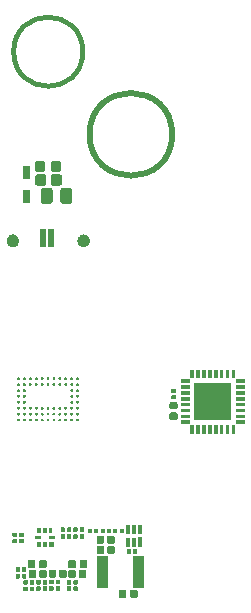
<source format=gbr>
G04 #@! TF.GenerationSoftware,KiCad,Pcbnew,(5.1.0)-1*
G04 #@! TF.CreationDate,2020-01-09T10:29:38-08:00*
G04 #@! TF.ProjectId,Miniscope-v4-Rigid-Flex,4d696e69-7363-46f7-9065-2d76342d5269,rev?*
G04 #@! TF.SameCoordinates,Original*
G04 #@! TF.FileFunction,Soldermask,Bot*
G04 #@! TF.FilePolarity,Negative*
%FSLAX46Y46*%
G04 Gerber Fmt 4.6, Leading zero omitted, Abs format (unit mm)*
G04 Created by KiCad (PCBNEW (5.1.0)-1) date 2020-01-09 10:29:38*
%MOMM*%
%LPD*%
G04 APERTURE LIST*
%ADD10C,0.450000*%
%ADD11C,0.500000*%
%ADD12C,0.100000*%
G04 APERTURE END LIST*
D10*
X106675000Y-84000000D02*
G75*
G03X106675000Y-84000000I-2925000J0D01*
G01*
D11*
X114250000Y-91000000D02*
G75*
G03X114250000Y-91000000I-3500000J0D01*
G01*
D12*
G36*
X111212450Y-129547831D02*
G01*
X111237688Y-129555487D01*
X111260955Y-129567923D01*
X111281344Y-129584656D01*
X111298077Y-129605045D01*
X111310513Y-129628312D01*
X111318169Y-129653550D01*
X111321000Y-129682291D01*
X111321000Y-130098509D01*
X111318169Y-130127250D01*
X111310513Y-130152488D01*
X111298077Y-130175755D01*
X111281344Y-130196144D01*
X111260955Y-130212877D01*
X111237688Y-130225313D01*
X111212450Y-130232969D01*
X111183709Y-130235800D01*
X110817491Y-130235800D01*
X110788750Y-130232969D01*
X110763512Y-130225313D01*
X110740245Y-130212877D01*
X110719856Y-130196144D01*
X110703123Y-130175755D01*
X110690687Y-130152488D01*
X110683031Y-130127250D01*
X110680200Y-130098509D01*
X110680200Y-129682291D01*
X110683031Y-129653550D01*
X110690687Y-129628312D01*
X110703123Y-129605045D01*
X110719856Y-129584656D01*
X110740245Y-129567923D01*
X110763512Y-129555487D01*
X110788750Y-129547831D01*
X110817491Y-129545000D01*
X111183709Y-129545000D01*
X111212450Y-129547831D01*
X111212450Y-129547831D01*
G37*
G36*
X110242450Y-129547831D02*
G01*
X110267688Y-129555487D01*
X110290955Y-129567923D01*
X110311344Y-129584656D01*
X110328077Y-129605045D01*
X110340513Y-129628312D01*
X110348169Y-129653550D01*
X110351000Y-129682291D01*
X110351000Y-130098509D01*
X110348169Y-130127250D01*
X110340513Y-130152488D01*
X110328077Y-130175755D01*
X110311344Y-130196144D01*
X110290955Y-130212877D01*
X110267688Y-130225313D01*
X110242450Y-130232969D01*
X110213709Y-130235800D01*
X109847491Y-130235800D01*
X109818750Y-130232969D01*
X109793512Y-130225313D01*
X109770245Y-130212877D01*
X109749856Y-130196144D01*
X109733123Y-130175755D01*
X109720687Y-130152488D01*
X109713031Y-130127250D01*
X109710200Y-130098509D01*
X109710200Y-129682291D01*
X109713031Y-129653550D01*
X109720687Y-129628312D01*
X109733123Y-129605045D01*
X109749856Y-129584656D01*
X109770245Y-129567923D01*
X109793512Y-129555487D01*
X109818750Y-129547831D01*
X109847491Y-129545000D01*
X110213709Y-129545000D01*
X110242450Y-129547831D01*
X110242450Y-129547831D01*
G37*
G36*
X101961392Y-129282085D02*
G01*
X101973503Y-129285759D01*
X101984663Y-129291724D01*
X101994447Y-129299753D01*
X102002476Y-129309537D01*
X102008441Y-129320697D01*
X102012115Y-129332808D01*
X102013600Y-129347891D01*
X102013600Y-129604109D01*
X102012115Y-129619192D01*
X102008441Y-129631303D01*
X102002476Y-129642463D01*
X101994447Y-129652247D01*
X101984663Y-129660276D01*
X101973503Y-129666241D01*
X101961392Y-129669915D01*
X101946309Y-129671400D01*
X101720091Y-129671400D01*
X101705008Y-129669915D01*
X101692897Y-129666241D01*
X101681737Y-129660276D01*
X101671953Y-129652247D01*
X101663924Y-129642463D01*
X101657959Y-129631303D01*
X101654285Y-129619192D01*
X101652800Y-129604109D01*
X101652800Y-129347891D01*
X101654285Y-129332808D01*
X101657959Y-129320697D01*
X101663924Y-129309537D01*
X101671953Y-129299753D01*
X101681737Y-129291724D01*
X101692897Y-129285759D01*
X101705008Y-129282085D01*
X101720091Y-129280600D01*
X101946309Y-129280600D01*
X101961392Y-129282085D01*
X101961392Y-129282085D01*
G37*
G36*
X102511392Y-129282085D02*
G01*
X102523503Y-129285759D01*
X102534663Y-129291724D01*
X102544447Y-129299753D01*
X102552476Y-129309537D01*
X102558441Y-129320697D01*
X102562115Y-129332808D01*
X102563600Y-129347891D01*
X102563600Y-129604109D01*
X102562115Y-129619192D01*
X102558441Y-129631303D01*
X102552476Y-129642463D01*
X102544447Y-129652247D01*
X102534663Y-129660276D01*
X102523503Y-129666241D01*
X102511392Y-129669915D01*
X102496309Y-129671400D01*
X102270091Y-129671400D01*
X102255008Y-129669915D01*
X102242897Y-129666241D01*
X102231737Y-129660276D01*
X102221953Y-129652247D01*
X102213924Y-129642463D01*
X102207959Y-129631303D01*
X102204285Y-129619192D01*
X102202800Y-129604109D01*
X102202800Y-129347891D01*
X102204285Y-129332808D01*
X102207959Y-129320697D01*
X102213924Y-129309537D01*
X102221953Y-129299753D01*
X102231737Y-129291724D01*
X102242897Y-129285759D01*
X102255008Y-129282085D01*
X102270091Y-129280600D01*
X102496309Y-129280600D01*
X102511392Y-129282085D01*
X102511392Y-129282085D01*
G37*
G36*
X106194392Y-129256685D02*
G01*
X106206503Y-129260359D01*
X106217663Y-129266324D01*
X106227447Y-129274353D01*
X106235476Y-129284137D01*
X106241441Y-129295297D01*
X106245115Y-129307408D01*
X106246600Y-129322491D01*
X106246600Y-129578709D01*
X106245115Y-129593792D01*
X106241441Y-129605903D01*
X106235476Y-129617063D01*
X106227447Y-129626847D01*
X106217663Y-129634876D01*
X106206503Y-129640841D01*
X106194392Y-129644515D01*
X106179309Y-129646000D01*
X105953091Y-129646000D01*
X105938008Y-129644515D01*
X105925897Y-129640841D01*
X105914737Y-129634876D01*
X105904953Y-129626847D01*
X105896924Y-129617063D01*
X105890959Y-129605903D01*
X105887285Y-129593792D01*
X105885800Y-129578709D01*
X105885800Y-129322491D01*
X105887285Y-129307408D01*
X105890959Y-129295297D01*
X105896924Y-129284137D01*
X105904953Y-129274353D01*
X105914737Y-129266324D01*
X105925897Y-129260359D01*
X105938008Y-129256685D01*
X105953091Y-129255200D01*
X106179309Y-129255200D01*
X106194392Y-129256685D01*
X106194392Y-129256685D01*
G37*
G36*
X105644392Y-129256685D02*
G01*
X105656503Y-129260359D01*
X105667663Y-129266324D01*
X105677447Y-129274353D01*
X105685476Y-129284137D01*
X105691441Y-129295297D01*
X105695115Y-129307408D01*
X105696600Y-129322491D01*
X105696600Y-129578709D01*
X105695115Y-129593792D01*
X105691441Y-129605903D01*
X105685476Y-129617063D01*
X105677447Y-129626847D01*
X105667663Y-129634876D01*
X105656503Y-129640841D01*
X105644392Y-129644515D01*
X105629309Y-129646000D01*
X105403091Y-129646000D01*
X105388008Y-129644515D01*
X105375897Y-129640841D01*
X105364737Y-129634876D01*
X105354953Y-129626847D01*
X105346924Y-129617063D01*
X105340959Y-129605903D01*
X105337285Y-129593792D01*
X105335800Y-129578709D01*
X105335800Y-129322491D01*
X105337285Y-129307408D01*
X105340959Y-129295297D01*
X105346924Y-129284137D01*
X105354953Y-129274353D01*
X105364737Y-129266324D01*
X105375897Y-129260359D01*
X105388008Y-129256685D01*
X105403091Y-129255200D01*
X105629309Y-129255200D01*
X105644392Y-129256685D01*
X105644392Y-129256685D01*
G37*
G36*
X103603592Y-129256685D02*
G01*
X103615703Y-129260359D01*
X103626863Y-129266324D01*
X103636647Y-129274353D01*
X103644676Y-129284137D01*
X103650641Y-129295297D01*
X103654315Y-129307408D01*
X103655800Y-129322491D01*
X103655800Y-129578709D01*
X103654315Y-129593792D01*
X103650641Y-129605903D01*
X103644676Y-129617063D01*
X103636647Y-129626847D01*
X103626863Y-129634876D01*
X103615703Y-129640841D01*
X103603592Y-129644515D01*
X103588509Y-129646000D01*
X103362291Y-129646000D01*
X103347208Y-129644515D01*
X103335097Y-129640841D01*
X103323937Y-129634876D01*
X103314153Y-129626847D01*
X103306124Y-129617063D01*
X103300159Y-129605903D01*
X103296485Y-129593792D01*
X103295000Y-129578709D01*
X103295000Y-129322491D01*
X103296485Y-129307408D01*
X103300159Y-129295297D01*
X103306124Y-129284137D01*
X103314153Y-129274353D01*
X103323937Y-129266324D01*
X103335097Y-129260359D01*
X103347208Y-129256685D01*
X103362291Y-129255200D01*
X103588509Y-129255200D01*
X103603592Y-129256685D01*
X103603592Y-129256685D01*
G37*
G36*
X103053592Y-129256685D02*
G01*
X103065703Y-129260359D01*
X103076863Y-129266324D01*
X103086647Y-129274353D01*
X103094676Y-129284137D01*
X103100641Y-129295297D01*
X103104315Y-129307408D01*
X103105800Y-129322491D01*
X103105800Y-129578709D01*
X103104315Y-129593792D01*
X103100641Y-129605903D01*
X103094676Y-129617063D01*
X103086647Y-129626847D01*
X103076863Y-129634876D01*
X103065703Y-129640841D01*
X103053592Y-129644515D01*
X103038509Y-129646000D01*
X102812291Y-129646000D01*
X102797208Y-129644515D01*
X102785097Y-129640841D01*
X102773937Y-129634876D01*
X102764153Y-129626847D01*
X102756124Y-129617063D01*
X102750159Y-129605903D01*
X102746485Y-129593792D01*
X102745000Y-129578709D01*
X102745000Y-129322491D01*
X102746485Y-129307408D01*
X102750159Y-129295297D01*
X102756124Y-129284137D01*
X102764153Y-129274353D01*
X102773937Y-129266324D01*
X102785097Y-129260359D01*
X102797208Y-129256685D01*
X102812291Y-129255200D01*
X103038509Y-129255200D01*
X103053592Y-129256685D01*
X103053592Y-129256685D01*
G37*
G36*
X104695792Y-129256685D02*
G01*
X104707903Y-129260359D01*
X104719063Y-129266324D01*
X104728847Y-129274353D01*
X104736876Y-129284137D01*
X104742841Y-129295297D01*
X104746515Y-129307408D01*
X104748000Y-129322491D01*
X104748000Y-129578709D01*
X104746515Y-129593792D01*
X104742841Y-129605903D01*
X104736876Y-129617063D01*
X104728847Y-129626847D01*
X104719063Y-129634876D01*
X104707903Y-129640841D01*
X104695792Y-129644515D01*
X104680709Y-129646000D01*
X104454491Y-129646000D01*
X104439408Y-129644515D01*
X104427297Y-129640841D01*
X104416137Y-129634876D01*
X104406353Y-129626847D01*
X104398324Y-129617063D01*
X104392359Y-129605903D01*
X104388685Y-129593792D01*
X104387200Y-129578709D01*
X104387200Y-129322491D01*
X104388685Y-129307408D01*
X104392359Y-129295297D01*
X104398324Y-129284137D01*
X104406353Y-129274353D01*
X104416137Y-129266324D01*
X104427297Y-129260359D01*
X104439408Y-129256685D01*
X104454491Y-129255200D01*
X104680709Y-129255200D01*
X104695792Y-129256685D01*
X104695792Y-129256685D01*
G37*
G36*
X104145792Y-129256685D02*
G01*
X104157903Y-129260359D01*
X104169063Y-129266324D01*
X104178847Y-129274353D01*
X104186876Y-129284137D01*
X104192841Y-129295297D01*
X104196515Y-129307408D01*
X104198000Y-129322491D01*
X104198000Y-129578709D01*
X104196515Y-129593792D01*
X104192841Y-129605903D01*
X104186876Y-129617063D01*
X104178847Y-129626847D01*
X104169063Y-129634876D01*
X104157903Y-129640841D01*
X104145792Y-129644515D01*
X104130709Y-129646000D01*
X103904491Y-129646000D01*
X103889408Y-129644515D01*
X103877297Y-129640841D01*
X103866137Y-129634876D01*
X103856353Y-129626847D01*
X103848324Y-129617063D01*
X103842359Y-129605903D01*
X103838685Y-129593792D01*
X103837200Y-129578709D01*
X103837200Y-129322491D01*
X103838685Y-129307408D01*
X103842359Y-129295297D01*
X103848324Y-129284137D01*
X103856353Y-129274353D01*
X103866137Y-129266324D01*
X103877297Y-129260359D01*
X103889408Y-129256685D01*
X103904491Y-129255200D01*
X104130709Y-129255200D01*
X104145792Y-129256685D01*
X104145792Y-129256685D01*
G37*
G36*
X108790600Y-129397000D02*
G01*
X107869800Y-129397000D01*
X107869800Y-126726200D01*
X108790600Y-126726200D01*
X108790600Y-129397000D01*
X108790600Y-129397000D01*
G37*
G36*
X111840600Y-129397000D02*
G01*
X110919800Y-129397000D01*
X110919800Y-126726200D01*
X111840600Y-126726200D01*
X111840600Y-129397000D01*
X111840600Y-129397000D01*
G37*
G36*
X103603592Y-128723285D02*
G01*
X103615703Y-128726959D01*
X103626863Y-128732924D01*
X103636647Y-128740953D01*
X103644676Y-128750737D01*
X103650641Y-128761897D01*
X103654315Y-128774008D01*
X103655800Y-128789091D01*
X103655800Y-129045309D01*
X103654315Y-129060392D01*
X103650641Y-129072503D01*
X103644676Y-129083663D01*
X103636647Y-129093447D01*
X103626863Y-129101476D01*
X103615703Y-129107441D01*
X103603592Y-129111115D01*
X103588509Y-129112600D01*
X103362291Y-129112600D01*
X103347208Y-129111115D01*
X103335097Y-129107441D01*
X103323937Y-129101476D01*
X103314153Y-129093447D01*
X103306124Y-129083663D01*
X103300159Y-129072503D01*
X103296485Y-129060392D01*
X103295000Y-129045309D01*
X103295000Y-128789091D01*
X103296485Y-128774008D01*
X103300159Y-128761897D01*
X103306124Y-128750737D01*
X103314153Y-128740953D01*
X103323937Y-128732924D01*
X103335097Y-128726959D01*
X103347208Y-128723285D01*
X103362291Y-128721800D01*
X103588509Y-128721800D01*
X103603592Y-128723285D01*
X103603592Y-128723285D01*
G37*
G36*
X103053592Y-128723285D02*
G01*
X103065703Y-128726959D01*
X103076863Y-128732924D01*
X103086647Y-128740953D01*
X103094676Y-128750737D01*
X103100641Y-128761897D01*
X103104315Y-128774008D01*
X103105800Y-128789091D01*
X103105800Y-129045309D01*
X103104315Y-129060392D01*
X103100641Y-129072503D01*
X103094676Y-129083663D01*
X103086647Y-129093447D01*
X103076863Y-129101476D01*
X103065703Y-129107441D01*
X103053592Y-129111115D01*
X103038509Y-129112600D01*
X102812291Y-129112600D01*
X102797208Y-129111115D01*
X102785097Y-129107441D01*
X102773937Y-129101476D01*
X102764153Y-129093447D01*
X102756124Y-129083663D01*
X102750159Y-129072503D01*
X102746485Y-129060392D01*
X102745000Y-129045309D01*
X102745000Y-128789091D01*
X102746485Y-128774008D01*
X102750159Y-128761897D01*
X102756124Y-128750737D01*
X102764153Y-128740953D01*
X102773937Y-128732924D01*
X102785097Y-128726959D01*
X102797208Y-128723285D01*
X102812291Y-128721800D01*
X103038509Y-128721800D01*
X103053592Y-128723285D01*
X103053592Y-128723285D01*
G37*
G36*
X105644392Y-128723285D02*
G01*
X105656503Y-128726959D01*
X105667663Y-128732924D01*
X105677447Y-128740953D01*
X105685476Y-128750737D01*
X105691441Y-128761897D01*
X105695115Y-128774008D01*
X105696600Y-128789091D01*
X105696600Y-129045309D01*
X105695115Y-129060392D01*
X105691441Y-129072503D01*
X105685476Y-129083663D01*
X105677447Y-129093447D01*
X105667663Y-129101476D01*
X105656503Y-129107441D01*
X105644392Y-129111115D01*
X105629309Y-129112600D01*
X105403091Y-129112600D01*
X105388008Y-129111115D01*
X105375897Y-129107441D01*
X105364737Y-129101476D01*
X105354953Y-129093447D01*
X105346924Y-129083663D01*
X105340959Y-129072503D01*
X105337285Y-129060392D01*
X105335800Y-129045309D01*
X105335800Y-128789091D01*
X105337285Y-128774008D01*
X105340959Y-128761897D01*
X105346924Y-128750737D01*
X105354953Y-128740953D01*
X105364737Y-128732924D01*
X105375897Y-128726959D01*
X105388008Y-128723285D01*
X105403091Y-128721800D01*
X105629309Y-128721800D01*
X105644392Y-128723285D01*
X105644392Y-128723285D01*
G37*
G36*
X101961392Y-128723285D02*
G01*
X101973503Y-128726959D01*
X101984663Y-128732924D01*
X101994447Y-128740953D01*
X102002476Y-128750737D01*
X102008441Y-128761897D01*
X102012115Y-128774008D01*
X102013600Y-128789091D01*
X102013600Y-129045309D01*
X102012115Y-129060392D01*
X102008441Y-129072503D01*
X102002476Y-129083663D01*
X101994447Y-129093447D01*
X101984663Y-129101476D01*
X101973503Y-129107441D01*
X101961392Y-129111115D01*
X101946309Y-129112600D01*
X101720091Y-129112600D01*
X101705008Y-129111115D01*
X101692897Y-129107441D01*
X101681737Y-129101476D01*
X101671953Y-129093447D01*
X101663924Y-129083663D01*
X101657959Y-129072503D01*
X101654285Y-129060392D01*
X101652800Y-129045309D01*
X101652800Y-128789091D01*
X101654285Y-128774008D01*
X101657959Y-128761897D01*
X101663924Y-128750737D01*
X101671953Y-128740953D01*
X101681737Y-128732924D01*
X101692897Y-128726959D01*
X101705008Y-128723285D01*
X101720091Y-128721800D01*
X101946309Y-128721800D01*
X101961392Y-128723285D01*
X101961392Y-128723285D01*
G37*
G36*
X102511392Y-128723285D02*
G01*
X102523503Y-128726959D01*
X102534663Y-128732924D01*
X102544447Y-128740953D01*
X102552476Y-128750737D01*
X102558441Y-128761897D01*
X102562115Y-128774008D01*
X102563600Y-128789091D01*
X102563600Y-129045309D01*
X102562115Y-129060392D01*
X102558441Y-129072503D01*
X102552476Y-129083663D01*
X102544447Y-129093447D01*
X102534663Y-129101476D01*
X102523503Y-129107441D01*
X102511392Y-129111115D01*
X102496309Y-129112600D01*
X102270091Y-129112600D01*
X102255008Y-129111115D01*
X102242897Y-129107441D01*
X102231737Y-129101476D01*
X102221953Y-129093447D01*
X102213924Y-129083663D01*
X102207959Y-129072503D01*
X102204285Y-129060392D01*
X102202800Y-129045309D01*
X102202800Y-128789091D01*
X102204285Y-128774008D01*
X102207959Y-128761897D01*
X102213924Y-128750737D01*
X102221953Y-128740953D01*
X102231737Y-128732924D01*
X102242897Y-128726959D01*
X102255008Y-128723285D01*
X102270091Y-128721800D01*
X102496309Y-128721800D01*
X102511392Y-128723285D01*
X102511392Y-128723285D01*
G37*
G36*
X106194392Y-128723285D02*
G01*
X106206503Y-128726959D01*
X106217663Y-128732924D01*
X106227447Y-128740953D01*
X106235476Y-128750737D01*
X106241441Y-128761897D01*
X106245115Y-128774008D01*
X106246600Y-128789091D01*
X106246600Y-129045309D01*
X106245115Y-129060392D01*
X106241441Y-129072503D01*
X106235476Y-129083663D01*
X106227447Y-129093447D01*
X106217663Y-129101476D01*
X106206503Y-129107441D01*
X106194392Y-129111115D01*
X106179309Y-129112600D01*
X105953091Y-129112600D01*
X105938008Y-129111115D01*
X105925897Y-129107441D01*
X105914737Y-129101476D01*
X105904953Y-129093447D01*
X105896924Y-129083663D01*
X105890959Y-129072503D01*
X105887285Y-129060392D01*
X105885800Y-129045309D01*
X105885800Y-128789091D01*
X105887285Y-128774008D01*
X105890959Y-128761897D01*
X105896924Y-128750737D01*
X105904953Y-128740953D01*
X105914737Y-128732924D01*
X105925897Y-128726959D01*
X105938008Y-128723285D01*
X105953091Y-128721800D01*
X106179309Y-128721800D01*
X106194392Y-128723285D01*
X106194392Y-128723285D01*
G37*
G36*
X104695792Y-128697885D02*
G01*
X104707903Y-128701559D01*
X104719063Y-128707524D01*
X104728847Y-128715553D01*
X104736876Y-128725337D01*
X104742841Y-128736497D01*
X104746515Y-128748608D01*
X104748000Y-128763691D01*
X104748000Y-129019909D01*
X104746515Y-129034992D01*
X104742841Y-129047103D01*
X104736876Y-129058263D01*
X104728847Y-129068047D01*
X104719063Y-129076076D01*
X104707903Y-129082041D01*
X104695792Y-129085715D01*
X104680709Y-129087200D01*
X104454491Y-129087200D01*
X104439408Y-129085715D01*
X104427297Y-129082041D01*
X104416137Y-129076076D01*
X104406353Y-129068047D01*
X104398324Y-129058263D01*
X104392359Y-129047103D01*
X104388685Y-129034992D01*
X104387200Y-129019909D01*
X104387200Y-128763691D01*
X104388685Y-128748608D01*
X104392359Y-128736497D01*
X104398324Y-128725337D01*
X104406353Y-128715553D01*
X104416137Y-128707524D01*
X104427297Y-128701559D01*
X104439408Y-128697885D01*
X104454491Y-128696400D01*
X104680709Y-128696400D01*
X104695792Y-128697885D01*
X104695792Y-128697885D01*
G37*
G36*
X104145792Y-128697885D02*
G01*
X104157903Y-128701559D01*
X104169063Y-128707524D01*
X104178847Y-128715553D01*
X104186876Y-128725337D01*
X104192841Y-128736497D01*
X104196515Y-128748608D01*
X104198000Y-128763691D01*
X104198000Y-129019909D01*
X104196515Y-129034992D01*
X104192841Y-129047103D01*
X104186876Y-129058263D01*
X104178847Y-129068047D01*
X104169063Y-129076076D01*
X104157903Y-129082041D01*
X104145792Y-129085715D01*
X104130709Y-129087200D01*
X103904491Y-129087200D01*
X103889408Y-129085715D01*
X103877297Y-129082041D01*
X103866137Y-129076076D01*
X103856353Y-129068047D01*
X103848324Y-129058263D01*
X103842359Y-129047103D01*
X103838685Y-129034992D01*
X103837200Y-129019909D01*
X103837200Y-128763691D01*
X103838685Y-128748608D01*
X103842359Y-128736497D01*
X103848324Y-128725337D01*
X103856353Y-128715553D01*
X103866137Y-128707524D01*
X103877297Y-128701559D01*
X103889408Y-128697885D01*
X103904491Y-128696400D01*
X104130709Y-128696400D01*
X104145792Y-128697885D01*
X104145792Y-128697885D01*
G37*
G36*
X101300992Y-128215285D02*
G01*
X101313103Y-128218959D01*
X101324263Y-128224924D01*
X101334047Y-128232953D01*
X101342076Y-128242737D01*
X101348041Y-128253897D01*
X101351715Y-128266008D01*
X101353200Y-128281091D01*
X101353200Y-128537309D01*
X101351715Y-128552392D01*
X101348041Y-128564503D01*
X101342076Y-128575663D01*
X101334047Y-128585447D01*
X101324263Y-128593476D01*
X101313103Y-128599441D01*
X101300992Y-128603115D01*
X101285909Y-128604600D01*
X101059691Y-128604600D01*
X101044608Y-128603115D01*
X101032497Y-128599441D01*
X101021337Y-128593476D01*
X101011553Y-128585447D01*
X101003524Y-128575663D01*
X100997559Y-128564503D01*
X100993885Y-128552392D01*
X100992400Y-128537309D01*
X100992400Y-128281091D01*
X100993885Y-128266008D01*
X100997559Y-128253897D01*
X101003524Y-128242737D01*
X101011553Y-128232953D01*
X101021337Y-128224924D01*
X101032497Y-128218959D01*
X101044608Y-128215285D01*
X101059691Y-128213800D01*
X101285909Y-128213800D01*
X101300992Y-128215285D01*
X101300992Y-128215285D01*
G37*
G36*
X101850992Y-128215285D02*
G01*
X101863103Y-128218959D01*
X101874263Y-128224924D01*
X101884047Y-128232953D01*
X101892076Y-128242737D01*
X101898041Y-128253897D01*
X101901715Y-128266008D01*
X101903200Y-128281091D01*
X101903200Y-128537309D01*
X101901715Y-128552392D01*
X101898041Y-128564503D01*
X101892076Y-128575663D01*
X101884047Y-128585447D01*
X101874263Y-128593476D01*
X101863103Y-128599441D01*
X101850992Y-128603115D01*
X101835909Y-128604600D01*
X101609691Y-128604600D01*
X101594608Y-128603115D01*
X101582497Y-128599441D01*
X101571337Y-128593476D01*
X101561553Y-128585447D01*
X101553524Y-128575663D01*
X101547559Y-128564503D01*
X101543885Y-128552392D01*
X101542400Y-128537309D01*
X101542400Y-128281091D01*
X101543885Y-128266008D01*
X101547559Y-128253897D01*
X101553524Y-128242737D01*
X101561553Y-128232953D01*
X101571337Y-128224924D01*
X101582497Y-128218959D01*
X101594608Y-128215285D01*
X101609691Y-128213800D01*
X101835909Y-128213800D01*
X101850992Y-128215285D01*
X101850992Y-128215285D01*
G37*
G36*
X106876862Y-127868383D02*
G01*
X106901631Y-127875896D01*
X106924469Y-127888104D01*
X106944477Y-127904523D01*
X106960896Y-127924531D01*
X106973104Y-127947369D01*
X106980617Y-127972138D01*
X106983400Y-128000391D01*
X106983400Y-128411609D01*
X106980617Y-128439862D01*
X106973104Y-128464631D01*
X106960896Y-128487469D01*
X106944477Y-128507477D01*
X106924469Y-128523896D01*
X106901631Y-128536104D01*
X106876862Y-128543617D01*
X106848609Y-128546400D01*
X106487391Y-128546400D01*
X106459138Y-128543617D01*
X106434369Y-128536104D01*
X106411531Y-128523896D01*
X106391523Y-128507477D01*
X106375104Y-128487469D01*
X106362896Y-128464631D01*
X106355383Y-128439862D01*
X106352600Y-128411609D01*
X106352600Y-128000391D01*
X106355383Y-127972138D01*
X106362896Y-127947369D01*
X106375104Y-127924531D01*
X106391523Y-127904523D01*
X106411531Y-127888104D01*
X106434369Y-127875896D01*
X106459138Y-127868383D01*
X106487391Y-127865600D01*
X106848609Y-127865600D01*
X106876862Y-127868383D01*
X106876862Y-127868383D01*
G37*
G36*
X105986862Y-127868383D02*
G01*
X106011631Y-127875896D01*
X106034469Y-127888104D01*
X106054477Y-127904523D01*
X106070896Y-127924531D01*
X106083104Y-127947369D01*
X106090617Y-127972138D01*
X106093400Y-128000391D01*
X106093400Y-128411609D01*
X106090617Y-128439862D01*
X106083104Y-128464631D01*
X106070896Y-128487469D01*
X106054477Y-128507477D01*
X106034469Y-128523896D01*
X106011631Y-128536104D01*
X105986862Y-128543617D01*
X105958609Y-128546400D01*
X105597391Y-128546400D01*
X105569138Y-128543617D01*
X105544369Y-128536104D01*
X105521531Y-128523896D01*
X105501523Y-128507477D01*
X105485104Y-128487469D01*
X105472896Y-128464631D01*
X105465383Y-128439862D01*
X105462600Y-128411609D01*
X105462600Y-128000391D01*
X105465383Y-127972138D01*
X105472896Y-127947369D01*
X105485104Y-127924531D01*
X105501523Y-127904523D01*
X105521531Y-127888104D01*
X105544369Y-127875896D01*
X105569138Y-127868383D01*
X105597391Y-127865600D01*
X105958609Y-127865600D01*
X105986862Y-127868383D01*
X105986862Y-127868383D01*
G37*
G36*
X103524062Y-127868383D02*
G01*
X103548831Y-127875896D01*
X103571669Y-127888104D01*
X103591677Y-127904523D01*
X103608096Y-127924531D01*
X103620304Y-127947369D01*
X103627817Y-127972138D01*
X103630600Y-128000391D01*
X103630600Y-128411609D01*
X103627817Y-128439862D01*
X103620304Y-128464631D01*
X103608096Y-128487469D01*
X103591677Y-128507477D01*
X103571669Y-128523896D01*
X103548831Y-128536104D01*
X103524062Y-128543617D01*
X103495809Y-128546400D01*
X103134591Y-128546400D01*
X103106338Y-128543617D01*
X103081569Y-128536104D01*
X103058731Y-128523896D01*
X103038723Y-128507477D01*
X103022304Y-128487469D01*
X103010096Y-128464631D01*
X103002583Y-128439862D01*
X102999800Y-128411609D01*
X102999800Y-128000391D01*
X103002583Y-127972138D01*
X103010096Y-127947369D01*
X103022304Y-127924531D01*
X103038723Y-127904523D01*
X103058731Y-127888104D01*
X103081569Y-127875896D01*
X103106338Y-127868383D01*
X103134591Y-127865600D01*
X103495809Y-127865600D01*
X103524062Y-127868383D01*
X103524062Y-127868383D01*
G37*
G36*
X102634062Y-127868383D02*
G01*
X102658831Y-127875896D01*
X102681669Y-127888104D01*
X102701677Y-127904523D01*
X102718096Y-127924531D01*
X102730304Y-127947369D01*
X102737817Y-127972138D01*
X102740600Y-128000391D01*
X102740600Y-128411609D01*
X102737817Y-128439862D01*
X102730304Y-128464631D01*
X102718096Y-128487469D01*
X102701677Y-128507477D01*
X102681669Y-128523896D01*
X102658831Y-128536104D01*
X102634062Y-128543617D01*
X102605809Y-128546400D01*
X102244591Y-128546400D01*
X102216338Y-128543617D01*
X102191569Y-128536104D01*
X102168731Y-128523896D01*
X102148723Y-128507477D01*
X102132304Y-128487469D01*
X102120096Y-128464631D01*
X102112583Y-128439862D01*
X102109800Y-128411609D01*
X102109800Y-128000391D01*
X102112583Y-127972138D01*
X102120096Y-127947369D01*
X102132304Y-127924531D01*
X102148723Y-127904523D01*
X102168731Y-127888104D01*
X102191569Y-127875896D01*
X102216338Y-127868383D01*
X102244591Y-127865600D01*
X102605809Y-127865600D01*
X102634062Y-127868383D01*
X102634062Y-127868383D01*
G37*
G36*
X105200462Y-127842983D02*
G01*
X105225231Y-127850496D01*
X105248069Y-127862704D01*
X105268077Y-127879123D01*
X105284496Y-127899131D01*
X105296704Y-127921969D01*
X105304217Y-127946738D01*
X105307000Y-127974991D01*
X105307000Y-128386209D01*
X105304217Y-128414462D01*
X105296704Y-128439231D01*
X105284496Y-128462069D01*
X105268077Y-128482077D01*
X105248069Y-128498496D01*
X105225231Y-128510704D01*
X105200462Y-128518217D01*
X105172209Y-128521000D01*
X104810991Y-128521000D01*
X104782738Y-128518217D01*
X104757969Y-128510704D01*
X104735131Y-128498496D01*
X104715123Y-128482077D01*
X104698704Y-128462069D01*
X104686496Y-128439231D01*
X104678983Y-128414462D01*
X104676200Y-128386209D01*
X104676200Y-127974991D01*
X104678983Y-127946738D01*
X104686496Y-127921969D01*
X104698704Y-127899131D01*
X104715123Y-127879123D01*
X104735131Y-127862704D01*
X104757969Y-127850496D01*
X104782738Y-127842983D01*
X104810991Y-127840200D01*
X105172209Y-127840200D01*
X105200462Y-127842983D01*
X105200462Y-127842983D01*
G37*
G36*
X104310462Y-127842983D02*
G01*
X104335231Y-127850496D01*
X104358069Y-127862704D01*
X104378077Y-127879123D01*
X104394496Y-127899131D01*
X104406704Y-127921969D01*
X104414217Y-127946738D01*
X104417000Y-127974991D01*
X104417000Y-128386209D01*
X104414217Y-128414462D01*
X104406704Y-128439231D01*
X104394496Y-128462069D01*
X104378077Y-128482077D01*
X104358069Y-128498496D01*
X104335231Y-128510704D01*
X104310462Y-128518217D01*
X104282209Y-128521000D01*
X103920991Y-128521000D01*
X103892738Y-128518217D01*
X103867969Y-128510704D01*
X103845131Y-128498496D01*
X103825123Y-128482077D01*
X103808704Y-128462069D01*
X103796496Y-128439231D01*
X103788983Y-128414462D01*
X103786200Y-128386209D01*
X103786200Y-127974991D01*
X103788983Y-127946738D01*
X103796496Y-127921969D01*
X103808704Y-127899131D01*
X103825123Y-127879123D01*
X103845131Y-127862704D01*
X103867969Y-127850496D01*
X103892738Y-127842983D01*
X103920991Y-127840200D01*
X104282209Y-127840200D01*
X104310462Y-127842983D01*
X104310462Y-127842983D01*
G37*
G36*
X101300992Y-127656485D02*
G01*
X101313103Y-127660159D01*
X101324263Y-127666124D01*
X101334047Y-127674153D01*
X101342076Y-127683937D01*
X101348041Y-127695097D01*
X101351715Y-127707208D01*
X101353200Y-127722291D01*
X101353200Y-127978509D01*
X101351715Y-127993592D01*
X101348041Y-128005703D01*
X101342076Y-128016863D01*
X101334047Y-128026647D01*
X101324263Y-128034676D01*
X101313103Y-128040641D01*
X101300992Y-128044315D01*
X101285909Y-128045800D01*
X101059691Y-128045800D01*
X101044608Y-128044315D01*
X101032497Y-128040641D01*
X101021337Y-128034676D01*
X101011553Y-128026647D01*
X101003524Y-128016863D01*
X100997559Y-128005703D01*
X100993885Y-127993592D01*
X100992400Y-127978509D01*
X100992400Y-127722291D01*
X100993885Y-127707208D01*
X100997559Y-127695097D01*
X101003524Y-127683937D01*
X101011553Y-127674153D01*
X101021337Y-127666124D01*
X101032497Y-127660159D01*
X101044608Y-127656485D01*
X101059691Y-127655000D01*
X101285909Y-127655000D01*
X101300992Y-127656485D01*
X101300992Y-127656485D01*
G37*
G36*
X101850992Y-127656485D02*
G01*
X101863103Y-127660159D01*
X101874263Y-127666124D01*
X101884047Y-127674153D01*
X101892076Y-127683937D01*
X101898041Y-127695097D01*
X101901715Y-127707208D01*
X101903200Y-127722291D01*
X101903200Y-127978509D01*
X101901715Y-127993592D01*
X101898041Y-128005703D01*
X101892076Y-128016863D01*
X101884047Y-128026647D01*
X101874263Y-128034676D01*
X101863103Y-128040641D01*
X101850992Y-128044315D01*
X101835909Y-128045800D01*
X101609691Y-128045800D01*
X101594608Y-128044315D01*
X101582497Y-128040641D01*
X101571337Y-128034676D01*
X101561553Y-128026647D01*
X101553524Y-128016863D01*
X101547559Y-128005703D01*
X101543885Y-127993592D01*
X101542400Y-127978509D01*
X101542400Y-127722291D01*
X101543885Y-127707208D01*
X101547559Y-127695097D01*
X101553524Y-127683937D01*
X101561553Y-127674153D01*
X101571337Y-127666124D01*
X101582497Y-127660159D01*
X101594608Y-127656485D01*
X101609691Y-127655000D01*
X101835909Y-127655000D01*
X101850992Y-127656485D01*
X101850992Y-127656485D01*
G37*
G36*
X106945250Y-127025231D02*
G01*
X106970488Y-127032887D01*
X106993755Y-127045323D01*
X107014144Y-127062056D01*
X107030877Y-127082445D01*
X107043313Y-127105712D01*
X107050969Y-127130950D01*
X107053800Y-127159691D01*
X107053800Y-127575909D01*
X107050969Y-127604650D01*
X107043313Y-127629888D01*
X107030877Y-127653155D01*
X107014144Y-127673544D01*
X106993755Y-127690277D01*
X106970488Y-127702713D01*
X106945250Y-127710369D01*
X106916509Y-127713200D01*
X106550291Y-127713200D01*
X106521550Y-127710369D01*
X106496312Y-127702713D01*
X106473045Y-127690277D01*
X106452656Y-127673544D01*
X106435923Y-127653155D01*
X106423487Y-127629888D01*
X106415831Y-127604650D01*
X106413000Y-127575909D01*
X106413000Y-127159691D01*
X106415831Y-127130950D01*
X106423487Y-127105712D01*
X106435923Y-127082445D01*
X106452656Y-127062056D01*
X106473045Y-127045323D01*
X106496312Y-127032887D01*
X106521550Y-127025231D01*
X106550291Y-127022400D01*
X106916509Y-127022400D01*
X106945250Y-127025231D01*
X106945250Y-127025231D01*
G37*
G36*
X105975250Y-127025231D02*
G01*
X106000488Y-127032887D01*
X106023755Y-127045323D01*
X106044144Y-127062056D01*
X106060877Y-127082445D01*
X106073313Y-127105712D01*
X106080969Y-127130950D01*
X106083800Y-127159691D01*
X106083800Y-127575909D01*
X106080969Y-127604650D01*
X106073313Y-127629888D01*
X106060877Y-127653155D01*
X106044144Y-127673544D01*
X106023755Y-127690277D01*
X106000488Y-127702713D01*
X105975250Y-127710369D01*
X105946509Y-127713200D01*
X105580291Y-127713200D01*
X105551550Y-127710369D01*
X105526312Y-127702713D01*
X105503045Y-127690277D01*
X105482656Y-127673544D01*
X105465923Y-127653155D01*
X105453487Y-127629888D01*
X105445831Y-127604650D01*
X105443000Y-127575909D01*
X105443000Y-127159691D01*
X105445831Y-127130950D01*
X105453487Y-127105712D01*
X105465923Y-127082445D01*
X105482656Y-127062056D01*
X105503045Y-127045323D01*
X105526312Y-127032887D01*
X105551550Y-127025231D01*
X105580291Y-127022400D01*
X105946509Y-127022400D01*
X105975250Y-127025231D01*
X105975250Y-127025231D01*
G37*
G36*
X103516250Y-127025231D02*
G01*
X103541488Y-127032887D01*
X103564755Y-127045323D01*
X103585144Y-127062056D01*
X103601877Y-127082445D01*
X103614313Y-127105712D01*
X103621969Y-127130950D01*
X103624800Y-127159691D01*
X103624800Y-127575909D01*
X103621969Y-127604650D01*
X103614313Y-127629888D01*
X103601877Y-127653155D01*
X103585144Y-127673544D01*
X103564755Y-127690277D01*
X103541488Y-127702713D01*
X103516250Y-127710369D01*
X103487509Y-127713200D01*
X103121291Y-127713200D01*
X103092550Y-127710369D01*
X103067312Y-127702713D01*
X103044045Y-127690277D01*
X103023656Y-127673544D01*
X103006923Y-127653155D01*
X102994487Y-127629888D01*
X102986831Y-127604650D01*
X102984000Y-127575909D01*
X102984000Y-127159691D01*
X102986831Y-127130950D01*
X102994487Y-127105712D01*
X103006923Y-127082445D01*
X103023656Y-127062056D01*
X103044045Y-127045323D01*
X103067312Y-127032887D01*
X103092550Y-127025231D01*
X103121291Y-127022400D01*
X103487509Y-127022400D01*
X103516250Y-127025231D01*
X103516250Y-127025231D01*
G37*
G36*
X102546250Y-127025231D02*
G01*
X102571488Y-127032887D01*
X102594755Y-127045323D01*
X102615144Y-127062056D01*
X102631877Y-127082445D01*
X102644313Y-127105712D01*
X102651969Y-127130950D01*
X102654800Y-127159691D01*
X102654800Y-127575909D01*
X102651969Y-127604650D01*
X102644313Y-127629888D01*
X102631877Y-127653155D01*
X102615144Y-127673544D01*
X102594755Y-127690277D01*
X102571488Y-127702713D01*
X102546250Y-127710369D01*
X102517509Y-127713200D01*
X102151291Y-127713200D01*
X102122550Y-127710369D01*
X102097312Y-127702713D01*
X102074045Y-127690277D01*
X102053656Y-127673544D01*
X102036923Y-127653155D01*
X102024487Y-127629888D01*
X102016831Y-127604650D01*
X102014000Y-127575909D01*
X102014000Y-127159691D01*
X102016831Y-127130950D01*
X102024487Y-127105712D01*
X102036923Y-127082445D01*
X102053656Y-127062056D01*
X102074045Y-127045323D01*
X102097312Y-127032887D01*
X102122550Y-127025231D01*
X102151291Y-127022400D01*
X102517509Y-127022400D01*
X102546250Y-127025231D01*
X102546250Y-127025231D01*
G37*
G36*
X108374462Y-125836383D02*
G01*
X108399231Y-125843896D01*
X108422069Y-125856104D01*
X108442077Y-125872523D01*
X108458496Y-125892531D01*
X108470704Y-125915369D01*
X108478217Y-125940138D01*
X108481000Y-125968391D01*
X108481000Y-126379609D01*
X108478217Y-126407862D01*
X108470704Y-126432631D01*
X108458496Y-126455469D01*
X108442077Y-126475477D01*
X108422069Y-126491896D01*
X108399231Y-126504104D01*
X108374462Y-126511617D01*
X108346209Y-126514400D01*
X107984991Y-126514400D01*
X107956738Y-126511617D01*
X107931969Y-126504104D01*
X107909131Y-126491896D01*
X107889123Y-126475477D01*
X107872704Y-126455469D01*
X107860496Y-126432631D01*
X107852983Y-126407862D01*
X107850200Y-126379609D01*
X107850200Y-125968391D01*
X107852983Y-125940138D01*
X107860496Y-125915369D01*
X107872704Y-125892531D01*
X107889123Y-125872523D01*
X107909131Y-125856104D01*
X107931969Y-125843896D01*
X107956738Y-125836383D01*
X107984991Y-125833600D01*
X108346209Y-125833600D01*
X108374462Y-125836383D01*
X108374462Y-125836383D01*
G37*
G36*
X109264462Y-125836383D02*
G01*
X109289231Y-125843896D01*
X109312069Y-125856104D01*
X109332077Y-125872523D01*
X109348496Y-125892531D01*
X109360704Y-125915369D01*
X109368217Y-125940138D01*
X109371000Y-125968391D01*
X109371000Y-126379609D01*
X109368217Y-126407862D01*
X109360704Y-126432631D01*
X109348496Y-126455469D01*
X109332077Y-126475477D01*
X109312069Y-126491896D01*
X109289231Y-126504104D01*
X109264462Y-126511617D01*
X109236209Y-126514400D01*
X108874991Y-126514400D01*
X108846738Y-126511617D01*
X108821969Y-126504104D01*
X108799131Y-126491896D01*
X108779123Y-126475477D01*
X108762704Y-126455469D01*
X108750496Y-126432631D01*
X108742983Y-126407862D01*
X108740200Y-126379609D01*
X108740200Y-125968391D01*
X108742983Y-125940138D01*
X108750496Y-125915369D01*
X108762704Y-125892531D01*
X108779123Y-125872523D01*
X108799131Y-125856104D01*
X108821969Y-125843896D01*
X108846738Y-125836383D01*
X108874991Y-125833600D01*
X109236209Y-125833600D01*
X109264462Y-125836383D01*
X109264462Y-125836383D01*
G37*
G36*
X111244992Y-126115085D02*
G01*
X111257103Y-126118759D01*
X111268263Y-126124724D01*
X111278047Y-126132753D01*
X111286076Y-126142537D01*
X111292041Y-126153697D01*
X111295715Y-126165808D01*
X111297200Y-126180891D01*
X111297200Y-126437109D01*
X111295715Y-126452192D01*
X111292041Y-126464303D01*
X111286076Y-126475463D01*
X111278047Y-126485247D01*
X111268263Y-126493276D01*
X111257103Y-126499241D01*
X111244992Y-126502915D01*
X111229909Y-126504400D01*
X111003691Y-126504400D01*
X110988608Y-126502915D01*
X110976497Y-126499241D01*
X110965337Y-126493276D01*
X110955553Y-126485247D01*
X110947524Y-126475463D01*
X110941559Y-126464303D01*
X110937885Y-126452192D01*
X110936400Y-126437109D01*
X110936400Y-126180891D01*
X110937885Y-126165808D01*
X110941559Y-126153697D01*
X110947524Y-126142537D01*
X110955553Y-126132753D01*
X110965337Y-126124724D01*
X110976497Y-126118759D01*
X110988608Y-126115085D01*
X111003691Y-126113600D01*
X111229909Y-126113600D01*
X111244992Y-126115085D01*
X111244992Y-126115085D01*
G37*
G36*
X110694992Y-126115085D02*
G01*
X110707103Y-126118759D01*
X110718263Y-126124724D01*
X110728047Y-126132753D01*
X110736076Y-126142537D01*
X110742041Y-126153697D01*
X110745715Y-126165808D01*
X110747200Y-126180891D01*
X110747200Y-126437109D01*
X110745715Y-126452192D01*
X110742041Y-126464303D01*
X110736076Y-126475463D01*
X110728047Y-126485247D01*
X110718263Y-126493276D01*
X110707103Y-126499241D01*
X110694992Y-126502915D01*
X110679909Y-126504400D01*
X110453691Y-126504400D01*
X110438608Y-126502915D01*
X110426497Y-126499241D01*
X110415337Y-126493276D01*
X110405553Y-126485247D01*
X110397524Y-126475463D01*
X110391559Y-126464303D01*
X110387885Y-126452192D01*
X110386400Y-126437109D01*
X110386400Y-126180891D01*
X110387885Y-126165808D01*
X110391559Y-126153697D01*
X110397524Y-126142537D01*
X110405553Y-126132753D01*
X110415337Y-126124724D01*
X110426497Y-126118759D01*
X110438608Y-126115085D01*
X110453691Y-126113600D01*
X110679909Y-126113600D01*
X110694992Y-126115085D01*
X110694992Y-126115085D01*
G37*
G36*
X104211200Y-125956400D02*
G01*
X103840400Y-125956400D01*
X103840400Y-125505600D01*
X104211200Y-125505600D01*
X104211200Y-125956400D01*
X104211200Y-125956400D01*
G37*
G36*
X103611200Y-125956400D02*
G01*
X103340400Y-125956400D01*
X103340400Y-125505600D01*
X103611200Y-125505600D01*
X103611200Y-125956400D01*
X103611200Y-125956400D01*
G37*
G36*
X103111200Y-125956400D02*
G01*
X102840400Y-125956400D01*
X102840400Y-125505600D01*
X103111200Y-125505600D01*
X103111200Y-125956400D01*
X103111200Y-125956400D01*
G37*
G36*
X110684000Y-125931000D02*
G01*
X110363200Y-125931000D01*
X110363200Y-125140200D01*
X110684000Y-125140200D01*
X110684000Y-125931000D01*
X110684000Y-125931000D01*
G37*
G36*
X111684000Y-125931000D02*
G01*
X111363200Y-125931000D01*
X111363200Y-125060200D01*
X111684000Y-125060200D01*
X111684000Y-125931000D01*
X111684000Y-125931000D01*
G37*
G36*
X111184000Y-125931000D02*
G01*
X110863200Y-125931000D01*
X110863200Y-125140200D01*
X111184000Y-125140200D01*
X111184000Y-125931000D01*
X111184000Y-125931000D01*
G37*
G36*
X109264462Y-124972783D02*
G01*
X109289231Y-124980296D01*
X109312069Y-124992504D01*
X109332077Y-125008923D01*
X109348496Y-125028931D01*
X109360704Y-125051769D01*
X109368217Y-125076538D01*
X109371000Y-125104791D01*
X109371000Y-125516009D01*
X109368217Y-125544262D01*
X109360704Y-125569031D01*
X109348496Y-125591869D01*
X109332077Y-125611877D01*
X109312069Y-125628296D01*
X109289231Y-125640504D01*
X109264462Y-125648017D01*
X109236209Y-125650800D01*
X108874991Y-125650800D01*
X108846738Y-125648017D01*
X108821969Y-125640504D01*
X108799131Y-125628296D01*
X108779123Y-125611877D01*
X108762704Y-125591869D01*
X108750496Y-125569031D01*
X108742983Y-125544262D01*
X108740200Y-125516009D01*
X108740200Y-125104791D01*
X108742983Y-125076538D01*
X108750496Y-125051769D01*
X108762704Y-125028931D01*
X108779123Y-125008923D01*
X108799131Y-124992504D01*
X108821969Y-124980296D01*
X108846738Y-124972783D01*
X108874991Y-124970000D01*
X109236209Y-124970000D01*
X109264462Y-124972783D01*
X109264462Y-124972783D01*
G37*
G36*
X108374462Y-124972783D02*
G01*
X108399231Y-124980296D01*
X108422069Y-124992504D01*
X108442077Y-125008923D01*
X108458496Y-125028931D01*
X108470704Y-125051769D01*
X108478217Y-125076538D01*
X108481000Y-125104791D01*
X108481000Y-125516009D01*
X108478217Y-125544262D01*
X108470704Y-125569031D01*
X108458496Y-125591869D01*
X108442077Y-125611877D01*
X108422069Y-125628296D01*
X108399231Y-125640504D01*
X108374462Y-125648017D01*
X108346209Y-125650800D01*
X107984991Y-125650800D01*
X107956738Y-125648017D01*
X107931969Y-125640504D01*
X107909131Y-125628296D01*
X107889123Y-125611877D01*
X107872704Y-125591869D01*
X107860496Y-125569031D01*
X107852983Y-125544262D01*
X107850200Y-125516009D01*
X107850200Y-125104791D01*
X107852983Y-125076538D01*
X107860496Y-125051769D01*
X107872704Y-125028931D01*
X107889123Y-125008923D01*
X107909131Y-124992504D01*
X107931969Y-124980296D01*
X107956738Y-124972783D01*
X107984991Y-124970000D01*
X108346209Y-124970000D01*
X108374462Y-124972783D01*
X108374462Y-124972783D01*
G37*
G36*
X101637792Y-125262085D02*
G01*
X101649903Y-125265759D01*
X101661063Y-125271724D01*
X101670847Y-125279753D01*
X101678876Y-125289537D01*
X101684841Y-125300697D01*
X101688515Y-125312808D01*
X101690000Y-125327891D01*
X101690000Y-125554109D01*
X101688515Y-125569192D01*
X101684841Y-125581303D01*
X101678876Y-125592463D01*
X101670847Y-125602247D01*
X101661063Y-125610276D01*
X101649903Y-125616241D01*
X101637792Y-125619915D01*
X101622709Y-125621400D01*
X101366491Y-125621400D01*
X101351408Y-125619915D01*
X101339297Y-125616241D01*
X101328137Y-125610276D01*
X101318353Y-125602247D01*
X101310324Y-125592463D01*
X101304359Y-125581303D01*
X101300685Y-125569192D01*
X101299200Y-125554109D01*
X101299200Y-125327891D01*
X101300685Y-125312808D01*
X101304359Y-125300697D01*
X101310324Y-125289537D01*
X101318353Y-125279753D01*
X101328137Y-125271724D01*
X101339297Y-125265759D01*
X101351408Y-125262085D01*
X101366491Y-125260600D01*
X101622709Y-125260600D01*
X101637792Y-125262085D01*
X101637792Y-125262085D01*
G37*
G36*
X101053592Y-125262085D02*
G01*
X101065703Y-125265759D01*
X101076863Y-125271724D01*
X101086647Y-125279753D01*
X101094676Y-125289537D01*
X101100641Y-125300697D01*
X101104315Y-125312808D01*
X101105800Y-125327891D01*
X101105800Y-125554109D01*
X101104315Y-125569192D01*
X101100641Y-125581303D01*
X101094676Y-125592463D01*
X101086647Y-125602247D01*
X101076863Y-125610276D01*
X101065703Y-125616241D01*
X101053592Y-125619915D01*
X101038509Y-125621400D01*
X100782291Y-125621400D01*
X100767208Y-125619915D01*
X100755097Y-125616241D01*
X100743937Y-125610276D01*
X100734153Y-125602247D01*
X100726124Y-125592463D01*
X100720159Y-125581303D01*
X100716485Y-125569192D01*
X100715000Y-125554109D01*
X100715000Y-125327891D01*
X100716485Y-125312808D01*
X100720159Y-125300697D01*
X100726124Y-125289537D01*
X100734153Y-125279753D01*
X100743937Y-125271724D01*
X100755097Y-125265759D01*
X100767208Y-125262085D01*
X100782291Y-125260600D01*
X101038509Y-125260600D01*
X101053592Y-125262085D01*
X101053592Y-125262085D01*
G37*
G36*
X104301200Y-125266400D02*
G01*
X103850400Y-125266400D01*
X103850400Y-124995600D01*
X104301200Y-124995600D01*
X104301200Y-125266400D01*
X104301200Y-125266400D01*
G37*
G36*
X103101200Y-125266400D02*
G01*
X102650400Y-125266400D01*
X102650400Y-124995600D01*
X103101200Y-124995600D01*
X103101200Y-125266400D01*
X103101200Y-125266400D01*
G37*
G36*
X105660992Y-124862485D02*
G01*
X105673103Y-124866159D01*
X105684263Y-124872124D01*
X105694047Y-124880153D01*
X105702076Y-124889937D01*
X105708041Y-124901097D01*
X105711715Y-124913208D01*
X105713200Y-124928291D01*
X105713200Y-125184509D01*
X105711715Y-125199592D01*
X105708041Y-125211703D01*
X105702076Y-125222863D01*
X105694047Y-125232647D01*
X105684263Y-125240676D01*
X105673103Y-125246641D01*
X105660992Y-125250315D01*
X105645909Y-125251800D01*
X105419691Y-125251800D01*
X105404608Y-125250315D01*
X105392497Y-125246641D01*
X105381337Y-125240676D01*
X105371553Y-125232647D01*
X105363524Y-125222863D01*
X105357559Y-125211703D01*
X105353885Y-125199592D01*
X105352400Y-125184509D01*
X105352400Y-124928291D01*
X105353885Y-124913208D01*
X105357559Y-124901097D01*
X105363524Y-124889937D01*
X105371553Y-124880153D01*
X105381337Y-124872124D01*
X105392497Y-124866159D01*
X105404608Y-124862485D01*
X105419691Y-124861000D01*
X105645909Y-124861000D01*
X105660992Y-124862485D01*
X105660992Y-124862485D01*
G37*
G36*
X105110992Y-124862485D02*
G01*
X105123103Y-124866159D01*
X105134263Y-124872124D01*
X105144047Y-124880153D01*
X105152076Y-124889937D01*
X105158041Y-124901097D01*
X105161715Y-124913208D01*
X105163200Y-124928291D01*
X105163200Y-125184509D01*
X105161715Y-125199592D01*
X105158041Y-125211703D01*
X105152076Y-125222863D01*
X105144047Y-125232647D01*
X105134263Y-125240676D01*
X105123103Y-125246641D01*
X105110992Y-125250315D01*
X105095909Y-125251800D01*
X104869691Y-125251800D01*
X104854608Y-125250315D01*
X104842497Y-125246641D01*
X104831337Y-125240676D01*
X104821553Y-125232647D01*
X104813524Y-125222863D01*
X104807559Y-125211703D01*
X104803885Y-125199592D01*
X104802400Y-125184509D01*
X104802400Y-124928291D01*
X104803885Y-124913208D01*
X104807559Y-124901097D01*
X104813524Y-124889937D01*
X104821553Y-124880153D01*
X104831337Y-124872124D01*
X104842497Y-124866159D01*
X104854608Y-124862485D01*
X104869691Y-124861000D01*
X105095909Y-124861000D01*
X105110992Y-124862485D01*
X105110992Y-124862485D01*
G37*
G36*
X106177792Y-124862485D02*
G01*
X106189903Y-124866159D01*
X106201063Y-124872124D01*
X106210847Y-124880153D01*
X106218876Y-124889937D01*
X106224841Y-124901097D01*
X106228515Y-124913208D01*
X106230000Y-124928291D01*
X106230000Y-125184509D01*
X106228515Y-125199592D01*
X106224841Y-125211703D01*
X106218876Y-125222863D01*
X106210847Y-125232647D01*
X106201063Y-125240676D01*
X106189903Y-125246641D01*
X106177792Y-125250315D01*
X106162709Y-125251800D01*
X105936491Y-125251800D01*
X105921408Y-125250315D01*
X105909297Y-125246641D01*
X105898137Y-125240676D01*
X105888353Y-125232647D01*
X105880324Y-125222863D01*
X105874359Y-125211703D01*
X105870685Y-125199592D01*
X105869200Y-125184509D01*
X105869200Y-124928291D01*
X105870685Y-124913208D01*
X105874359Y-124901097D01*
X105880324Y-124889937D01*
X105888353Y-124880153D01*
X105898137Y-124872124D01*
X105909297Y-124866159D01*
X105921408Y-124862485D01*
X105936491Y-124861000D01*
X106162709Y-124861000D01*
X106177792Y-124862485D01*
X106177792Y-124862485D01*
G37*
G36*
X106727792Y-124862485D02*
G01*
X106739903Y-124866159D01*
X106751063Y-124872124D01*
X106760847Y-124880153D01*
X106768876Y-124889937D01*
X106774841Y-124901097D01*
X106778515Y-124913208D01*
X106780000Y-124928291D01*
X106780000Y-125184509D01*
X106778515Y-125199592D01*
X106774841Y-125211703D01*
X106768876Y-125222863D01*
X106760847Y-125232647D01*
X106751063Y-125240676D01*
X106739903Y-125246641D01*
X106727792Y-125250315D01*
X106712709Y-125251800D01*
X106486491Y-125251800D01*
X106471408Y-125250315D01*
X106459297Y-125246641D01*
X106448137Y-125240676D01*
X106438353Y-125232647D01*
X106430324Y-125222863D01*
X106424359Y-125211703D01*
X106420685Y-125199592D01*
X106419200Y-125184509D01*
X106419200Y-124928291D01*
X106420685Y-124913208D01*
X106424359Y-124901097D01*
X106430324Y-124889937D01*
X106438353Y-124880153D01*
X106448137Y-124872124D01*
X106459297Y-124866159D01*
X106471408Y-124862485D01*
X106486491Y-124861000D01*
X106712709Y-124861000D01*
X106727792Y-124862485D01*
X106727792Y-124862485D01*
G37*
G36*
X101637792Y-124712085D02*
G01*
X101649903Y-124715759D01*
X101661063Y-124721724D01*
X101670847Y-124729753D01*
X101678876Y-124739537D01*
X101684841Y-124750697D01*
X101688515Y-124762808D01*
X101690000Y-124777891D01*
X101690000Y-125004109D01*
X101688515Y-125019192D01*
X101684841Y-125031303D01*
X101678876Y-125042463D01*
X101670847Y-125052247D01*
X101661063Y-125060276D01*
X101649903Y-125066241D01*
X101637792Y-125069915D01*
X101622709Y-125071400D01*
X101366491Y-125071400D01*
X101351408Y-125069915D01*
X101339297Y-125066241D01*
X101328137Y-125060276D01*
X101318353Y-125052247D01*
X101310324Y-125042463D01*
X101304359Y-125031303D01*
X101300685Y-125019192D01*
X101299200Y-125004109D01*
X101299200Y-124777891D01*
X101300685Y-124762808D01*
X101304359Y-124750697D01*
X101310324Y-124739537D01*
X101318353Y-124729753D01*
X101328137Y-124721724D01*
X101339297Y-124715759D01*
X101351408Y-124712085D01*
X101366491Y-124710600D01*
X101622709Y-124710600D01*
X101637792Y-124712085D01*
X101637792Y-124712085D01*
G37*
G36*
X101053592Y-124712085D02*
G01*
X101065703Y-124715759D01*
X101076863Y-124721724D01*
X101086647Y-124729753D01*
X101094676Y-124739537D01*
X101100641Y-124750697D01*
X101104315Y-124762808D01*
X101105800Y-124777891D01*
X101105800Y-125004109D01*
X101104315Y-125019192D01*
X101100641Y-125031303D01*
X101094676Y-125042463D01*
X101086647Y-125052247D01*
X101076863Y-125060276D01*
X101065703Y-125066241D01*
X101053592Y-125069915D01*
X101038509Y-125071400D01*
X100782291Y-125071400D01*
X100767208Y-125069915D01*
X100755097Y-125066241D01*
X100743937Y-125060276D01*
X100734153Y-125052247D01*
X100726124Y-125042463D01*
X100720159Y-125031303D01*
X100716485Y-125019192D01*
X100715000Y-125004109D01*
X100715000Y-124777891D01*
X100716485Y-124762808D01*
X100720159Y-124750697D01*
X100726124Y-124739537D01*
X100734153Y-124729753D01*
X100743937Y-124721724D01*
X100755097Y-124715759D01*
X100767208Y-124712085D01*
X100782291Y-124710600D01*
X101038509Y-124710600D01*
X101053592Y-124712085D01*
X101053592Y-124712085D01*
G37*
G36*
X111184000Y-124871000D02*
G01*
X110863200Y-124871000D01*
X110863200Y-124080200D01*
X111184000Y-124080200D01*
X111184000Y-124871000D01*
X111184000Y-124871000D01*
G37*
G36*
X110684000Y-124871000D02*
G01*
X110363200Y-124871000D01*
X110363200Y-124080200D01*
X110684000Y-124080200D01*
X110684000Y-124871000D01*
X110684000Y-124871000D01*
G37*
G36*
X111684000Y-124871000D02*
G01*
X111363200Y-124871000D01*
X111363200Y-124080200D01*
X111684000Y-124080200D01*
X111684000Y-124871000D01*
X111684000Y-124871000D01*
G37*
G36*
X109039192Y-124379885D02*
G01*
X109051303Y-124383559D01*
X109062463Y-124389524D01*
X109072247Y-124397553D01*
X109080276Y-124407337D01*
X109086241Y-124418497D01*
X109089915Y-124430608D01*
X109091400Y-124445691D01*
X109091400Y-124701909D01*
X109089915Y-124716992D01*
X109086241Y-124729103D01*
X109080276Y-124740263D01*
X109072247Y-124750047D01*
X109062463Y-124758076D01*
X109051303Y-124764041D01*
X109039192Y-124767715D01*
X109024109Y-124769200D01*
X108797891Y-124769200D01*
X108782808Y-124767715D01*
X108770697Y-124764041D01*
X108759537Y-124758076D01*
X108749753Y-124750047D01*
X108741724Y-124740263D01*
X108735759Y-124729103D01*
X108732085Y-124716992D01*
X108730600Y-124701909D01*
X108730600Y-124445691D01*
X108732085Y-124430608D01*
X108735759Y-124418497D01*
X108741724Y-124407337D01*
X108749753Y-124397553D01*
X108759537Y-124389524D01*
X108770697Y-124383559D01*
X108782808Y-124379885D01*
X108797891Y-124378400D01*
X109024109Y-124378400D01*
X109039192Y-124379885D01*
X109039192Y-124379885D01*
G37*
G36*
X110105992Y-124379885D02*
G01*
X110118103Y-124383559D01*
X110129263Y-124389524D01*
X110139047Y-124397553D01*
X110147076Y-124407337D01*
X110153041Y-124418497D01*
X110156715Y-124430608D01*
X110158200Y-124445691D01*
X110158200Y-124701909D01*
X110156715Y-124716992D01*
X110153041Y-124729103D01*
X110147076Y-124740263D01*
X110139047Y-124750047D01*
X110129263Y-124758076D01*
X110118103Y-124764041D01*
X110105992Y-124767715D01*
X110090909Y-124769200D01*
X109864691Y-124769200D01*
X109849608Y-124767715D01*
X109837497Y-124764041D01*
X109826337Y-124758076D01*
X109816553Y-124750047D01*
X109808524Y-124740263D01*
X109802559Y-124729103D01*
X109798885Y-124716992D01*
X109797400Y-124701909D01*
X109797400Y-124445691D01*
X109798885Y-124430608D01*
X109802559Y-124418497D01*
X109808524Y-124407337D01*
X109816553Y-124397553D01*
X109826337Y-124389524D01*
X109837497Y-124383559D01*
X109849608Y-124379885D01*
X109864691Y-124378400D01*
X110090909Y-124378400D01*
X110105992Y-124379885D01*
X110105992Y-124379885D01*
G37*
G36*
X109555992Y-124379885D02*
G01*
X109568103Y-124383559D01*
X109579263Y-124389524D01*
X109589047Y-124397553D01*
X109597076Y-124407337D01*
X109603041Y-124418497D01*
X109606715Y-124430608D01*
X109608200Y-124445691D01*
X109608200Y-124701909D01*
X109606715Y-124716992D01*
X109603041Y-124729103D01*
X109597076Y-124740263D01*
X109589047Y-124750047D01*
X109579263Y-124758076D01*
X109568103Y-124764041D01*
X109555992Y-124767715D01*
X109540909Y-124769200D01*
X109314691Y-124769200D01*
X109299608Y-124767715D01*
X109287497Y-124764041D01*
X109276337Y-124758076D01*
X109266553Y-124750047D01*
X109258524Y-124740263D01*
X109252559Y-124729103D01*
X109248885Y-124716992D01*
X109247400Y-124701909D01*
X109247400Y-124445691D01*
X109248885Y-124430608D01*
X109252559Y-124418497D01*
X109258524Y-124407337D01*
X109266553Y-124397553D01*
X109276337Y-124389524D01*
X109287497Y-124383559D01*
X109299608Y-124379885D01*
X109314691Y-124378400D01*
X109540909Y-124378400D01*
X109555992Y-124379885D01*
X109555992Y-124379885D01*
G37*
G36*
X108489192Y-124379885D02*
G01*
X108501303Y-124383559D01*
X108512463Y-124389524D01*
X108522247Y-124397553D01*
X108530276Y-124407337D01*
X108536241Y-124418497D01*
X108539915Y-124430608D01*
X108541400Y-124445691D01*
X108541400Y-124701909D01*
X108539915Y-124716992D01*
X108536241Y-124729103D01*
X108530276Y-124740263D01*
X108522247Y-124750047D01*
X108512463Y-124758076D01*
X108501303Y-124764041D01*
X108489192Y-124767715D01*
X108474109Y-124769200D01*
X108247891Y-124769200D01*
X108232808Y-124767715D01*
X108220697Y-124764041D01*
X108209537Y-124758076D01*
X108199753Y-124750047D01*
X108191724Y-124740263D01*
X108185759Y-124729103D01*
X108182085Y-124716992D01*
X108180600Y-124701909D01*
X108180600Y-124445691D01*
X108182085Y-124430608D01*
X108185759Y-124418497D01*
X108191724Y-124407337D01*
X108199753Y-124397553D01*
X108209537Y-124389524D01*
X108220697Y-124383559D01*
X108232808Y-124379885D01*
X108247891Y-124378400D01*
X108474109Y-124378400D01*
X108489192Y-124379885D01*
X108489192Y-124379885D01*
G37*
G36*
X107946992Y-124379885D02*
G01*
X107959103Y-124383559D01*
X107970263Y-124389524D01*
X107980047Y-124397553D01*
X107988076Y-124407337D01*
X107994041Y-124418497D01*
X107997715Y-124430608D01*
X107999200Y-124445691D01*
X107999200Y-124701909D01*
X107997715Y-124716992D01*
X107994041Y-124729103D01*
X107988076Y-124740263D01*
X107980047Y-124750047D01*
X107970263Y-124758076D01*
X107959103Y-124764041D01*
X107946992Y-124767715D01*
X107931909Y-124769200D01*
X107705691Y-124769200D01*
X107690608Y-124767715D01*
X107678497Y-124764041D01*
X107667337Y-124758076D01*
X107657553Y-124750047D01*
X107649524Y-124740263D01*
X107643559Y-124729103D01*
X107639885Y-124716992D01*
X107638400Y-124701909D01*
X107638400Y-124445691D01*
X107639885Y-124430608D01*
X107643559Y-124418497D01*
X107649524Y-124407337D01*
X107657553Y-124397553D01*
X107667337Y-124389524D01*
X107678497Y-124383559D01*
X107690608Y-124379885D01*
X107705691Y-124378400D01*
X107931909Y-124378400D01*
X107946992Y-124379885D01*
X107946992Y-124379885D01*
G37*
G36*
X107396992Y-124379885D02*
G01*
X107409103Y-124383559D01*
X107420263Y-124389524D01*
X107430047Y-124397553D01*
X107438076Y-124407337D01*
X107444041Y-124418497D01*
X107447715Y-124430608D01*
X107449200Y-124445691D01*
X107449200Y-124701909D01*
X107447715Y-124716992D01*
X107444041Y-124729103D01*
X107438076Y-124740263D01*
X107430047Y-124750047D01*
X107420263Y-124758076D01*
X107409103Y-124764041D01*
X107396992Y-124767715D01*
X107381909Y-124769200D01*
X107155691Y-124769200D01*
X107140608Y-124767715D01*
X107128497Y-124764041D01*
X107117337Y-124758076D01*
X107107553Y-124750047D01*
X107099524Y-124740263D01*
X107093559Y-124729103D01*
X107089885Y-124716992D01*
X107088400Y-124701909D01*
X107088400Y-124445691D01*
X107089885Y-124430608D01*
X107093559Y-124418497D01*
X107099524Y-124407337D01*
X107107553Y-124397553D01*
X107117337Y-124389524D01*
X107128497Y-124383559D01*
X107140608Y-124379885D01*
X107155691Y-124378400D01*
X107381909Y-124378400D01*
X107396992Y-124379885D01*
X107396992Y-124379885D01*
G37*
G36*
X104111200Y-124756400D02*
G01*
X103840400Y-124756400D01*
X103840400Y-124305600D01*
X104111200Y-124305600D01*
X104111200Y-124756400D01*
X104111200Y-124756400D01*
G37*
G36*
X103611200Y-124756400D02*
G01*
X103340400Y-124756400D01*
X103340400Y-124305600D01*
X103611200Y-124305600D01*
X103611200Y-124756400D01*
X103611200Y-124756400D01*
G37*
G36*
X103111200Y-124756400D02*
G01*
X102840400Y-124756400D01*
X102840400Y-124305600D01*
X103111200Y-124305600D01*
X103111200Y-124756400D01*
X103111200Y-124756400D01*
G37*
G36*
X105660992Y-124278285D02*
G01*
X105673103Y-124281959D01*
X105684263Y-124287924D01*
X105694047Y-124295953D01*
X105702076Y-124305737D01*
X105708041Y-124316897D01*
X105711715Y-124329008D01*
X105713200Y-124344091D01*
X105713200Y-124600309D01*
X105711715Y-124615392D01*
X105708041Y-124627503D01*
X105702076Y-124638663D01*
X105694047Y-124648447D01*
X105684263Y-124656476D01*
X105673103Y-124662441D01*
X105660992Y-124666115D01*
X105645909Y-124667600D01*
X105419691Y-124667600D01*
X105404608Y-124666115D01*
X105392497Y-124662441D01*
X105381337Y-124656476D01*
X105371553Y-124648447D01*
X105363524Y-124638663D01*
X105357559Y-124627503D01*
X105353885Y-124615392D01*
X105352400Y-124600309D01*
X105352400Y-124344091D01*
X105353885Y-124329008D01*
X105357559Y-124316897D01*
X105363524Y-124305737D01*
X105371553Y-124295953D01*
X105381337Y-124287924D01*
X105392497Y-124281959D01*
X105404608Y-124278285D01*
X105419691Y-124276800D01*
X105645909Y-124276800D01*
X105660992Y-124278285D01*
X105660992Y-124278285D01*
G37*
G36*
X106177792Y-124278285D02*
G01*
X106189903Y-124281959D01*
X106201063Y-124287924D01*
X106210847Y-124295953D01*
X106218876Y-124305737D01*
X106224841Y-124316897D01*
X106228515Y-124329008D01*
X106230000Y-124344091D01*
X106230000Y-124600309D01*
X106228515Y-124615392D01*
X106224841Y-124627503D01*
X106218876Y-124638663D01*
X106210847Y-124648447D01*
X106201063Y-124656476D01*
X106189903Y-124662441D01*
X106177792Y-124666115D01*
X106162709Y-124667600D01*
X105936491Y-124667600D01*
X105921408Y-124666115D01*
X105909297Y-124662441D01*
X105898137Y-124656476D01*
X105888353Y-124648447D01*
X105880324Y-124638663D01*
X105874359Y-124627503D01*
X105870685Y-124615392D01*
X105869200Y-124600309D01*
X105869200Y-124344091D01*
X105870685Y-124329008D01*
X105874359Y-124316897D01*
X105880324Y-124305737D01*
X105888353Y-124295953D01*
X105898137Y-124287924D01*
X105909297Y-124281959D01*
X105921408Y-124278285D01*
X105936491Y-124276800D01*
X106162709Y-124276800D01*
X106177792Y-124278285D01*
X106177792Y-124278285D01*
G37*
G36*
X106727792Y-124278285D02*
G01*
X106739903Y-124281959D01*
X106751063Y-124287924D01*
X106760847Y-124295953D01*
X106768876Y-124305737D01*
X106774841Y-124316897D01*
X106778515Y-124329008D01*
X106780000Y-124344091D01*
X106780000Y-124600309D01*
X106778515Y-124615392D01*
X106774841Y-124627503D01*
X106768876Y-124638663D01*
X106760847Y-124648447D01*
X106751063Y-124656476D01*
X106739903Y-124662441D01*
X106727792Y-124666115D01*
X106712709Y-124667600D01*
X106486491Y-124667600D01*
X106471408Y-124666115D01*
X106459297Y-124662441D01*
X106448137Y-124656476D01*
X106438353Y-124648447D01*
X106430324Y-124638663D01*
X106424359Y-124627503D01*
X106420685Y-124615392D01*
X106419200Y-124600309D01*
X106419200Y-124344091D01*
X106420685Y-124329008D01*
X106424359Y-124316897D01*
X106430324Y-124305737D01*
X106438353Y-124295953D01*
X106448137Y-124287924D01*
X106459297Y-124281959D01*
X106471408Y-124278285D01*
X106486491Y-124276800D01*
X106712709Y-124276800D01*
X106727792Y-124278285D01*
X106727792Y-124278285D01*
G37*
G36*
X105110992Y-124278285D02*
G01*
X105123103Y-124281959D01*
X105134263Y-124287924D01*
X105144047Y-124295953D01*
X105152076Y-124305737D01*
X105158041Y-124316897D01*
X105161715Y-124329008D01*
X105163200Y-124344091D01*
X105163200Y-124600309D01*
X105161715Y-124615392D01*
X105158041Y-124627503D01*
X105152076Y-124638663D01*
X105144047Y-124648447D01*
X105134263Y-124656476D01*
X105123103Y-124662441D01*
X105110992Y-124666115D01*
X105095909Y-124667600D01*
X104869691Y-124667600D01*
X104854608Y-124666115D01*
X104842497Y-124662441D01*
X104831337Y-124656476D01*
X104821553Y-124648447D01*
X104813524Y-124638663D01*
X104807559Y-124627503D01*
X104803885Y-124615392D01*
X104802400Y-124600309D01*
X104802400Y-124344091D01*
X104803885Y-124329008D01*
X104807559Y-124316897D01*
X104813524Y-124305737D01*
X104821553Y-124295953D01*
X104831337Y-124287924D01*
X104842497Y-124281959D01*
X104854608Y-124278285D01*
X104869691Y-124276800D01*
X105095909Y-124276800D01*
X105110992Y-124278285D01*
X105110992Y-124278285D01*
G37*
G36*
X117590200Y-116328200D02*
G01*
X117279400Y-116328200D01*
X117279400Y-115597400D01*
X117590200Y-115597400D01*
X117590200Y-116328200D01*
X117590200Y-116328200D01*
G37*
G36*
X119590200Y-116328200D02*
G01*
X119279400Y-116328200D01*
X119279400Y-115597400D01*
X119590200Y-115597400D01*
X119590200Y-116328200D01*
X119590200Y-116328200D01*
G37*
G36*
X116590200Y-116328200D02*
G01*
X116279400Y-116328200D01*
X116279400Y-115597400D01*
X116590200Y-115597400D01*
X116590200Y-116328200D01*
X116590200Y-116328200D01*
G37*
G36*
X119090200Y-116328200D02*
G01*
X118779400Y-116328200D01*
X118779400Y-115597400D01*
X119090200Y-115597400D01*
X119090200Y-116328200D01*
X119090200Y-116328200D01*
G37*
G36*
X118090200Y-116328200D02*
G01*
X117779400Y-116328200D01*
X117779400Y-115597400D01*
X118090200Y-115597400D01*
X118090200Y-116328200D01*
X118090200Y-116328200D01*
G37*
G36*
X116090200Y-116328200D02*
G01*
X115779400Y-116328200D01*
X115779400Y-115597400D01*
X116090200Y-115597400D01*
X116090200Y-116328200D01*
X116090200Y-116328200D01*
G37*
G36*
X117090200Y-116328200D02*
G01*
X116779400Y-116328200D01*
X116779400Y-115597400D01*
X117090200Y-115597400D01*
X117090200Y-116328200D01*
X117090200Y-116328200D01*
G37*
G36*
X118590200Y-116328200D02*
G01*
X118279400Y-116328200D01*
X118279400Y-115597400D01*
X118590200Y-115597400D01*
X118590200Y-116328200D01*
X118590200Y-116328200D01*
G37*
G36*
X120385200Y-115533200D02*
G01*
X119654400Y-115533200D01*
X119654400Y-115222400D01*
X120385200Y-115222400D01*
X120385200Y-115533200D01*
X120385200Y-115533200D01*
G37*
G36*
X115715200Y-115533200D02*
G01*
X114984400Y-115533200D01*
X114984400Y-115222400D01*
X115715200Y-115222400D01*
X115715200Y-115533200D01*
X115715200Y-115533200D01*
G37*
G36*
X104770120Y-115063046D02*
G01*
X104781264Y-115067662D01*
X104792403Y-115072275D01*
X104792404Y-115072276D01*
X104792407Y-115072277D01*
X104812464Y-115085679D01*
X104829521Y-115102736D01*
X104842923Y-115122793D01*
X104852154Y-115145080D01*
X104856860Y-115168739D01*
X104856860Y-115192861D01*
X104852154Y-115216520D01*
X104842923Y-115238807D01*
X104829521Y-115258864D01*
X104812464Y-115275921D01*
X104792407Y-115289323D01*
X104792404Y-115289324D01*
X104792403Y-115289325D01*
X104781264Y-115293938D01*
X104770120Y-115298554D01*
X104746461Y-115303260D01*
X104722339Y-115303260D01*
X104698680Y-115298554D01*
X104687536Y-115293938D01*
X104676397Y-115289325D01*
X104676396Y-115289324D01*
X104676393Y-115289323D01*
X104656336Y-115275921D01*
X104639279Y-115258864D01*
X104625877Y-115238807D01*
X104616646Y-115216520D01*
X104611940Y-115192861D01*
X104611940Y-115168739D01*
X104616646Y-115145080D01*
X104625877Y-115122793D01*
X104639279Y-115102736D01*
X104656336Y-115085679D01*
X104676393Y-115072277D01*
X104676396Y-115072276D01*
X104676397Y-115072275D01*
X104687536Y-115067662D01*
X104698680Y-115063046D01*
X104722339Y-115058340D01*
X104746461Y-115058340D01*
X104770120Y-115063046D01*
X104770120Y-115063046D01*
G37*
G36*
X103770120Y-115063046D02*
G01*
X103781264Y-115067662D01*
X103792403Y-115072275D01*
X103792404Y-115072276D01*
X103792407Y-115072277D01*
X103812464Y-115085679D01*
X103829521Y-115102736D01*
X103842923Y-115122793D01*
X103852154Y-115145080D01*
X103856860Y-115168739D01*
X103856860Y-115192861D01*
X103852154Y-115216520D01*
X103842923Y-115238807D01*
X103829521Y-115258864D01*
X103812464Y-115275921D01*
X103792407Y-115289323D01*
X103792404Y-115289324D01*
X103792403Y-115289325D01*
X103781264Y-115293938D01*
X103770120Y-115298554D01*
X103746461Y-115303260D01*
X103722339Y-115303260D01*
X103698680Y-115298554D01*
X103687536Y-115293938D01*
X103676397Y-115289325D01*
X103676396Y-115289324D01*
X103676393Y-115289323D01*
X103656336Y-115275921D01*
X103639279Y-115258864D01*
X103625877Y-115238807D01*
X103616646Y-115216520D01*
X103611940Y-115192861D01*
X103611940Y-115168739D01*
X103616646Y-115145080D01*
X103625877Y-115122793D01*
X103639279Y-115102736D01*
X103656336Y-115085679D01*
X103676393Y-115072277D01*
X103676396Y-115072276D01*
X103676397Y-115072275D01*
X103687536Y-115067662D01*
X103698680Y-115063046D01*
X103722339Y-115058340D01*
X103746461Y-115058340D01*
X103770120Y-115063046D01*
X103770120Y-115063046D01*
G37*
G36*
X103270120Y-115063046D02*
G01*
X103281264Y-115067662D01*
X103292403Y-115072275D01*
X103292404Y-115072276D01*
X103292407Y-115072277D01*
X103312464Y-115085679D01*
X103329521Y-115102736D01*
X103342923Y-115122793D01*
X103352154Y-115145080D01*
X103356860Y-115168739D01*
X103356860Y-115192861D01*
X103352154Y-115216520D01*
X103342923Y-115238807D01*
X103329521Y-115258864D01*
X103312464Y-115275921D01*
X103292407Y-115289323D01*
X103292404Y-115289324D01*
X103292403Y-115289325D01*
X103281264Y-115293938D01*
X103270120Y-115298554D01*
X103246461Y-115303260D01*
X103222339Y-115303260D01*
X103198680Y-115298554D01*
X103187536Y-115293938D01*
X103176397Y-115289325D01*
X103176396Y-115289324D01*
X103176393Y-115289323D01*
X103156336Y-115275921D01*
X103139279Y-115258864D01*
X103125877Y-115238807D01*
X103116646Y-115216520D01*
X103111940Y-115192861D01*
X103111940Y-115168739D01*
X103116646Y-115145080D01*
X103125877Y-115122793D01*
X103139279Y-115102736D01*
X103156336Y-115085679D01*
X103176393Y-115072277D01*
X103176396Y-115072276D01*
X103176397Y-115072275D01*
X103187536Y-115067662D01*
X103198680Y-115063046D01*
X103222339Y-115058340D01*
X103246461Y-115058340D01*
X103270120Y-115063046D01*
X103270120Y-115063046D01*
G37*
G36*
X102770120Y-115063046D02*
G01*
X102781264Y-115067662D01*
X102792403Y-115072275D01*
X102792404Y-115072276D01*
X102792407Y-115072277D01*
X102812464Y-115085679D01*
X102829521Y-115102736D01*
X102842923Y-115122793D01*
X102852154Y-115145080D01*
X102856860Y-115168739D01*
X102856860Y-115192861D01*
X102852154Y-115216520D01*
X102842923Y-115238807D01*
X102829521Y-115258864D01*
X102812464Y-115275921D01*
X102792407Y-115289323D01*
X102792404Y-115289324D01*
X102792403Y-115289325D01*
X102781264Y-115293938D01*
X102770120Y-115298554D01*
X102746461Y-115303260D01*
X102722339Y-115303260D01*
X102698680Y-115298554D01*
X102687536Y-115293938D01*
X102676397Y-115289325D01*
X102676396Y-115289324D01*
X102676393Y-115289323D01*
X102656336Y-115275921D01*
X102639279Y-115258864D01*
X102625877Y-115238807D01*
X102616646Y-115216520D01*
X102611940Y-115192861D01*
X102611940Y-115168739D01*
X102616646Y-115145080D01*
X102625877Y-115122793D01*
X102639279Y-115102736D01*
X102656336Y-115085679D01*
X102676393Y-115072277D01*
X102676396Y-115072276D01*
X102676397Y-115072275D01*
X102687536Y-115067662D01*
X102698680Y-115063046D01*
X102722339Y-115058340D01*
X102746461Y-115058340D01*
X102770120Y-115063046D01*
X102770120Y-115063046D01*
G37*
G36*
X106270120Y-115063046D02*
G01*
X106281264Y-115067662D01*
X106292403Y-115072275D01*
X106292404Y-115072276D01*
X106292407Y-115072277D01*
X106312464Y-115085679D01*
X106329521Y-115102736D01*
X106342923Y-115122793D01*
X106352154Y-115145080D01*
X106356860Y-115168739D01*
X106356860Y-115192861D01*
X106352154Y-115216520D01*
X106342923Y-115238807D01*
X106329521Y-115258864D01*
X106312464Y-115275921D01*
X106292407Y-115289323D01*
X106292404Y-115289324D01*
X106292403Y-115289325D01*
X106281264Y-115293938D01*
X106270120Y-115298554D01*
X106246461Y-115303260D01*
X106222339Y-115303260D01*
X106198680Y-115298554D01*
X106187536Y-115293938D01*
X106176397Y-115289325D01*
X106176396Y-115289324D01*
X106176393Y-115289323D01*
X106156336Y-115275921D01*
X106139279Y-115258864D01*
X106125877Y-115238807D01*
X106116646Y-115216520D01*
X106111940Y-115192861D01*
X106111940Y-115168739D01*
X106116646Y-115145080D01*
X106125877Y-115122793D01*
X106139279Y-115102736D01*
X106156336Y-115085679D01*
X106176393Y-115072277D01*
X106176396Y-115072276D01*
X106176397Y-115072275D01*
X106187536Y-115067662D01*
X106198680Y-115063046D01*
X106222339Y-115058340D01*
X106246461Y-115058340D01*
X106270120Y-115063046D01*
X106270120Y-115063046D01*
G37*
G36*
X102270120Y-115063046D02*
G01*
X102281264Y-115067662D01*
X102292403Y-115072275D01*
X102292404Y-115072276D01*
X102292407Y-115072277D01*
X102312464Y-115085679D01*
X102329521Y-115102736D01*
X102342923Y-115122793D01*
X102352154Y-115145080D01*
X102356860Y-115168739D01*
X102356860Y-115192861D01*
X102352154Y-115216520D01*
X102342923Y-115238807D01*
X102329521Y-115258864D01*
X102312464Y-115275921D01*
X102292407Y-115289323D01*
X102292404Y-115289324D01*
X102292403Y-115289325D01*
X102281264Y-115293938D01*
X102270120Y-115298554D01*
X102246461Y-115303260D01*
X102222339Y-115303260D01*
X102198680Y-115298554D01*
X102187536Y-115293938D01*
X102176397Y-115289325D01*
X102176396Y-115289324D01*
X102176393Y-115289323D01*
X102156336Y-115275921D01*
X102139279Y-115258864D01*
X102125877Y-115238807D01*
X102116646Y-115216520D01*
X102111940Y-115192861D01*
X102111940Y-115168739D01*
X102116646Y-115145080D01*
X102125877Y-115122793D01*
X102139279Y-115102736D01*
X102156336Y-115085679D01*
X102176393Y-115072277D01*
X102176396Y-115072276D01*
X102176397Y-115072275D01*
X102187536Y-115067662D01*
X102198680Y-115063046D01*
X102222339Y-115058340D01*
X102246461Y-115058340D01*
X102270120Y-115063046D01*
X102270120Y-115063046D01*
G37*
G36*
X105770120Y-115063046D02*
G01*
X105781264Y-115067662D01*
X105792403Y-115072275D01*
X105792404Y-115072276D01*
X105792407Y-115072277D01*
X105812464Y-115085679D01*
X105829521Y-115102736D01*
X105842923Y-115122793D01*
X105852154Y-115145080D01*
X105856860Y-115168739D01*
X105856860Y-115192861D01*
X105852154Y-115216520D01*
X105842923Y-115238807D01*
X105829521Y-115258864D01*
X105812464Y-115275921D01*
X105792407Y-115289323D01*
X105792404Y-115289324D01*
X105792403Y-115289325D01*
X105781264Y-115293938D01*
X105770120Y-115298554D01*
X105746461Y-115303260D01*
X105722339Y-115303260D01*
X105698680Y-115298554D01*
X105687536Y-115293938D01*
X105676397Y-115289325D01*
X105676396Y-115289324D01*
X105676393Y-115289323D01*
X105656336Y-115275921D01*
X105639279Y-115258864D01*
X105625877Y-115238807D01*
X105616646Y-115216520D01*
X105611940Y-115192861D01*
X105611940Y-115168739D01*
X105616646Y-115145080D01*
X105625877Y-115122793D01*
X105639279Y-115102736D01*
X105656336Y-115085679D01*
X105676393Y-115072277D01*
X105676396Y-115072276D01*
X105676397Y-115072275D01*
X105687536Y-115067662D01*
X105698680Y-115063046D01*
X105722339Y-115058340D01*
X105746461Y-115058340D01*
X105770120Y-115063046D01*
X105770120Y-115063046D01*
G37*
G36*
X105270120Y-115063046D02*
G01*
X105281264Y-115067662D01*
X105292403Y-115072275D01*
X105292404Y-115072276D01*
X105292407Y-115072277D01*
X105312464Y-115085679D01*
X105329521Y-115102736D01*
X105342923Y-115122793D01*
X105352154Y-115145080D01*
X105356860Y-115168739D01*
X105356860Y-115192861D01*
X105352154Y-115216520D01*
X105342923Y-115238807D01*
X105329521Y-115258864D01*
X105312464Y-115275921D01*
X105292407Y-115289323D01*
X105292404Y-115289324D01*
X105292403Y-115289325D01*
X105281264Y-115293938D01*
X105270120Y-115298554D01*
X105246461Y-115303260D01*
X105222339Y-115303260D01*
X105198680Y-115298554D01*
X105187536Y-115293938D01*
X105176397Y-115289325D01*
X105176396Y-115289324D01*
X105176393Y-115289323D01*
X105156336Y-115275921D01*
X105139279Y-115258864D01*
X105125877Y-115238807D01*
X105116646Y-115216520D01*
X105111940Y-115192861D01*
X105111940Y-115168739D01*
X105116646Y-115145080D01*
X105125877Y-115122793D01*
X105139279Y-115102736D01*
X105156336Y-115085679D01*
X105176393Y-115072277D01*
X105176396Y-115072276D01*
X105176397Y-115072275D01*
X105187536Y-115067662D01*
X105198680Y-115063046D01*
X105222339Y-115058340D01*
X105246461Y-115058340D01*
X105270120Y-115063046D01*
X105270120Y-115063046D01*
G37*
G36*
X104270120Y-115063046D02*
G01*
X104281264Y-115067662D01*
X104292403Y-115072275D01*
X104292404Y-115072276D01*
X104292407Y-115072277D01*
X104312464Y-115085679D01*
X104329521Y-115102736D01*
X104342923Y-115122793D01*
X104352154Y-115145080D01*
X104356860Y-115168739D01*
X104356860Y-115192861D01*
X104352154Y-115216520D01*
X104342923Y-115238807D01*
X104329521Y-115258864D01*
X104312464Y-115275921D01*
X104292407Y-115289323D01*
X104292404Y-115289324D01*
X104292403Y-115289325D01*
X104281264Y-115293938D01*
X104270120Y-115298554D01*
X104246461Y-115303260D01*
X104222339Y-115303260D01*
X104198680Y-115298554D01*
X104187536Y-115293938D01*
X104176397Y-115289325D01*
X104176396Y-115289324D01*
X104176393Y-115289323D01*
X104156336Y-115275921D01*
X104139279Y-115258864D01*
X104125877Y-115238807D01*
X104116646Y-115216520D01*
X104111940Y-115192861D01*
X104111940Y-115168739D01*
X104116646Y-115145080D01*
X104125877Y-115122793D01*
X104139279Y-115102736D01*
X104156336Y-115085679D01*
X104176393Y-115072277D01*
X104176396Y-115072276D01*
X104176397Y-115072275D01*
X104187536Y-115067662D01*
X104198680Y-115063046D01*
X104222339Y-115058340D01*
X104246461Y-115058340D01*
X104270120Y-115063046D01*
X104270120Y-115063046D01*
G37*
G36*
X101770120Y-115063046D02*
G01*
X101781264Y-115067662D01*
X101792403Y-115072275D01*
X101792404Y-115072276D01*
X101792407Y-115072277D01*
X101812464Y-115085679D01*
X101829521Y-115102736D01*
X101842923Y-115122793D01*
X101852154Y-115145080D01*
X101856860Y-115168739D01*
X101856860Y-115192861D01*
X101852154Y-115216520D01*
X101842923Y-115238807D01*
X101829521Y-115258864D01*
X101812464Y-115275921D01*
X101792407Y-115289323D01*
X101792404Y-115289324D01*
X101792403Y-115289325D01*
X101781264Y-115293938D01*
X101770120Y-115298554D01*
X101746461Y-115303260D01*
X101722339Y-115303260D01*
X101698680Y-115298554D01*
X101687536Y-115293938D01*
X101676397Y-115289325D01*
X101676396Y-115289324D01*
X101676393Y-115289323D01*
X101656336Y-115275921D01*
X101639279Y-115258864D01*
X101625877Y-115238807D01*
X101616646Y-115216520D01*
X101611940Y-115192861D01*
X101611940Y-115168739D01*
X101616646Y-115145080D01*
X101625877Y-115122793D01*
X101639279Y-115102736D01*
X101656336Y-115085679D01*
X101676393Y-115072277D01*
X101676396Y-115072276D01*
X101676397Y-115072275D01*
X101687536Y-115067662D01*
X101698680Y-115063046D01*
X101722339Y-115058340D01*
X101746461Y-115058340D01*
X101770120Y-115063046D01*
X101770120Y-115063046D01*
G37*
G36*
X101270120Y-115063046D02*
G01*
X101281264Y-115067662D01*
X101292403Y-115072275D01*
X101292404Y-115072276D01*
X101292407Y-115072277D01*
X101312464Y-115085679D01*
X101329521Y-115102736D01*
X101342923Y-115122793D01*
X101352154Y-115145080D01*
X101356860Y-115168739D01*
X101356860Y-115192861D01*
X101352154Y-115216520D01*
X101342923Y-115238807D01*
X101329521Y-115258864D01*
X101312464Y-115275921D01*
X101292407Y-115289323D01*
X101292404Y-115289324D01*
X101292403Y-115289325D01*
X101281264Y-115293938D01*
X101270120Y-115298554D01*
X101246461Y-115303260D01*
X101222339Y-115303260D01*
X101198680Y-115298554D01*
X101187536Y-115293938D01*
X101176397Y-115289325D01*
X101176396Y-115289324D01*
X101176393Y-115289323D01*
X101156336Y-115275921D01*
X101139279Y-115258864D01*
X101125877Y-115238807D01*
X101116646Y-115216520D01*
X101111940Y-115192861D01*
X101111940Y-115168739D01*
X101116646Y-115145080D01*
X101125877Y-115122793D01*
X101139279Y-115102736D01*
X101156336Y-115085679D01*
X101176393Y-115072277D01*
X101176396Y-115072276D01*
X101176397Y-115072275D01*
X101187536Y-115067662D01*
X101198680Y-115063046D01*
X101222339Y-115058340D01*
X101246461Y-115058340D01*
X101270120Y-115063046D01*
X101270120Y-115063046D01*
G37*
G36*
X119260200Y-115203200D02*
G01*
X116109400Y-115203200D01*
X116109400Y-112052400D01*
X119260200Y-112052400D01*
X119260200Y-115203200D01*
X119260200Y-115203200D01*
G37*
G36*
X114591262Y-114547583D02*
G01*
X114616031Y-114555096D01*
X114638869Y-114567304D01*
X114658877Y-114583723D01*
X114675296Y-114603731D01*
X114687504Y-114626569D01*
X114695017Y-114651338D01*
X114697800Y-114679591D01*
X114697800Y-115040809D01*
X114695017Y-115069062D01*
X114687504Y-115093831D01*
X114675296Y-115116669D01*
X114658877Y-115136677D01*
X114638869Y-115153096D01*
X114616031Y-115165304D01*
X114591262Y-115172817D01*
X114563009Y-115175600D01*
X114151791Y-115175600D01*
X114123538Y-115172817D01*
X114098769Y-115165304D01*
X114075931Y-115153096D01*
X114055923Y-115136677D01*
X114039504Y-115116669D01*
X114027296Y-115093831D01*
X114019783Y-115069062D01*
X114017000Y-115040809D01*
X114017000Y-114679591D01*
X114019783Y-114651338D01*
X114027296Y-114626569D01*
X114039504Y-114603731D01*
X114055923Y-114583723D01*
X114075931Y-114567304D01*
X114098769Y-114555096D01*
X114123538Y-114547583D01*
X114151791Y-114544800D01*
X114563009Y-114544800D01*
X114591262Y-114547583D01*
X114591262Y-114547583D01*
G37*
G36*
X115715200Y-115033200D02*
G01*
X114984400Y-115033200D01*
X114984400Y-114722400D01*
X115715200Y-114722400D01*
X115715200Y-115033200D01*
X115715200Y-115033200D01*
G37*
G36*
X120385200Y-115033200D02*
G01*
X119654400Y-115033200D01*
X119654400Y-114722400D01*
X120385200Y-114722400D01*
X120385200Y-115033200D01*
X120385200Y-115033200D01*
G37*
G36*
X104770120Y-114563046D02*
G01*
X104780400Y-114567304D01*
X104792403Y-114572275D01*
X104792404Y-114572276D01*
X104792407Y-114572277D01*
X104812464Y-114585679D01*
X104829521Y-114602736D01*
X104842923Y-114622793D01*
X104852154Y-114645080D01*
X104856860Y-114668739D01*
X104856860Y-114692861D01*
X104852154Y-114716520D01*
X104842923Y-114738807D01*
X104829521Y-114758864D01*
X104812464Y-114775921D01*
X104792407Y-114789323D01*
X104792404Y-114789324D01*
X104792403Y-114789325D01*
X104781264Y-114793938D01*
X104770120Y-114798554D01*
X104746461Y-114803260D01*
X104722339Y-114803260D01*
X104698680Y-114798554D01*
X104687536Y-114793938D01*
X104676397Y-114789325D01*
X104676396Y-114789324D01*
X104676393Y-114789323D01*
X104656336Y-114775921D01*
X104639279Y-114758864D01*
X104625877Y-114738807D01*
X104616646Y-114716520D01*
X104611940Y-114692861D01*
X104611940Y-114668739D01*
X104616646Y-114645080D01*
X104625877Y-114622793D01*
X104639279Y-114602736D01*
X104656336Y-114585679D01*
X104676393Y-114572277D01*
X104676396Y-114572276D01*
X104676397Y-114572275D01*
X104688400Y-114567304D01*
X104698680Y-114563046D01*
X104722339Y-114558340D01*
X104746461Y-114558340D01*
X104770120Y-114563046D01*
X104770120Y-114563046D01*
G37*
G36*
X104270120Y-114563046D02*
G01*
X104280400Y-114567304D01*
X104292403Y-114572275D01*
X104292404Y-114572276D01*
X104292407Y-114572277D01*
X104312464Y-114585679D01*
X104329521Y-114602736D01*
X104342923Y-114622793D01*
X104352154Y-114645080D01*
X104356860Y-114668739D01*
X104356860Y-114692861D01*
X104352154Y-114716520D01*
X104342923Y-114738807D01*
X104329521Y-114758864D01*
X104312464Y-114775921D01*
X104292407Y-114789323D01*
X104292404Y-114789324D01*
X104292403Y-114789325D01*
X104281264Y-114793938D01*
X104270120Y-114798554D01*
X104246461Y-114803260D01*
X104222339Y-114803260D01*
X104198680Y-114798554D01*
X104187536Y-114793938D01*
X104176397Y-114789325D01*
X104176396Y-114789324D01*
X104176393Y-114789323D01*
X104156336Y-114775921D01*
X104139279Y-114758864D01*
X104125877Y-114738807D01*
X104116646Y-114716520D01*
X104111940Y-114692861D01*
X104111940Y-114668739D01*
X104116646Y-114645080D01*
X104125877Y-114622793D01*
X104139279Y-114602736D01*
X104156336Y-114585679D01*
X104176393Y-114572277D01*
X104176396Y-114572276D01*
X104176397Y-114572275D01*
X104188400Y-114567304D01*
X104198680Y-114563046D01*
X104222339Y-114558340D01*
X104246461Y-114558340D01*
X104270120Y-114563046D01*
X104270120Y-114563046D01*
G37*
G36*
X101270120Y-114563046D02*
G01*
X101280400Y-114567304D01*
X101292403Y-114572275D01*
X101292404Y-114572276D01*
X101292407Y-114572277D01*
X101312464Y-114585679D01*
X101329521Y-114602736D01*
X101342923Y-114622793D01*
X101352154Y-114645080D01*
X101356860Y-114668739D01*
X101356860Y-114692861D01*
X101352154Y-114716520D01*
X101342923Y-114738807D01*
X101329521Y-114758864D01*
X101312464Y-114775921D01*
X101292407Y-114789323D01*
X101292404Y-114789324D01*
X101292403Y-114789325D01*
X101281264Y-114793938D01*
X101270120Y-114798554D01*
X101246461Y-114803260D01*
X101222339Y-114803260D01*
X101198680Y-114798554D01*
X101187536Y-114793938D01*
X101176397Y-114789325D01*
X101176396Y-114789324D01*
X101176393Y-114789323D01*
X101156336Y-114775921D01*
X101139279Y-114758864D01*
X101125877Y-114738807D01*
X101116646Y-114716520D01*
X101111940Y-114692861D01*
X101111940Y-114668739D01*
X101116646Y-114645080D01*
X101125877Y-114622793D01*
X101139279Y-114602736D01*
X101156336Y-114585679D01*
X101176393Y-114572277D01*
X101176396Y-114572276D01*
X101176397Y-114572275D01*
X101188400Y-114567304D01*
X101198680Y-114563046D01*
X101222339Y-114558340D01*
X101246461Y-114558340D01*
X101270120Y-114563046D01*
X101270120Y-114563046D01*
G37*
G36*
X101770120Y-114563046D02*
G01*
X101780400Y-114567304D01*
X101792403Y-114572275D01*
X101792404Y-114572276D01*
X101792407Y-114572277D01*
X101812464Y-114585679D01*
X101829521Y-114602736D01*
X101842923Y-114622793D01*
X101852154Y-114645080D01*
X101856860Y-114668739D01*
X101856860Y-114692861D01*
X101852154Y-114716520D01*
X101842923Y-114738807D01*
X101829521Y-114758864D01*
X101812464Y-114775921D01*
X101792407Y-114789323D01*
X101792404Y-114789324D01*
X101792403Y-114789325D01*
X101781264Y-114793938D01*
X101770120Y-114798554D01*
X101746461Y-114803260D01*
X101722339Y-114803260D01*
X101698680Y-114798554D01*
X101687536Y-114793938D01*
X101676397Y-114789325D01*
X101676396Y-114789324D01*
X101676393Y-114789323D01*
X101656336Y-114775921D01*
X101639279Y-114758864D01*
X101625877Y-114738807D01*
X101616646Y-114716520D01*
X101611940Y-114692861D01*
X101611940Y-114668739D01*
X101616646Y-114645080D01*
X101625877Y-114622793D01*
X101639279Y-114602736D01*
X101656336Y-114585679D01*
X101676393Y-114572277D01*
X101676396Y-114572276D01*
X101676397Y-114572275D01*
X101688400Y-114567304D01*
X101698680Y-114563046D01*
X101722339Y-114558340D01*
X101746461Y-114558340D01*
X101770120Y-114563046D01*
X101770120Y-114563046D01*
G37*
G36*
X102270120Y-114563046D02*
G01*
X102280400Y-114567304D01*
X102292403Y-114572275D01*
X102292404Y-114572276D01*
X102292407Y-114572277D01*
X102312464Y-114585679D01*
X102329521Y-114602736D01*
X102342923Y-114622793D01*
X102352154Y-114645080D01*
X102356860Y-114668739D01*
X102356860Y-114692861D01*
X102352154Y-114716520D01*
X102342923Y-114738807D01*
X102329521Y-114758864D01*
X102312464Y-114775921D01*
X102292407Y-114789323D01*
X102292404Y-114789324D01*
X102292403Y-114789325D01*
X102281264Y-114793938D01*
X102270120Y-114798554D01*
X102246461Y-114803260D01*
X102222339Y-114803260D01*
X102198680Y-114798554D01*
X102187536Y-114793938D01*
X102176397Y-114789325D01*
X102176396Y-114789324D01*
X102176393Y-114789323D01*
X102156336Y-114775921D01*
X102139279Y-114758864D01*
X102125877Y-114738807D01*
X102116646Y-114716520D01*
X102111940Y-114692861D01*
X102111940Y-114668739D01*
X102116646Y-114645080D01*
X102125877Y-114622793D01*
X102139279Y-114602736D01*
X102156336Y-114585679D01*
X102176393Y-114572277D01*
X102176396Y-114572276D01*
X102176397Y-114572275D01*
X102188400Y-114567304D01*
X102198680Y-114563046D01*
X102222339Y-114558340D01*
X102246461Y-114558340D01*
X102270120Y-114563046D01*
X102270120Y-114563046D01*
G37*
G36*
X105270120Y-114563046D02*
G01*
X105280400Y-114567304D01*
X105292403Y-114572275D01*
X105292404Y-114572276D01*
X105292407Y-114572277D01*
X105312464Y-114585679D01*
X105329521Y-114602736D01*
X105342923Y-114622793D01*
X105352154Y-114645080D01*
X105356860Y-114668739D01*
X105356860Y-114692861D01*
X105352154Y-114716520D01*
X105342923Y-114738807D01*
X105329521Y-114758864D01*
X105312464Y-114775921D01*
X105292407Y-114789323D01*
X105292404Y-114789324D01*
X105292403Y-114789325D01*
X105281264Y-114793938D01*
X105270120Y-114798554D01*
X105246461Y-114803260D01*
X105222339Y-114803260D01*
X105198680Y-114798554D01*
X105187536Y-114793938D01*
X105176397Y-114789325D01*
X105176396Y-114789324D01*
X105176393Y-114789323D01*
X105156336Y-114775921D01*
X105139279Y-114758864D01*
X105125877Y-114738807D01*
X105116646Y-114716520D01*
X105111940Y-114692861D01*
X105111940Y-114668739D01*
X105116646Y-114645080D01*
X105125877Y-114622793D01*
X105139279Y-114602736D01*
X105156336Y-114585679D01*
X105176393Y-114572277D01*
X105176396Y-114572276D01*
X105176397Y-114572275D01*
X105188400Y-114567304D01*
X105198680Y-114563046D01*
X105222339Y-114558340D01*
X105246461Y-114558340D01*
X105270120Y-114563046D01*
X105270120Y-114563046D01*
G37*
G36*
X102770120Y-114563046D02*
G01*
X102780400Y-114567304D01*
X102792403Y-114572275D01*
X102792404Y-114572276D01*
X102792407Y-114572277D01*
X102812464Y-114585679D01*
X102829521Y-114602736D01*
X102842923Y-114622793D01*
X102852154Y-114645080D01*
X102856860Y-114668739D01*
X102856860Y-114692861D01*
X102852154Y-114716520D01*
X102842923Y-114738807D01*
X102829521Y-114758864D01*
X102812464Y-114775921D01*
X102792407Y-114789323D01*
X102792404Y-114789324D01*
X102792403Y-114789325D01*
X102781264Y-114793938D01*
X102770120Y-114798554D01*
X102746461Y-114803260D01*
X102722339Y-114803260D01*
X102698680Y-114798554D01*
X102687536Y-114793938D01*
X102676397Y-114789325D01*
X102676396Y-114789324D01*
X102676393Y-114789323D01*
X102656336Y-114775921D01*
X102639279Y-114758864D01*
X102625877Y-114738807D01*
X102616646Y-114716520D01*
X102611940Y-114692861D01*
X102611940Y-114668739D01*
X102616646Y-114645080D01*
X102625877Y-114622793D01*
X102639279Y-114602736D01*
X102656336Y-114585679D01*
X102676393Y-114572277D01*
X102676396Y-114572276D01*
X102676397Y-114572275D01*
X102688400Y-114567304D01*
X102698680Y-114563046D01*
X102722339Y-114558340D01*
X102746461Y-114558340D01*
X102770120Y-114563046D01*
X102770120Y-114563046D01*
G37*
G36*
X103270120Y-114563046D02*
G01*
X103280400Y-114567304D01*
X103292403Y-114572275D01*
X103292404Y-114572276D01*
X103292407Y-114572277D01*
X103312464Y-114585679D01*
X103329521Y-114602736D01*
X103342923Y-114622793D01*
X103352154Y-114645080D01*
X103356860Y-114668739D01*
X103356860Y-114692861D01*
X103352154Y-114716520D01*
X103342923Y-114738807D01*
X103329521Y-114758864D01*
X103312464Y-114775921D01*
X103292407Y-114789323D01*
X103292404Y-114789324D01*
X103292403Y-114789325D01*
X103281264Y-114793938D01*
X103270120Y-114798554D01*
X103246461Y-114803260D01*
X103222339Y-114803260D01*
X103198680Y-114798554D01*
X103187536Y-114793938D01*
X103176397Y-114789325D01*
X103176396Y-114789324D01*
X103176393Y-114789323D01*
X103156336Y-114775921D01*
X103139279Y-114758864D01*
X103125877Y-114738807D01*
X103116646Y-114716520D01*
X103111940Y-114692861D01*
X103111940Y-114668739D01*
X103116646Y-114645080D01*
X103125877Y-114622793D01*
X103139279Y-114602736D01*
X103156336Y-114585679D01*
X103176393Y-114572277D01*
X103176396Y-114572276D01*
X103176397Y-114572275D01*
X103188400Y-114567304D01*
X103198680Y-114563046D01*
X103222339Y-114558340D01*
X103246461Y-114558340D01*
X103270120Y-114563046D01*
X103270120Y-114563046D01*
G37*
G36*
X103770120Y-114563046D02*
G01*
X103780400Y-114567304D01*
X103792403Y-114572275D01*
X103792404Y-114572276D01*
X103792407Y-114572277D01*
X103812464Y-114585679D01*
X103829521Y-114602736D01*
X103842923Y-114622793D01*
X103852154Y-114645080D01*
X103856860Y-114668739D01*
X103856860Y-114692861D01*
X103852154Y-114716520D01*
X103842923Y-114738807D01*
X103829521Y-114758864D01*
X103812464Y-114775921D01*
X103792407Y-114789323D01*
X103792404Y-114789324D01*
X103792403Y-114789325D01*
X103781264Y-114793938D01*
X103770120Y-114798554D01*
X103746461Y-114803260D01*
X103722339Y-114803260D01*
X103698680Y-114798554D01*
X103687536Y-114793938D01*
X103676397Y-114789325D01*
X103676396Y-114789324D01*
X103676393Y-114789323D01*
X103656336Y-114775921D01*
X103639279Y-114758864D01*
X103625877Y-114738807D01*
X103616646Y-114716520D01*
X103611940Y-114692861D01*
X103611940Y-114668739D01*
X103616646Y-114645080D01*
X103625877Y-114622793D01*
X103639279Y-114602736D01*
X103656336Y-114585679D01*
X103676393Y-114572277D01*
X103676396Y-114572276D01*
X103676397Y-114572275D01*
X103688400Y-114567304D01*
X103698680Y-114563046D01*
X103722339Y-114558340D01*
X103746461Y-114558340D01*
X103770120Y-114563046D01*
X103770120Y-114563046D01*
G37*
G36*
X106270120Y-114563046D02*
G01*
X106280400Y-114567304D01*
X106292403Y-114572275D01*
X106292404Y-114572276D01*
X106292407Y-114572277D01*
X106312464Y-114585679D01*
X106329521Y-114602736D01*
X106342923Y-114622793D01*
X106352154Y-114645080D01*
X106356860Y-114668739D01*
X106356860Y-114692861D01*
X106352154Y-114716520D01*
X106342923Y-114738807D01*
X106329521Y-114758864D01*
X106312464Y-114775921D01*
X106292407Y-114789323D01*
X106292404Y-114789324D01*
X106292403Y-114789325D01*
X106281264Y-114793938D01*
X106270120Y-114798554D01*
X106246461Y-114803260D01*
X106222339Y-114803260D01*
X106198680Y-114798554D01*
X106187536Y-114793938D01*
X106176397Y-114789325D01*
X106176396Y-114789324D01*
X106176393Y-114789323D01*
X106156336Y-114775921D01*
X106139279Y-114758864D01*
X106125877Y-114738807D01*
X106116646Y-114716520D01*
X106111940Y-114692861D01*
X106111940Y-114668739D01*
X106116646Y-114645080D01*
X106125877Y-114622793D01*
X106139279Y-114602736D01*
X106156336Y-114585679D01*
X106176393Y-114572277D01*
X106176396Y-114572276D01*
X106176397Y-114572275D01*
X106188400Y-114567304D01*
X106198680Y-114563046D01*
X106222339Y-114558340D01*
X106246461Y-114558340D01*
X106270120Y-114563046D01*
X106270120Y-114563046D01*
G37*
G36*
X105770120Y-114563046D02*
G01*
X105780400Y-114567304D01*
X105792403Y-114572275D01*
X105792404Y-114572276D01*
X105792407Y-114572277D01*
X105812464Y-114585679D01*
X105829521Y-114602736D01*
X105842923Y-114622793D01*
X105852154Y-114645080D01*
X105856860Y-114668739D01*
X105856860Y-114692861D01*
X105852154Y-114716520D01*
X105842923Y-114738807D01*
X105829521Y-114758864D01*
X105812464Y-114775921D01*
X105792407Y-114789323D01*
X105792404Y-114789324D01*
X105792403Y-114789325D01*
X105781264Y-114793938D01*
X105770120Y-114798554D01*
X105746461Y-114803260D01*
X105722339Y-114803260D01*
X105698680Y-114798554D01*
X105687536Y-114793938D01*
X105676397Y-114789325D01*
X105676396Y-114789324D01*
X105676393Y-114789323D01*
X105656336Y-114775921D01*
X105639279Y-114758864D01*
X105625877Y-114738807D01*
X105616646Y-114716520D01*
X105611940Y-114692861D01*
X105611940Y-114668739D01*
X105616646Y-114645080D01*
X105625877Y-114622793D01*
X105639279Y-114602736D01*
X105656336Y-114585679D01*
X105676393Y-114572277D01*
X105676396Y-114572276D01*
X105676397Y-114572275D01*
X105688400Y-114567304D01*
X105698680Y-114563046D01*
X105722339Y-114558340D01*
X105746461Y-114558340D01*
X105770120Y-114563046D01*
X105770120Y-114563046D01*
G37*
G36*
X120385200Y-114533200D02*
G01*
X119654400Y-114533200D01*
X119654400Y-114222400D01*
X120385200Y-114222400D01*
X120385200Y-114533200D01*
X120385200Y-114533200D01*
G37*
G36*
X115715200Y-114533200D02*
G01*
X114984400Y-114533200D01*
X114984400Y-114222400D01*
X115715200Y-114222400D01*
X115715200Y-114533200D01*
X115715200Y-114533200D01*
G37*
G36*
X104770120Y-114063046D02*
G01*
X104781263Y-114067661D01*
X104792403Y-114072275D01*
X104792404Y-114072276D01*
X104792407Y-114072277D01*
X104812464Y-114085679D01*
X104829521Y-114102736D01*
X104842923Y-114122793D01*
X104852154Y-114145080D01*
X104856860Y-114168739D01*
X104856860Y-114192861D01*
X104852154Y-114216520D01*
X104842923Y-114238807D01*
X104829521Y-114258864D01*
X104812464Y-114275921D01*
X104792407Y-114289323D01*
X104792404Y-114289324D01*
X104792403Y-114289325D01*
X104781264Y-114293938D01*
X104770120Y-114298554D01*
X104746461Y-114303260D01*
X104722339Y-114303260D01*
X104698680Y-114298554D01*
X104687536Y-114293938D01*
X104676397Y-114289325D01*
X104676396Y-114289324D01*
X104676393Y-114289323D01*
X104656336Y-114275921D01*
X104639279Y-114258864D01*
X104625877Y-114238807D01*
X104616646Y-114216520D01*
X104611940Y-114192861D01*
X104611940Y-114168739D01*
X104616646Y-114145080D01*
X104625877Y-114122793D01*
X104639279Y-114102736D01*
X104656336Y-114085679D01*
X104676393Y-114072277D01*
X104676396Y-114072276D01*
X104676397Y-114072275D01*
X104687537Y-114067661D01*
X104698680Y-114063046D01*
X104722339Y-114058340D01*
X104746461Y-114058340D01*
X104770120Y-114063046D01*
X104770120Y-114063046D01*
G37*
G36*
X106270120Y-114063046D02*
G01*
X106281263Y-114067661D01*
X106292403Y-114072275D01*
X106292404Y-114072276D01*
X106292407Y-114072277D01*
X106312464Y-114085679D01*
X106329521Y-114102736D01*
X106342923Y-114122793D01*
X106352154Y-114145080D01*
X106356860Y-114168739D01*
X106356860Y-114192861D01*
X106352154Y-114216520D01*
X106342923Y-114238807D01*
X106329521Y-114258864D01*
X106312464Y-114275921D01*
X106292407Y-114289323D01*
X106292404Y-114289324D01*
X106292403Y-114289325D01*
X106281264Y-114293938D01*
X106270120Y-114298554D01*
X106246461Y-114303260D01*
X106222339Y-114303260D01*
X106198680Y-114298554D01*
X106187536Y-114293938D01*
X106176397Y-114289325D01*
X106176396Y-114289324D01*
X106176393Y-114289323D01*
X106156336Y-114275921D01*
X106139279Y-114258864D01*
X106125877Y-114238807D01*
X106116646Y-114216520D01*
X106111940Y-114192861D01*
X106111940Y-114168739D01*
X106116646Y-114145080D01*
X106125877Y-114122793D01*
X106139279Y-114102736D01*
X106156336Y-114085679D01*
X106176393Y-114072277D01*
X106176396Y-114072276D01*
X106176397Y-114072275D01*
X106187537Y-114067661D01*
X106198680Y-114063046D01*
X106222339Y-114058340D01*
X106246461Y-114058340D01*
X106270120Y-114063046D01*
X106270120Y-114063046D01*
G37*
G36*
X105770120Y-114063046D02*
G01*
X105781263Y-114067661D01*
X105792403Y-114072275D01*
X105792404Y-114072276D01*
X105792407Y-114072277D01*
X105812464Y-114085679D01*
X105829521Y-114102736D01*
X105842923Y-114122793D01*
X105852154Y-114145080D01*
X105856860Y-114168739D01*
X105856860Y-114192861D01*
X105852154Y-114216520D01*
X105842923Y-114238807D01*
X105829521Y-114258864D01*
X105812464Y-114275921D01*
X105792407Y-114289323D01*
X105792404Y-114289324D01*
X105792403Y-114289325D01*
X105781264Y-114293938D01*
X105770120Y-114298554D01*
X105746461Y-114303260D01*
X105722339Y-114303260D01*
X105698680Y-114298554D01*
X105687536Y-114293938D01*
X105676397Y-114289325D01*
X105676396Y-114289324D01*
X105676393Y-114289323D01*
X105656336Y-114275921D01*
X105639279Y-114258864D01*
X105625877Y-114238807D01*
X105616646Y-114216520D01*
X105611940Y-114192861D01*
X105611940Y-114168739D01*
X105616646Y-114145080D01*
X105625877Y-114122793D01*
X105639279Y-114102736D01*
X105656336Y-114085679D01*
X105676393Y-114072277D01*
X105676396Y-114072276D01*
X105676397Y-114072275D01*
X105687537Y-114067661D01*
X105698680Y-114063046D01*
X105722339Y-114058340D01*
X105746461Y-114058340D01*
X105770120Y-114063046D01*
X105770120Y-114063046D01*
G37*
G36*
X105270120Y-114063046D02*
G01*
X105281263Y-114067661D01*
X105292403Y-114072275D01*
X105292404Y-114072276D01*
X105292407Y-114072277D01*
X105312464Y-114085679D01*
X105329521Y-114102736D01*
X105342923Y-114122793D01*
X105352154Y-114145080D01*
X105356860Y-114168739D01*
X105356860Y-114192861D01*
X105352154Y-114216520D01*
X105342923Y-114238807D01*
X105329521Y-114258864D01*
X105312464Y-114275921D01*
X105292407Y-114289323D01*
X105292404Y-114289324D01*
X105292403Y-114289325D01*
X105281264Y-114293938D01*
X105270120Y-114298554D01*
X105246461Y-114303260D01*
X105222339Y-114303260D01*
X105198680Y-114298554D01*
X105187536Y-114293938D01*
X105176397Y-114289325D01*
X105176396Y-114289324D01*
X105176393Y-114289323D01*
X105156336Y-114275921D01*
X105139279Y-114258864D01*
X105125877Y-114238807D01*
X105116646Y-114216520D01*
X105111940Y-114192861D01*
X105111940Y-114168739D01*
X105116646Y-114145080D01*
X105125877Y-114122793D01*
X105139279Y-114102736D01*
X105156336Y-114085679D01*
X105176393Y-114072277D01*
X105176396Y-114072276D01*
X105176397Y-114072275D01*
X105187537Y-114067661D01*
X105198680Y-114063046D01*
X105222339Y-114058340D01*
X105246461Y-114058340D01*
X105270120Y-114063046D01*
X105270120Y-114063046D01*
G37*
G36*
X102270120Y-114063046D02*
G01*
X102281263Y-114067661D01*
X102292403Y-114072275D01*
X102292404Y-114072276D01*
X102292407Y-114072277D01*
X102312464Y-114085679D01*
X102329521Y-114102736D01*
X102342923Y-114122793D01*
X102352154Y-114145080D01*
X102356860Y-114168739D01*
X102356860Y-114192861D01*
X102352154Y-114216520D01*
X102342923Y-114238807D01*
X102329521Y-114258864D01*
X102312464Y-114275921D01*
X102292407Y-114289323D01*
X102292404Y-114289324D01*
X102292403Y-114289325D01*
X102281264Y-114293938D01*
X102270120Y-114298554D01*
X102246461Y-114303260D01*
X102222339Y-114303260D01*
X102198680Y-114298554D01*
X102187536Y-114293938D01*
X102176397Y-114289325D01*
X102176396Y-114289324D01*
X102176393Y-114289323D01*
X102156336Y-114275921D01*
X102139279Y-114258864D01*
X102125877Y-114238807D01*
X102116646Y-114216520D01*
X102111940Y-114192861D01*
X102111940Y-114168739D01*
X102116646Y-114145080D01*
X102125877Y-114122793D01*
X102139279Y-114102736D01*
X102156336Y-114085679D01*
X102176393Y-114072277D01*
X102176396Y-114072276D01*
X102176397Y-114072275D01*
X102187537Y-114067661D01*
X102198680Y-114063046D01*
X102222339Y-114058340D01*
X102246461Y-114058340D01*
X102270120Y-114063046D01*
X102270120Y-114063046D01*
G37*
G36*
X103270120Y-114063046D02*
G01*
X103281263Y-114067661D01*
X103292403Y-114072275D01*
X103292404Y-114072276D01*
X103292407Y-114072277D01*
X103312464Y-114085679D01*
X103329521Y-114102736D01*
X103342923Y-114122793D01*
X103352154Y-114145080D01*
X103356860Y-114168739D01*
X103356860Y-114192861D01*
X103352154Y-114216520D01*
X103342923Y-114238807D01*
X103329521Y-114258864D01*
X103312464Y-114275921D01*
X103292407Y-114289323D01*
X103292404Y-114289324D01*
X103292403Y-114289325D01*
X103281264Y-114293938D01*
X103270120Y-114298554D01*
X103246461Y-114303260D01*
X103222339Y-114303260D01*
X103198680Y-114298554D01*
X103187536Y-114293938D01*
X103176397Y-114289325D01*
X103176396Y-114289324D01*
X103176393Y-114289323D01*
X103156336Y-114275921D01*
X103139279Y-114258864D01*
X103125877Y-114238807D01*
X103116646Y-114216520D01*
X103111940Y-114192861D01*
X103111940Y-114168739D01*
X103116646Y-114145080D01*
X103125877Y-114122793D01*
X103139279Y-114102736D01*
X103156336Y-114085679D01*
X103176393Y-114072277D01*
X103176396Y-114072276D01*
X103176397Y-114072275D01*
X103187537Y-114067661D01*
X103198680Y-114063046D01*
X103222339Y-114058340D01*
X103246461Y-114058340D01*
X103270120Y-114063046D01*
X103270120Y-114063046D01*
G37*
G36*
X101270120Y-114063046D02*
G01*
X101281263Y-114067661D01*
X101292403Y-114072275D01*
X101292404Y-114072276D01*
X101292407Y-114072277D01*
X101312464Y-114085679D01*
X101329521Y-114102736D01*
X101342923Y-114122793D01*
X101352154Y-114145080D01*
X101356860Y-114168739D01*
X101356860Y-114192861D01*
X101352154Y-114216520D01*
X101342923Y-114238807D01*
X101329521Y-114258864D01*
X101312464Y-114275921D01*
X101292407Y-114289323D01*
X101292404Y-114289324D01*
X101292403Y-114289325D01*
X101281264Y-114293938D01*
X101270120Y-114298554D01*
X101246461Y-114303260D01*
X101222339Y-114303260D01*
X101198680Y-114298554D01*
X101187536Y-114293938D01*
X101176397Y-114289325D01*
X101176396Y-114289324D01*
X101176393Y-114289323D01*
X101156336Y-114275921D01*
X101139279Y-114258864D01*
X101125877Y-114238807D01*
X101116646Y-114216520D01*
X101111940Y-114192861D01*
X101111940Y-114168739D01*
X101116646Y-114145080D01*
X101125877Y-114122793D01*
X101139279Y-114102736D01*
X101156336Y-114085679D01*
X101176393Y-114072277D01*
X101176396Y-114072276D01*
X101176397Y-114072275D01*
X101187537Y-114067661D01*
X101198680Y-114063046D01*
X101222339Y-114058340D01*
X101246461Y-114058340D01*
X101270120Y-114063046D01*
X101270120Y-114063046D01*
G37*
G36*
X103770120Y-114063046D02*
G01*
X103781263Y-114067661D01*
X103792403Y-114072275D01*
X103792404Y-114072276D01*
X103792407Y-114072277D01*
X103812464Y-114085679D01*
X103829521Y-114102736D01*
X103842923Y-114122793D01*
X103852154Y-114145080D01*
X103856860Y-114168739D01*
X103856860Y-114192861D01*
X103852154Y-114216520D01*
X103842923Y-114238807D01*
X103829521Y-114258864D01*
X103812464Y-114275921D01*
X103792407Y-114289323D01*
X103792404Y-114289324D01*
X103792403Y-114289325D01*
X103781264Y-114293938D01*
X103770120Y-114298554D01*
X103746461Y-114303260D01*
X103722339Y-114303260D01*
X103698680Y-114298554D01*
X103687536Y-114293938D01*
X103676397Y-114289325D01*
X103676396Y-114289324D01*
X103676393Y-114289323D01*
X103656336Y-114275921D01*
X103639279Y-114258864D01*
X103625877Y-114238807D01*
X103616646Y-114216520D01*
X103611940Y-114192861D01*
X103611940Y-114168739D01*
X103616646Y-114145080D01*
X103625877Y-114122793D01*
X103639279Y-114102736D01*
X103656336Y-114085679D01*
X103676393Y-114072277D01*
X103676396Y-114072276D01*
X103676397Y-114072275D01*
X103687537Y-114067661D01*
X103698680Y-114063046D01*
X103722339Y-114058340D01*
X103746461Y-114058340D01*
X103770120Y-114063046D01*
X103770120Y-114063046D01*
G37*
G36*
X104270120Y-114063046D02*
G01*
X104281263Y-114067661D01*
X104292403Y-114072275D01*
X104292404Y-114072276D01*
X104292407Y-114072277D01*
X104312464Y-114085679D01*
X104329521Y-114102736D01*
X104342923Y-114122793D01*
X104352154Y-114145080D01*
X104356860Y-114168739D01*
X104356860Y-114192861D01*
X104352154Y-114216520D01*
X104342923Y-114238807D01*
X104329521Y-114258864D01*
X104312464Y-114275921D01*
X104292407Y-114289323D01*
X104292404Y-114289324D01*
X104292403Y-114289325D01*
X104281264Y-114293938D01*
X104270120Y-114298554D01*
X104246461Y-114303260D01*
X104222339Y-114303260D01*
X104198680Y-114298554D01*
X104187536Y-114293938D01*
X104176397Y-114289325D01*
X104176396Y-114289324D01*
X104176393Y-114289323D01*
X104156336Y-114275921D01*
X104139279Y-114258864D01*
X104125877Y-114238807D01*
X104116646Y-114216520D01*
X104111940Y-114192861D01*
X104111940Y-114168739D01*
X104116646Y-114145080D01*
X104125877Y-114122793D01*
X104139279Y-114102736D01*
X104156336Y-114085679D01*
X104176393Y-114072277D01*
X104176396Y-114072276D01*
X104176397Y-114072275D01*
X104187537Y-114067661D01*
X104198680Y-114063046D01*
X104222339Y-114058340D01*
X104246461Y-114058340D01*
X104270120Y-114063046D01*
X104270120Y-114063046D01*
G37*
G36*
X101770120Y-114063046D02*
G01*
X101781263Y-114067661D01*
X101792403Y-114072275D01*
X101792404Y-114072276D01*
X101792407Y-114072277D01*
X101812464Y-114085679D01*
X101829521Y-114102736D01*
X101842923Y-114122793D01*
X101852154Y-114145080D01*
X101856860Y-114168739D01*
X101856860Y-114192861D01*
X101852154Y-114216520D01*
X101842923Y-114238807D01*
X101829521Y-114258864D01*
X101812464Y-114275921D01*
X101792407Y-114289323D01*
X101792404Y-114289324D01*
X101792403Y-114289325D01*
X101781264Y-114293938D01*
X101770120Y-114298554D01*
X101746461Y-114303260D01*
X101722339Y-114303260D01*
X101698680Y-114298554D01*
X101687536Y-114293938D01*
X101676397Y-114289325D01*
X101676396Y-114289324D01*
X101676393Y-114289323D01*
X101656336Y-114275921D01*
X101639279Y-114258864D01*
X101625877Y-114238807D01*
X101616646Y-114216520D01*
X101611940Y-114192861D01*
X101611940Y-114168739D01*
X101616646Y-114145080D01*
X101625877Y-114122793D01*
X101639279Y-114102736D01*
X101656336Y-114085679D01*
X101676393Y-114072277D01*
X101676396Y-114072276D01*
X101676397Y-114072275D01*
X101687537Y-114067661D01*
X101698680Y-114063046D01*
X101722339Y-114058340D01*
X101746461Y-114058340D01*
X101770120Y-114063046D01*
X101770120Y-114063046D01*
G37*
G36*
X102770120Y-114063046D02*
G01*
X102781263Y-114067661D01*
X102792403Y-114072275D01*
X102792404Y-114072276D01*
X102792407Y-114072277D01*
X102812464Y-114085679D01*
X102829521Y-114102736D01*
X102842923Y-114122793D01*
X102852154Y-114145080D01*
X102856860Y-114168739D01*
X102856860Y-114192861D01*
X102852154Y-114216520D01*
X102842923Y-114238807D01*
X102829521Y-114258864D01*
X102812464Y-114275921D01*
X102792407Y-114289323D01*
X102792404Y-114289324D01*
X102792403Y-114289325D01*
X102781264Y-114293938D01*
X102770120Y-114298554D01*
X102746461Y-114303260D01*
X102722339Y-114303260D01*
X102698680Y-114298554D01*
X102687536Y-114293938D01*
X102676397Y-114289325D01*
X102676396Y-114289324D01*
X102676393Y-114289323D01*
X102656336Y-114275921D01*
X102639279Y-114258864D01*
X102625877Y-114238807D01*
X102616646Y-114216520D01*
X102611940Y-114192861D01*
X102611940Y-114168739D01*
X102616646Y-114145080D01*
X102625877Y-114122793D01*
X102639279Y-114102736D01*
X102656336Y-114085679D01*
X102676393Y-114072277D01*
X102676396Y-114072276D01*
X102676397Y-114072275D01*
X102687537Y-114067661D01*
X102698680Y-114063046D01*
X102722339Y-114058340D01*
X102746461Y-114058340D01*
X102770120Y-114063046D01*
X102770120Y-114063046D01*
G37*
G36*
X114591262Y-113657583D02*
G01*
X114616031Y-113665096D01*
X114638869Y-113677304D01*
X114658877Y-113693723D01*
X114675296Y-113713731D01*
X114687504Y-113736569D01*
X114695017Y-113761338D01*
X114697800Y-113789591D01*
X114697800Y-114150809D01*
X114695017Y-114179062D01*
X114687504Y-114203831D01*
X114675296Y-114226669D01*
X114658877Y-114246677D01*
X114638869Y-114263096D01*
X114616031Y-114275304D01*
X114591262Y-114282817D01*
X114563009Y-114285600D01*
X114151791Y-114285600D01*
X114123538Y-114282817D01*
X114098769Y-114275304D01*
X114075931Y-114263096D01*
X114055923Y-114246677D01*
X114039504Y-114226669D01*
X114027296Y-114203831D01*
X114019783Y-114179062D01*
X114017000Y-114150809D01*
X114017000Y-113789591D01*
X114019783Y-113761338D01*
X114027296Y-113736569D01*
X114039504Y-113713731D01*
X114055923Y-113693723D01*
X114075931Y-113677304D01*
X114098769Y-113665096D01*
X114123538Y-113657583D01*
X114151791Y-113654800D01*
X114563009Y-113654800D01*
X114591262Y-113657583D01*
X114591262Y-113657583D01*
G37*
G36*
X115715200Y-114033200D02*
G01*
X114984400Y-114033200D01*
X114984400Y-113722400D01*
X115715200Y-113722400D01*
X115715200Y-114033200D01*
X115715200Y-114033200D01*
G37*
G36*
X120385200Y-114033200D02*
G01*
X119654400Y-114033200D01*
X119654400Y-113722400D01*
X120385200Y-113722400D01*
X120385200Y-114033200D01*
X120385200Y-114033200D01*
G37*
G36*
X106270120Y-113563046D02*
G01*
X106281264Y-113567662D01*
X106292403Y-113572275D01*
X106292404Y-113572276D01*
X106292407Y-113572277D01*
X106312464Y-113585679D01*
X106329521Y-113602736D01*
X106342923Y-113622793D01*
X106352154Y-113645080D01*
X106356860Y-113668739D01*
X106356860Y-113692861D01*
X106352154Y-113716520D01*
X106342923Y-113738807D01*
X106329521Y-113758864D01*
X106312464Y-113775921D01*
X106292407Y-113789323D01*
X106292404Y-113789324D01*
X106292403Y-113789325D01*
X106281263Y-113793939D01*
X106270120Y-113798554D01*
X106246461Y-113803260D01*
X106222339Y-113803260D01*
X106198680Y-113798554D01*
X106187537Y-113793939D01*
X106176397Y-113789325D01*
X106176396Y-113789324D01*
X106176393Y-113789323D01*
X106156336Y-113775921D01*
X106139279Y-113758864D01*
X106125877Y-113738807D01*
X106116646Y-113716520D01*
X106111940Y-113692861D01*
X106111940Y-113668739D01*
X106116646Y-113645080D01*
X106125877Y-113622793D01*
X106139279Y-113602736D01*
X106156336Y-113585679D01*
X106176393Y-113572277D01*
X106176396Y-113572276D01*
X106176397Y-113572275D01*
X106187536Y-113567662D01*
X106198680Y-113563046D01*
X106222339Y-113558340D01*
X106246461Y-113558340D01*
X106270120Y-113563046D01*
X106270120Y-113563046D01*
G37*
G36*
X105770120Y-113563046D02*
G01*
X105781264Y-113567662D01*
X105792403Y-113572275D01*
X105792404Y-113572276D01*
X105792407Y-113572277D01*
X105812464Y-113585679D01*
X105829521Y-113602736D01*
X105842923Y-113622793D01*
X105852154Y-113645080D01*
X105856860Y-113668739D01*
X105856860Y-113692861D01*
X105852154Y-113716520D01*
X105842923Y-113738807D01*
X105829521Y-113758864D01*
X105812464Y-113775921D01*
X105792407Y-113789323D01*
X105792404Y-113789324D01*
X105792403Y-113789325D01*
X105781263Y-113793939D01*
X105770120Y-113798554D01*
X105746461Y-113803260D01*
X105722339Y-113803260D01*
X105698680Y-113798554D01*
X105687537Y-113793939D01*
X105676397Y-113789325D01*
X105676396Y-113789324D01*
X105676393Y-113789323D01*
X105656336Y-113775921D01*
X105639279Y-113758864D01*
X105625877Y-113738807D01*
X105616646Y-113716520D01*
X105611940Y-113692861D01*
X105611940Y-113668739D01*
X105616646Y-113645080D01*
X105625877Y-113622793D01*
X105639279Y-113602736D01*
X105656336Y-113585679D01*
X105676393Y-113572277D01*
X105676396Y-113572276D01*
X105676397Y-113572275D01*
X105687536Y-113567662D01*
X105698680Y-113563046D01*
X105722339Y-113558340D01*
X105746461Y-113558340D01*
X105770120Y-113563046D01*
X105770120Y-113563046D01*
G37*
G36*
X101770120Y-113563046D02*
G01*
X101781264Y-113567662D01*
X101792403Y-113572275D01*
X101792404Y-113572276D01*
X101792407Y-113572277D01*
X101812464Y-113585679D01*
X101829521Y-113602736D01*
X101842923Y-113622793D01*
X101852154Y-113645080D01*
X101856860Y-113668739D01*
X101856860Y-113692861D01*
X101852154Y-113716520D01*
X101842923Y-113738807D01*
X101829521Y-113758864D01*
X101812464Y-113775921D01*
X101792407Y-113789323D01*
X101792404Y-113789324D01*
X101792403Y-113789325D01*
X101781263Y-113793939D01*
X101770120Y-113798554D01*
X101746461Y-113803260D01*
X101722339Y-113803260D01*
X101698680Y-113798554D01*
X101687537Y-113793939D01*
X101676397Y-113789325D01*
X101676396Y-113789324D01*
X101676393Y-113789323D01*
X101656336Y-113775921D01*
X101639279Y-113758864D01*
X101625877Y-113738807D01*
X101616646Y-113716520D01*
X101611940Y-113692861D01*
X101611940Y-113668739D01*
X101616646Y-113645080D01*
X101625877Y-113622793D01*
X101639279Y-113602736D01*
X101656336Y-113585679D01*
X101676393Y-113572277D01*
X101676396Y-113572276D01*
X101676397Y-113572275D01*
X101687536Y-113567662D01*
X101698680Y-113563046D01*
X101722339Y-113558340D01*
X101746461Y-113558340D01*
X101770120Y-113563046D01*
X101770120Y-113563046D01*
G37*
G36*
X101270120Y-113563046D02*
G01*
X101281264Y-113567662D01*
X101292403Y-113572275D01*
X101292404Y-113572276D01*
X101292407Y-113572277D01*
X101312464Y-113585679D01*
X101329521Y-113602736D01*
X101342923Y-113622793D01*
X101352154Y-113645080D01*
X101356860Y-113668739D01*
X101356860Y-113692861D01*
X101352154Y-113716520D01*
X101342923Y-113738807D01*
X101329521Y-113758864D01*
X101312464Y-113775921D01*
X101292407Y-113789323D01*
X101292404Y-113789324D01*
X101292403Y-113789325D01*
X101281263Y-113793939D01*
X101270120Y-113798554D01*
X101246461Y-113803260D01*
X101222339Y-113803260D01*
X101198680Y-113798554D01*
X101187537Y-113793939D01*
X101176397Y-113789325D01*
X101176396Y-113789324D01*
X101176393Y-113789323D01*
X101156336Y-113775921D01*
X101139279Y-113758864D01*
X101125877Y-113738807D01*
X101116646Y-113716520D01*
X101111940Y-113692861D01*
X101111940Y-113668739D01*
X101116646Y-113645080D01*
X101125877Y-113622793D01*
X101139279Y-113602736D01*
X101156336Y-113585679D01*
X101176393Y-113572277D01*
X101176396Y-113572276D01*
X101176397Y-113572275D01*
X101187536Y-113567662D01*
X101198680Y-113563046D01*
X101222339Y-113558340D01*
X101246461Y-113558340D01*
X101270120Y-113563046D01*
X101270120Y-113563046D01*
G37*
G36*
X115715200Y-113533200D02*
G01*
X114984400Y-113533200D01*
X114984400Y-113222400D01*
X115715200Y-113222400D01*
X115715200Y-113533200D01*
X115715200Y-113533200D01*
G37*
G36*
X120385200Y-113533200D02*
G01*
X119654400Y-113533200D01*
X119654400Y-113222400D01*
X120385200Y-113222400D01*
X120385200Y-113533200D01*
X120385200Y-113533200D01*
G37*
G36*
X114515592Y-113086085D02*
G01*
X114527703Y-113089759D01*
X114538863Y-113095724D01*
X114548647Y-113103753D01*
X114556676Y-113113537D01*
X114562641Y-113124697D01*
X114566315Y-113136808D01*
X114567800Y-113151891D01*
X114567800Y-113378109D01*
X114566315Y-113393192D01*
X114562641Y-113405303D01*
X114556676Y-113416463D01*
X114548647Y-113426247D01*
X114538863Y-113434276D01*
X114527703Y-113440241D01*
X114515592Y-113443915D01*
X114500509Y-113445400D01*
X114244291Y-113445400D01*
X114229208Y-113443915D01*
X114217097Y-113440241D01*
X114205937Y-113434276D01*
X114196153Y-113426247D01*
X114188124Y-113416463D01*
X114182159Y-113405303D01*
X114178485Y-113393192D01*
X114177000Y-113378109D01*
X114177000Y-113151891D01*
X114178485Y-113136808D01*
X114182159Y-113124697D01*
X114188124Y-113113537D01*
X114196153Y-113103753D01*
X114205937Y-113095724D01*
X114217097Y-113089759D01*
X114229208Y-113086085D01*
X114244291Y-113084600D01*
X114500509Y-113084600D01*
X114515592Y-113086085D01*
X114515592Y-113086085D01*
G37*
G36*
X101270120Y-113063046D02*
G01*
X101281263Y-113067661D01*
X101292403Y-113072275D01*
X101292404Y-113072276D01*
X101292407Y-113072277D01*
X101312464Y-113085679D01*
X101329521Y-113102736D01*
X101342923Y-113122793D01*
X101352154Y-113145080D01*
X101356860Y-113168739D01*
X101356860Y-113192861D01*
X101352154Y-113216520D01*
X101342923Y-113238807D01*
X101329521Y-113258864D01*
X101312464Y-113275921D01*
X101292407Y-113289323D01*
X101292404Y-113289324D01*
X101292403Y-113289325D01*
X101281264Y-113293938D01*
X101270120Y-113298554D01*
X101246461Y-113303260D01*
X101222339Y-113303260D01*
X101198680Y-113298554D01*
X101187536Y-113293938D01*
X101176397Y-113289325D01*
X101176396Y-113289324D01*
X101176393Y-113289323D01*
X101156336Y-113275921D01*
X101139279Y-113258864D01*
X101125877Y-113238807D01*
X101116646Y-113216520D01*
X101111940Y-113192861D01*
X101111940Y-113168739D01*
X101116646Y-113145080D01*
X101125877Y-113122793D01*
X101139279Y-113102736D01*
X101156336Y-113085679D01*
X101176393Y-113072277D01*
X101176396Y-113072276D01*
X101176397Y-113072275D01*
X101187537Y-113067661D01*
X101198680Y-113063046D01*
X101222339Y-113058340D01*
X101246461Y-113058340D01*
X101270120Y-113063046D01*
X101270120Y-113063046D01*
G37*
G36*
X101770120Y-113063046D02*
G01*
X101781263Y-113067661D01*
X101792403Y-113072275D01*
X101792404Y-113072276D01*
X101792407Y-113072277D01*
X101812464Y-113085679D01*
X101829521Y-113102736D01*
X101842923Y-113122793D01*
X101852154Y-113145080D01*
X101856860Y-113168739D01*
X101856860Y-113192861D01*
X101852154Y-113216520D01*
X101842923Y-113238807D01*
X101829521Y-113258864D01*
X101812464Y-113275921D01*
X101792407Y-113289323D01*
X101792404Y-113289324D01*
X101792403Y-113289325D01*
X101781264Y-113293938D01*
X101770120Y-113298554D01*
X101746461Y-113303260D01*
X101722339Y-113303260D01*
X101698680Y-113298554D01*
X101687536Y-113293938D01*
X101676397Y-113289325D01*
X101676396Y-113289324D01*
X101676393Y-113289323D01*
X101656336Y-113275921D01*
X101639279Y-113258864D01*
X101625877Y-113238807D01*
X101616646Y-113216520D01*
X101611940Y-113192861D01*
X101611940Y-113168739D01*
X101616646Y-113145080D01*
X101625877Y-113122793D01*
X101639279Y-113102736D01*
X101656336Y-113085679D01*
X101676393Y-113072277D01*
X101676396Y-113072276D01*
X101676397Y-113072275D01*
X101687537Y-113067661D01*
X101698680Y-113063046D01*
X101722339Y-113058340D01*
X101746461Y-113058340D01*
X101770120Y-113063046D01*
X101770120Y-113063046D01*
G37*
G36*
X105770120Y-113063046D02*
G01*
X105781263Y-113067661D01*
X105792403Y-113072275D01*
X105792404Y-113072276D01*
X105792407Y-113072277D01*
X105812464Y-113085679D01*
X105829521Y-113102736D01*
X105842923Y-113122793D01*
X105852154Y-113145080D01*
X105856860Y-113168739D01*
X105856860Y-113192861D01*
X105852154Y-113216520D01*
X105842923Y-113238807D01*
X105829521Y-113258864D01*
X105812464Y-113275921D01*
X105792407Y-113289323D01*
X105792404Y-113289324D01*
X105792403Y-113289325D01*
X105781264Y-113293938D01*
X105770120Y-113298554D01*
X105746461Y-113303260D01*
X105722339Y-113303260D01*
X105698680Y-113298554D01*
X105687536Y-113293938D01*
X105676397Y-113289325D01*
X105676396Y-113289324D01*
X105676393Y-113289323D01*
X105656336Y-113275921D01*
X105639279Y-113258864D01*
X105625877Y-113238807D01*
X105616646Y-113216520D01*
X105611940Y-113192861D01*
X105611940Y-113168739D01*
X105616646Y-113145080D01*
X105625877Y-113122793D01*
X105639279Y-113102736D01*
X105656336Y-113085679D01*
X105676393Y-113072277D01*
X105676396Y-113072276D01*
X105676397Y-113072275D01*
X105687537Y-113067661D01*
X105698680Y-113063046D01*
X105722339Y-113058340D01*
X105746461Y-113058340D01*
X105770120Y-113063046D01*
X105770120Y-113063046D01*
G37*
G36*
X106270120Y-113063046D02*
G01*
X106281263Y-113067661D01*
X106292403Y-113072275D01*
X106292404Y-113072276D01*
X106292407Y-113072277D01*
X106312464Y-113085679D01*
X106329521Y-113102736D01*
X106342923Y-113122793D01*
X106352154Y-113145080D01*
X106356860Y-113168739D01*
X106356860Y-113192861D01*
X106352154Y-113216520D01*
X106342923Y-113238807D01*
X106329521Y-113258864D01*
X106312464Y-113275921D01*
X106292407Y-113289323D01*
X106292404Y-113289324D01*
X106292403Y-113289325D01*
X106281264Y-113293938D01*
X106270120Y-113298554D01*
X106246461Y-113303260D01*
X106222339Y-113303260D01*
X106198680Y-113298554D01*
X106187536Y-113293938D01*
X106176397Y-113289325D01*
X106176396Y-113289324D01*
X106176393Y-113289323D01*
X106156336Y-113275921D01*
X106139279Y-113258864D01*
X106125877Y-113238807D01*
X106116646Y-113216520D01*
X106111940Y-113192861D01*
X106111940Y-113168739D01*
X106116646Y-113145080D01*
X106125877Y-113122793D01*
X106139279Y-113102736D01*
X106156336Y-113085679D01*
X106176393Y-113072277D01*
X106176396Y-113072276D01*
X106176397Y-113072275D01*
X106187537Y-113067661D01*
X106198680Y-113063046D01*
X106222339Y-113058340D01*
X106246461Y-113058340D01*
X106270120Y-113063046D01*
X106270120Y-113063046D01*
G37*
G36*
X115715200Y-113033200D02*
G01*
X114984400Y-113033200D01*
X114984400Y-112722400D01*
X115715200Y-112722400D01*
X115715200Y-113033200D01*
X115715200Y-113033200D01*
G37*
G36*
X120385200Y-113033200D02*
G01*
X119654400Y-113033200D01*
X119654400Y-112722400D01*
X120385200Y-112722400D01*
X120385200Y-113033200D01*
X120385200Y-113033200D01*
G37*
G36*
X114515592Y-112536085D02*
G01*
X114527703Y-112539759D01*
X114538863Y-112545724D01*
X114548647Y-112553753D01*
X114556676Y-112563537D01*
X114562641Y-112574697D01*
X114566315Y-112586808D01*
X114567800Y-112601891D01*
X114567800Y-112828109D01*
X114566315Y-112843192D01*
X114562641Y-112855303D01*
X114556676Y-112866463D01*
X114548647Y-112876247D01*
X114538863Y-112884276D01*
X114527703Y-112890241D01*
X114515592Y-112893915D01*
X114500509Y-112895400D01*
X114244291Y-112895400D01*
X114229208Y-112893915D01*
X114217097Y-112890241D01*
X114205937Y-112884276D01*
X114196153Y-112876247D01*
X114188124Y-112866463D01*
X114182159Y-112855303D01*
X114178485Y-112843192D01*
X114177000Y-112828109D01*
X114177000Y-112601891D01*
X114178485Y-112586808D01*
X114182159Y-112574697D01*
X114188124Y-112563537D01*
X114196153Y-112553753D01*
X114205937Y-112545724D01*
X114217097Y-112539759D01*
X114229208Y-112536085D01*
X114244291Y-112534600D01*
X114500509Y-112534600D01*
X114515592Y-112536085D01*
X114515592Y-112536085D01*
G37*
G36*
X101770120Y-112563046D02*
G01*
X101771305Y-112563537D01*
X101792403Y-112572275D01*
X101792404Y-112572276D01*
X101792407Y-112572277D01*
X101812464Y-112585679D01*
X101829521Y-112602736D01*
X101842923Y-112622793D01*
X101842924Y-112622796D01*
X101842925Y-112622797D01*
X101847538Y-112633936D01*
X101852154Y-112645080D01*
X101856860Y-112668739D01*
X101856860Y-112692861D01*
X101852154Y-112716520D01*
X101842923Y-112738807D01*
X101829521Y-112758864D01*
X101812464Y-112775921D01*
X101792407Y-112789323D01*
X101792404Y-112789324D01*
X101792403Y-112789325D01*
X101781263Y-112793939D01*
X101770120Y-112798554D01*
X101746461Y-112803260D01*
X101722339Y-112803260D01*
X101698680Y-112798554D01*
X101687537Y-112793939D01*
X101676397Y-112789325D01*
X101676396Y-112789324D01*
X101676393Y-112789323D01*
X101656336Y-112775921D01*
X101639279Y-112758864D01*
X101625877Y-112738807D01*
X101616646Y-112716520D01*
X101611940Y-112692861D01*
X101611940Y-112668739D01*
X101616646Y-112645080D01*
X101621262Y-112633936D01*
X101625875Y-112622797D01*
X101625876Y-112622796D01*
X101625877Y-112622793D01*
X101639279Y-112602736D01*
X101656336Y-112585679D01*
X101676393Y-112572277D01*
X101676396Y-112572276D01*
X101676397Y-112572275D01*
X101697495Y-112563537D01*
X101698680Y-112563046D01*
X101722339Y-112558340D01*
X101746461Y-112558340D01*
X101770120Y-112563046D01*
X101770120Y-112563046D01*
G37*
G36*
X101270120Y-112563046D02*
G01*
X101271305Y-112563537D01*
X101292403Y-112572275D01*
X101292404Y-112572276D01*
X101292407Y-112572277D01*
X101312464Y-112585679D01*
X101329521Y-112602736D01*
X101342923Y-112622793D01*
X101342924Y-112622796D01*
X101342925Y-112622797D01*
X101347538Y-112633936D01*
X101352154Y-112645080D01*
X101356860Y-112668739D01*
X101356860Y-112692861D01*
X101352154Y-112716520D01*
X101342923Y-112738807D01*
X101329521Y-112758864D01*
X101312464Y-112775921D01*
X101292407Y-112789323D01*
X101292404Y-112789324D01*
X101292403Y-112789325D01*
X101281263Y-112793939D01*
X101270120Y-112798554D01*
X101246461Y-112803260D01*
X101222339Y-112803260D01*
X101198680Y-112798554D01*
X101187537Y-112793939D01*
X101176397Y-112789325D01*
X101176396Y-112789324D01*
X101176393Y-112789323D01*
X101156336Y-112775921D01*
X101139279Y-112758864D01*
X101125877Y-112738807D01*
X101116646Y-112716520D01*
X101111940Y-112692861D01*
X101111940Y-112668739D01*
X101116646Y-112645080D01*
X101121262Y-112633936D01*
X101125875Y-112622797D01*
X101125876Y-112622796D01*
X101125877Y-112622793D01*
X101139279Y-112602736D01*
X101156336Y-112585679D01*
X101176393Y-112572277D01*
X101176396Y-112572276D01*
X101176397Y-112572275D01*
X101197495Y-112563537D01*
X101198680Y-112563046D01*
X101222339Y-112558340D01*
X101246461Y-112558340D01*
X101270120Y-112563046D01*
X101270120Y-112563046D01*
G37*
G36*
X106270120Y-112563046D02*
G01*
X106271305Y-112563537D01*
X106292403Y-112572275D01*
X106292404Y-112572276D01*
X106292407Y-112572277D01*
X106312464Y-112585679D01*
X106329521Y-112602736D01*
X106342923Y-112622793D01*
X106342924Y-112622796D01*
X106342925Y-112622797D01*
X106347538Y-112633936D01*
X106352154Y-112645080D01*
X106356860Y-112668739D01*
X106356860Y-112692861D01*
X106352154Y-112716520D01*
X106342923Y-112738807D01*
X106329521Y-112758864D01*
X106312464Y-112775921D01*
X106292407Y-112789323D01*
X106292404Y-112789324D01*
X106292403Y-112789325D01*
X106281263Y-112793939D01*
X106270120Y-112798554D01*
X106246461Y-112803260D01*
X106222339Y-112803260D01*
X106198680Y-112798554D01*
X106187537Y-112793939D01*
X106176397Y-112789325D01*
X106176396Y-112789324D01*
X106176393Y-112789323D01*
X106156336Y-112775921D01*
X106139279Y-112758864D01*
X106125877Y-112738807D01*
X106116646Y-112716520D01*
X106111940Y-112692861D01*
X106111940Y-112668739D01*
X106116646Y-112645080D01*
X106121262Y-112633936D01*
X106125875Y-112622797D01*
X106125876Y-112622796D01*
X106125877Y-112622793D01*
X106139279Y-112602736D01*
X106156336Y-112585679D01*
X106176393Y-112572277D01*
X106176396Y-112572276D01*
X106176397Y-112572275D01*
X106197495Y-112563537D01*
X106198680Y-112563046D01*
X106222339Y-112558340D01*
X106246461Y-112558340D01*
X106270120Y-112563046D01*
X106270120Y-112563046D01*
G37*
G36*
X105770120Y-112563046D02*
G01*
X105771305Y-112563537D01*
X105792403Y-112572275D01*
X105792404Y-112572276D01*
X105792407Y-112572277D01*
X105812464Y-112585679D01*
X105829521Y-112602736D01*
X105842923Y-112622793D01*
X105842924Y-112622796D01*
X105842925Y-112622797D01*
X105847538Y-112633936D01*
X105852154Y-112645080D01*
X105856860Y-112668739D01*
X105856860Y-112692861D01*
X105852154Y-112716520D01*
X105842923Y-112738807D01*
X105829521Y-112758864D01*
X105812464Y-112775921D01*
X105792407Y-112789323D01*
X105792404Y-112789324D01*
X105792403Y-112789325D01*
X105781263Y-112793939D01*
X105770120Y-112798554D01*
X105746461Y-112803260D01*
X105722339Y-112803260D01*
X105698680Y-112798554D01*
X105687537Y-112793939D01*
X105676397Y-112789325D01*
X105676396Y-112789324D01*
X105676393Y-112789323D01*
X105656336Y-112775921D01*
X105639279Y-112758864D01*
X105625877Y-112738807D01*
X105616646Y-112716520D01*
X105611940Y-112692861D01*
X105611940Y-112668739D01*
X105616646Y-112645080D01*
X105621262Y-112633936D01*
X105625875Y-112622797D01*
X105625876Y-112622796D01*
X105625877Y-112622793D01*
X105639279Y-112602736D01*
X105656336Y-112585679D01*
X105676393Y-112572277D01*
X105676396Y-112572276D01*
X105676397Y-112572275D01*
X105697495Y-112563537D01*
X105698680Y-112563046D01*
X105722339Y-112558340D01*
X105746461Y-112558340D01*
X105770120Y-112563046D01*
X105770120Y-112563046D01*
G37*
G36*
X115715200Y-112533200D02*
G01*
X114984400Y-112533200D01*
X114984400Y-112222400D01*
X115715200Y-112222400D01*
X115715200Y-112533200D01*
X115715200Y-112533200D01*
G37*
G36*
X120385200Y-112533200D02*
G01*
X119654400Y-112533200D01*
X119654400Y-112222400D01*
X120385200Y-112222400D01*
X120385200Y-112533200D01*
X120385200Y-112533200D01*
G37*
G36*
X104270120Y-112063046D02*
G01*
X104281264Y-112067662D01*
X104292403Y-112072275D01*
X104292404Y-112072276D01*
X104292407Y-112072277D01*
X104312464Y-112085679D01*
X104329521Y-112102736D01*
X104342923Y-112122793D01*
X104352154Y-112145080D01*
X104356860Y-112168739D01*
X104356860Y-112192861D01*
X104352154Y-112216520D01*
X104342923Y-112238807D01*
X104329521Y-112258864D01*
X104312464Y-112275921D01*
X104292407Y-112289323D01*
X104292404Y-112289324D01*
X104292403Y-112289325D01*
X104281264Y-112293938D01*
X104270120Y-112298554D01*
X104246461Y-112303260D01*
X104222339Y-112303260D01*
X104198680Y-112298554D01*
X104187536Y-112293938D01*
X104176397Y-112289325D01*
X104176396Y-112289324D01*
X104176393Y-112289323D01*
X104156336Y-112275921D01*
X104139279Y-112258864D01*
X104125877Y-112238807D01*
X104116646Y-112216520D01*
X104111940Y-112192861D01*
X104111940Y-112168739D01*
X104116646Y-112145080D01*
X104125877Y-112122793D01*
X104139279Y-112102736D01*
X104156336Y-112085679D01*
X104176393Y-112072277D01*
X104176396Y-112072276D01*
X104176397Y-112072275D01*
X104187536Y-112067662D01*
X104198680Y-112063046D01*
X104222339Y-112058340D01*
X104246461Y-112058340D01*
X104270120Y-112063046D01*
X104270120Y-112063046D01*
G37*
G36*
X106270120Y-112063046D02*
G01*
X106281264Y-112067662D01*
X106292403Y-112072275D01*
X106292404Y-112072276D01*
X106292407Y-112072277D01*
X106312464Y-112085679D01*
X106329521Y-112102736D01*
X106342923Y-112122793D01*
X106352154Y-112145080D01*
X106356860Y-112168739D01*
X106356860Y-112192861D01*
X106352154Y-112216520D01*
X106342923Y-112238807D01*
X106329521Y-112258864D01*
X106312464Y-112275921D01*
X106292407Y-112289323D01*
X106292404Y-112289324D01*
X106292403Y-112289325D01*
X106281264Y-112293938D01*
X106270120Y-112298554D01*
X106246461Y-112303260D01*
X106222339Y-112303260D01*
X106198680Y-112298554D01*
X106187536Y-112293938D01*
X106176397Y-112289325D01*
X106176396Y-112289324D01*
X106176393Y-112289323D01*
X106156336Y-112275921D01*
X106139279Y-112258864D01*
X106125877Y-112238807D01*
X106116646Y-112216520D01*
X106111940Y-112192861D01*
X106111940Y-112168739D01*
X106116646Y-112145080D01*
X106125877Y-112122793D01*
X106139279Y-112102736D01*
X106156336Y-112085679D01*
X106176393Y-112072277D01*
X106176396Y-112072276D01*
X106176397Y-112072275D01*
X106187536Y-112067662D01*
X106198680Y-112063046D01*
X106222339Y-112058340D01*
X106246461Y-112058340D01*
X106270120Y-112063046D01*
X106270120Y-112063046D01*
G37*
G36*
X105270120Y-112063046D02*
G01*
X105281264Y-112067662D01*
X105292403Y-112072275D01*
X105292404Y-112072276D01*
X105292407Y-112072277D01*
X105312464Y-112085679D01*
X105329521Y-112102736D01*
X105342923Y-112122793D01*
X105352154Y-112145080D01*
X105356860Y-112168739D01*
X105356860Y-112192861D01*
X105352154Y-112216520D01*
X105342923Y-112238807D01*
X105329521Y-112258864D01*
X105312464Y-112275921D01*
X105292407Y-112289323D01*
X105292404Y-112289324D01*
X105292403Y-112289325D01*
X105281264Y-112293938D01*
X105270120Y-112298554D01*
X105246461Y-112303260D01*
X105222339Y-112303260D01*
X105198680Y-112298554D01*
X105187536Y-112293938D01*
X105176397Y-112289325D01*
X105176396Y-112289324D01*
X105176393Y-112289323D01*
X105156336Y-112275921D01*
X105139279Y-112258864D01*
X105125877Y-112238807D01*
X105116646Y-112216520D01*
X105111940Y-112192861D01*
X105111940Y-112168739D01*
X105116646Y-112145080D01*
X105125877Y-112122793D01*
X105139279Y-112102736D01*
X105156336Y-112085679D01*
X105176393Y-112072277D01*
X105176396Y-112072276D01*
X105176397Y-112072275D01*
X105187536Y-112067662D01*
X105198680Y-112063046D01*
X105222339Y-112058340D01*
X105246461Y-112058340D01*
X105270120Y-112063046D01*
X105270120Y-112063046D01*
G37*
G36*
X105770120Y-112063046D02*
G01*
X105781264Y-112067662D01*
X105792403Y-112072275D01*
X105792404Y-112072276D01*
X105792407Y-112072277D01*
X105812464Y-112085679D01*
X105829521Y-112102736D01*
X105842923Y-112122793D01*
X105852154Y-112145080D01*
X105856860Y-112168739D01*
X105856860Y-112192861D01*
X105852154Y-112216520D01*
X105842923Y-112238807D01*
X105829521Y-112258864D01*
X105812464Y-112275921D01*
X105792407Y-112289323D01*
X105792404Y-112289324D01*
X105792403Y-112289325D01*
X105781264Y-112293938D01*
X105770120Y-112298554D01*
X105746461Y-112303260D01*
X105722339Y-112303260D01*
X105698680Y-112298554D01*
X105687536Y-112293938D01*
X105676397Y-112289325D01*
X105676396Y-112289324D01*
X105676393Y-112289323D01*
X105656336Y-112275921D01*
X105639279Y-112258864D01*
X105625877Y-112238807D01*
X105616646Y-112216520D01*
X105611940Y-112192861D01*
X105611940Y-112168739D01*
X105616646Y-112145080D01*
X105625877Y-112122793D01*
X105639279Y-112102736D01*
X105656336Y-112085679D01*
X105676393Y-112072277D01*
X105676396Y-112072276D01*
X105676397Y-112072275D01*
X105687536Y-112067662D01*
X105698680Y-112063046D01*
X105722339Y-112058340D01*
X105746461Y-112058340D01*
X105770120Y-112063046D01*
X105770120Y-112063046D01*
G37*
G36*
X104770120Y-112063046D02*
G01*
X104781264Y-112067662D01*
X104792403Y-112072275D01*
X104792404Y-112072276D01*
X104792407Y-112072277D01*
X104812464Y-112085679D01*
X104829521Y-112102736D01*
X104842923Y-112122793D01*
X104852154Y-112145080D01*
X104856860Y-112168739D01*
X104856860Y-112192861D01*
X104852154Y-112216520D01*
X104842923Y-112238807D01*
X104829521Y-112258864D01*
X104812464Y-112275921D01*
X104792407Y-112289323D01*
X104792404Y-112289324D01*
X104792403Y-112289325D01*
X104781264Y-112293938D01*
X104770120Y-112298554D01*
X104746461Y-112303260D01*
X104722339Y-112303260D01*
X104698680Y-112298554D01*
X104687536Y-112293938D01*
X104676397Y-112289325D01*
X104676396Y-112289324D01*
X104676393Y-112289323D01*
X104656336Y-112275921D01*
X104639279Y-112258864D01*
X104625877Y-112238807D01*
X104616646Y-112216520D01*
X104611940Y-112192861D01*
X104611940Y-112168739D01*
X104616646Y-112145080D01*
X104625877Y-112122793D01*
X104639279Y-112102736D01*
X104656336Y-112085679D01*
X104676393Y-112072277D01*
X104676396Y-112072276D01*
X104676397Y-112072275D01*
X104687536Y-112067662D01*
X104698680Y-112063046D01*
X104722339Y-112058340D01*
X104746461Y-112058340D01*
X104770120Y-112063046D01*
X104770120Y-112063046D01*
G37*
G36*
X102770120Y-112063046D02*
G01*
X102781264Y-112067662D01*
X102792403Y-112072275D01*
X102792404Y-112072276D01*
X102792407Y-112072277D01*
X102812464Y-112085679D01*
X102829521Y-112102736D01*
X102842923Y-112122793D01*
X102852154Y-112145080D01*
X102856860Y-112168739D01*
X102856860Y-112192861D01*
X102852154Y-112216520D01*
X102842923Y-112238807D01*
X102829521Y-112258864D01*
X102812464Y-112275921D01*
X102792407Y-112289323D01*
X102792404Y-112289324D01*
X102792403Y-112289325D01*
X102781264Y-112293938D01*
X102770120Y-112298554D01*
X102746461Y-112303260D01*
X102722339Y-112303260D01*
X102698680Y-112298554D01*
X102687536Y-112293938D01*
X102676397Y-112289325D01*
X102676396Y-112289324D01*
X102676393Y-112289323D01*
X102656336Y-112275921D01*
X102639279Y-112258864D01*
X102625877Y-112238807D01*
X102616646Y-112216520D01*
X102611940Y-112192861D01*
X102611940Y-112168739D01*
X102616646Y-112145080D01*
X102625877Y-112122793D01*
X102639279Y-112102736D01*
X102656336Y-112085679D01*
X102676393Y-112072277D01*
X102676396Y-112072276D01*
X102676397Y-112072275D01*
X102687536Y-112067662D01*
X102698680Y-112063046D01*
X102722339Y-112058340D01*
X102746461Y-112058340D01*
X102770120Y-112063046D01*
X102770120Y-112063046D01*
G37*
G36*
X102270120Y-112063046D02*
G01*
X102281264Y-112067662D01*
X102292403Y-112072275D01*
X102292404Y-112072276D01*
X102292407Y-112072277D01*
X102312464Y-112085679D01*
X102329521Y-112102736D01*
X102342923Y-112122793D01*
X102352154Y-112145080D01*
X102356860Y-112168739D01*
X102356860Y-112192861D01*
X102352154Y-112216520D01*
X102342923Y-112238807D01*
X102329521Y-112258864D01*
X102312464Y-112275921D01*
X102292407Y-112289323D01*
X102292404Y-112289324D01*
X102292403Y-112289325D01*
X102281264Y-112293938D01*
X102270120Y-112298554D01*
X102246461Y-112303260D01*
X102222339Y-112303260D01*
X102198680Y-112298554D01*
X102187536Y-112293938D01*
X102176397Y-112289325D01*
X102176396Y-112289324D01*
X102176393Y-112289323D01*
X102156336Y-112275921D01*
X102139279Y-112258864D01*
X102125877Y-112238807D01*
X102116646Y-112216520D01*
X102111940Y-112192861D01*
X102111940Y-112168739D01*
X102116646Y-112145080D01*
X102125877Y-112122793D01*
X102139279Y-112102736D01*
X102156336Y-112085679D01*
X102176393Y-112072277D01*
X102176396Y-112072276D01*
X102176397Y-112072275D01*
X102187536Y-112067662D01*
X102198680Y-112063046D01*
X102222339Y-112058340D01*
X102246461Y-112058340D01*
X102270120Y-112063046D01*
X102270120Y-112063046D01*
G37*
G36*
X101770120Y-112063046D02*
G01*
X101781264Y-112067662D01*
X101792403Y-112072275D01*
X101792404Y-112072276D01*
X101792407Y-112072277D01*
X101812464Y-112085679D01*
X101829521Y-112102736D01*
X101842923Y-112122793D01*
X101852154Y-112145080D01*
X101856860Y-112168739D01*
X101856860Y-112192861D01*
X101852154Y-112216520D01*
X101842923Y-112238807D01*
X101829521Y-112258864D01*
X101812464Y-112275921D01*
X101792407Y-112289323D01*
X101792404Y-112289324D01*
X101792403Y-112289325D01*
X101781264Y-112293938D01*
X101770120Y-112298554D01*
X101746461Y-112303260D01*
X101722339Y-112303260D01*
X101698680Y-112298554D01*
X101687536Y-112293938D01*
X101676397Y-112289325D01*
X101676396Y-112289324D01*
X101676393Y-112289323D01*
X101656336Y-112275921D01*
X101639279Y-112258864D01*
X101625877Y-112238807D01*
X101616646Y-112216520D01*
X101611940Y-112192861D01*
X101611940Y-112168739D01*
X101616646Y-112145080D01*
X101625877Y-112122793D01*
X101639279Y-112102736D01*
X101656336Y-112085679D01*
X101676393Y-112072277D01*
X101676396Y-112072276D01*
X101676397Y-112072275D01*
X101687536Y-112067662D01*
X101698680Y-112063046D01*
X101722339Y-112058340D01*
X101746461Y-112058340D01*
X101770120Y-112063046D01*
X101770120Y-112063046D01*
G37*
G36*
X101270120Y-112063046D02*
G01*
X101281264Y-112067662D01*
X101292403Y-112072275D01*
X101292404Y-112072276D01*
X101292407Y-112072277D01*
X101312464Y-112085679D01*
X101329521Y-112102736D01*
X101342923Y-112122793D01*
X101352154Y-112145080D01*
X101356860Y-112168739D01*
X101356860Y-112192861D01*
X101352154Y-112216520D01*
X101342923Y-112238807D01*
X101329521Y-112258864D01*
X101312464Y-112275921D01*
X101292407Y-112289323D01*
X101292404Y-112289324D01*
X101292403Y-112289325D01*
X101281264Y-112293938D01*
X101270120Y-112298554D01*
X101246461Y-112303260D01*
X101222339Y-112303260D01*
X101198680Y-112298554D01*
X101187536Y-112293938D01*
X101176397Y-112289325D01*
X101176396Y-112289324D01*
X101176393Y-112289323D01*
X101156336Y-112275921D01*
X101139279Y-112258864D01*
X101125877Y-112238807D01*
X101116646Y-112216520D01*
X101111940Y-112192861D01*
X101111940Y-112168739D01*
X101116646Y-112145080D01*
X101125877Y-112122793D01*
X101139279Y-112102736D01*
X101156336Y-112085679D01*
X101176393Y-112072277D01*
X101176396Y-112072276D01*
X101176397Y-112072275D01*
X101187536Y-112067662D01*
X101198680Y-112063046D01*
X101222339Y-112058340D01*
X101246461Y-112058340D01*
X101270120Y-112063046D01*
X101270120Y-112063046D01*
G37*
G36*
X103770120Y-112063046D02*
G01*
X103781264Y-112067662D01*
X103792403Y-112072275D01*
X103792404Y-112072276D01*
X103792407Y-112072277D01*
X103812464Y-112085679D01*
X103829521Y-112102736D01*
X103842923Y-112122793D01*
X103852154Y-112145080D01*
X103856860Y-112168739D01*
X103856860Y-112192861D01*
X103852154Y-112216520D01*
X103842923Y-112238807D01*
X103829521Y-112258864D01*
X103812464Y-112275921D01*
X103792407Y-112289323D01*
X103792404Y-112289324D01*
X103792403Y-112289325D01*
X103781264Y-112293938D01*
X103770120Y-112298554D01*
X103746461Y-112303260D01*
X103722339Y-112303260D01*
X103698680Y-112298554D01*
X103687536Y-112293938D01*
X103676397Y-112289325D01*
X103676396Y-112289324D01*
X103676393Y-112289323D01*
X103656336Y-112275921D01*
X103639279Y-112258864D01*
X103625877Y-112238807D01*
X103616646Y-112216520D01*
X103611940Y-112192861D01*
X103611940Y-112168739D01*
X103616646Y-112145080D01*
X103625877Y-112122793D01*
X103639279Y-112102736D01*
X103656336Y-112085679D01*
X103676393Y-112072277D01*
X103676396Y-112072276D01*
X103676397Y-112072275D01*
X103687536Y-112067662D01*
X103698680Y-112063046D01*
X103722339Y-112058340D01*
X103746461Y-112058340D01*
X103770120Y-112063046D01*
X103770120Y-112063046D01*
G37*
G36*
X103270120Y-112063046D02*
G01*
X103281264Y-112067662D01*
X103292403Y-112072275D01*
X103292404Y-112072276D01*
X103292407Y-112072277D01*
X103312464Y-112085679D01*
X103329521Y-112102736D01*
X103342923Y-112122793D01*
X103352154Y-112145080D01*
X103356860Y-112168739D01*
X103356860Y-112192861D01*
X103352154Y-112216520D01*
X103342923Y-112238807D01*
X103329521Y-112258864D01*
X103312464Y-112275921D01*
X103292407Y-112289323D01*
X103292404Y-112289324D01*
X103292403Y-112289325D01*
X103281264Y-112293938D01*
X103270120Y-112298554D01*
X103246461Y-112303260D01*
X103222339Y-112303260D01*
X103198680Y-112298554D01*
X103187536Y-112293938D01*
X103176397Y-112289325D01*
X103176396Y-112289324D01*
X103176393Y-112289323D01*
X103156336Y-112275921D01*
X103139279Y-112258864D01*
X103125877Y-112238807D01*
X103116646Y-112216520D01*
X103111940Y-112192861D01*
X103111940Y-112168739D01*
X103116646Y-112145080D01*
X103125877Y-112122793D01*
X103139279Y-112102736D01*
X103156336Y-112085679D01*
X103176393Y-112072277D01*
X103176396Y-112072276D01*
X103176397Y-112072275D01*
X103187536Y-112067662D01*
X103198680Y-112063046D01*
X103222339Y-112058340D01*
X103246461Y-112058340D01*
X103270120Y-112063046D01*
X103270120Y-112063046D01*
G37*
G36*
X115715200Y-112033200D02*
G01*
X114984400Y-112033200D01*
X114984400Y-111722400D01*
X115715200Y-111722400D01*
X115715200Y-112033200D01*
X115715200Y-112033200D01*
G37*
G36*
X120385200Y-112033200D02*
G01*
X119654400Y-112033200D01*
X119654400Y-111722400D01*
X120385200Y-111722400D01*
X120385200Y-112033200D01*
X120385200Y-112033200D01*
G37*
G36*
X103270120Y-111563046D02*
G01*
X103281263Y-111567661D01*
X103292403Y-111572275D01*
X103292404Y-111572276D01*
X103292407Y-111572277D01*
X103312464Y-111585679D01*
X103329521Y-111602736D01*
X103342923Y-111622793D01*
X103352154Y-111645080D01*
X103356860Y-111668739D01*
X103356860Y-111692861D01*
X103352154Y-111716520D01*
X103342923Y-111738807D01*
X103329521Y-111758864D01*
X103312464Y-111775921D01*
X103292407Y-111789323D01*
X103292404Y-111789324D01*
X103292403Y-111789325D01*
X103281263Y-111793939D01*
X103270120Y-111798554D01*
X103246461Y-111803260D01*
X103222339Y-111803260D01*
X103198680Y-111798554D01*
X103187537Y-111793939D01*
X103176397Y-111789325D01*
X103176396Y-111789324D01*
X103176393Y-111789323D01*
X103156336Y-111775921D01*
X103139279Y-111758864D01*
X103125877Y-111738807D01*
X103116646Y-111716520D01*
X103111940Y-111692861D01*
X103111940Y-111668739D01*
X103116646Y-111645080D01*
X103125877Y-111622793D01*
X103139279Y-111602736D01*
X103156336Y-111585679D01*
X103176393Y-111572277D01*
X103176396Y-111572276D01*
X103176397Y-111572275D01*
X103187537Y-111567661D01*
X103198680Y-111563046D01*
X103222339Y-111558340D01*
X103246461Y-111558340D01*
X103270120Y-111563046D01*
X103270120Y-111563046D01*
G37*
G36*
X101270120Y-111563046D02*
G01*
X101281263Y-111567661D01*
X101292403Y-111572275D01*
X101292404Y-111572276D01*
X101292407Y-111572277D01*
X101312464Y-111585679D01*
X101329521Y-111602736D01*
X101342923Y-111622793D01*
X101352154Y-111645080D01*
X101356860Y-111668739D01*
X101356860Y-111692861D01*
X101352154Y-111716520D01*
X101342923Y-111738807D01*
X101329521Y-111758864D01*
X101312464Y-111775921D01*
X101292407Y-111789323D01*
X101292404Y-111789324D01*
X101292403Y-111789325D01*
X101281263Y-111793939D01*
X101270120Y-111798554D01*
X101246461Y-111803260D01*
X101222339Y-111803260D01*
X101198680Y-111798554D01*
X101187537Y-111793939D01*
X101176397Y-111789325D01*
X101176396Y-111789324D01*
X101176393Y-111789323D01*
X101156336Y-111775921D01*
X101139279Y-111758864D01*
X101125877Y-111738807D01*
X101116646Y-111716520D01*
X101111940Y-111692861D01*
X101111940Y-111668739D01*
X101116646Y-111645080D01*
X101125877Y-111622793D01*
X101139279Y-111602736D01*
X101156336Y-111585679D01*
X101176393Y-111572277D01*
X101176396Y-111572276D01*
X101176397Y-111572275D01*
X101187537Y-111567661D01*
X101198680Y-111563046D01*
X101222339Y-111558340D01*
X101246461Y-111558340D01*
X101270120Y-111563046D01*
X101270120Y-111563046D01*
G37*
G36*
X101770120Y-111563046D02*
G01*
X101781263Y-111567661D01*
X101792403Y-111572275D01*
X101792404Y-111572276D01*
X101792407Y-111572277D01*
X101812464Y-111585679D01*
X101829521Y-111602736D01*
X101842923Y-111622793D01*
X101852154Y-111645080D01*
X101856860Y-111668739D01*
X101856860Y-111692861D01*
X101852154Y-111716520D01*
X101842923Y-111738807D01*
X101829521Y-111758864D01*
X101812464Y-111775921D01*
X101792407Y-111789323D01*
X101792404Y-111789324D01*
X101792403Y-111789325D01*
X101781263Y-111793939D01*
X101770120Y-111798554D01*
X101746461Y-111803260D01*
X101722339Y-111803260D01*
X101698680Y-111798554D01*
X101687537Y-111793939D01*
X101676397Y-111789325D01*
X101676396Y-111789324D01*
X101676393Y-111789323D01*
X101656336Y-111775921D01*
X101639279Y-111758864D01*
X101625877Y-111738807D01*
X101616646Y-111716520D01*
X101611940Y-111692861D01*
X101611940Y-111668739D01*
X101616646Y-111645080D01*
X101625877Y-111622793D01*
X101639279Y-111602736D01*
X101656336Y-111585679D01*
X101676393Y-111572277D01*
X101676396Y-111572276D01*
X101676397Y-111572275D01*
X101687537Y-111567661D01*
X101698680Y-111563046D01*
X101722339Y-111558340D01*
X101746461Y-111558340D01*
X101770120Y-111563046D01*
X101770120Y-111563046D01*
G37*
G36*
X102770120Y-111563046D02*
G01*
X102781263Y-111567661D01*
X102792403Y-111572275D01*
X102792404Y-111572276D01*
X102792407Y-111572277D01*
X102812464Y-111585679D01*
X102829521Y-111602736D01*
X102842923Y-111622793D01*
X102852154Y-111645080D01*
X102856860Y-111668739D01*
X102856860Y-111692861D01*
X102852154Y-111716520D01*
X102842923Y-111738807D01*
X102829521Y-111758864D01*
X102812464Y-111775921D01*
X102792407Y-111789323D01*
X102792404Y-111789324D01*
X102792403Y-111789325D01*
X102781263Y-111793939D01*
X102770120Y-111798554D01*
X102746461Y-111803260D01*
X102722339Y-111803260D01*
X102698680Y-111798554D01*
X102687537Y-111793939D01*
X102676397Y-111789325D01*
X102676396Y-111789324D01*
X102676393Y-111789323D01*
X102656336Y-111775921D01*
X102639279Y-111758864D01*
X102625877Y-111738807D01*
X102616646Y-111716520D01*
X102611940Y-111692861D01*
X102611940Y-111668739D01*
X102616646Y-111645080D01*
X102625877Y-111622793D01*
X102639279Y-111602736D01*
X102656336Y-111585679D01*
X102676393Y-111572277D01*
X102676396Y-111572276D01*
X102676397Y-111572275D01*
X102687537Y-111567661D01*
X102698680Y-111563046D01*
X102722339Y-111558340D01*
X102746461Y-111558340D01*
X102770120Y-111563046D01*
X102770120Y-111563046D01*
G37*
G36*
X103770120Y-111563046D02*
G01*
X103781263Y-111567661D01*
X103792403Y-111572275D01*
X103792404Y-111572276D01*
X103792407Y-111572277D01*
X103812464Y-111585679D01*
X103829521Y-111602736D01*
X103842923Y-111622793D01*
X103852154Y-111645080D01*
X103856860Y-111668739D01*
X103856860Y-111692861D01*
X103852154Y-111716520D01*
X103842923Y-111738807D01*
X103829521Y-111758864D01*
X103812464Y-111775921D01*
X103792407Y-111789323D01*
X103792404Y-111789324D01*
X103792403Y-111789325D01*
X103781263Y-111793939D01*
X103770120Y-111798554D01*
X103746461Y-111803260D01*
X103722339Y-111803260D01*
X103698680Y-111798554D01*
X103687537Y-111793939D01*
X103676397Y-111789325D01*
X103676396Y-111789324D01*
X103676393Y-111789323D01*
X103656336Y-111775921D01*
X103639279Y-111758864D01*
X103625877Y-111738807D01*
X103616646Y-111716520D01*
X103611940Y-111692861D01*
X103611940Y-111668739D01*
X103616646Y-111645080D01*
X103625877Y-111622793D01*
X103639279Y-111602736D01*
X103656336Y-111585679D01*
X103676393Y-111572277D01*
X103676396Y-111572276D01*
X103676397Y-111572275D01*
X103687537Y-111567661D01*
X103698680Y-111563046D01*
X103722339Y-111558340D01*
X103746461Y-111558340D01*
X103770120Y-111563046D01*
X103770120Y-111563046D01*
G37*
G36*
X104770120Y-111563046D02*
G01*
X104781263Y-111567661D01*
X104792403Y-111572275D01*
X104792404Y-111572276D01*
X104792407Y-111572277D01*
X104812464Y-111585679D01*
X104829521Y-111602736D01*
X104842923Y-111622793D01*
X104852154Y-111645080D01*
X104856860Y-111668739D01*
X104856860Y-111692861D01*
X104852154Y-111716520D01*
X104842923Y-111738807D01*
X104829521Y-111758864D01*
X104812464Y-111775921D01*
X104792407Y-111789323D01*
X104792404Y-111789324D01*
X104792403Y-111789325D01*
X104781263Y-111793939D01*
X104770120Y-111798554D01*
X104746461Y-111803260D01*
X104722339Y-111803260D01*
X104698680Y-111798554D01*
X104687537Y-111793939D01*
X104676397Y-111789325D01*
X104676396Y-111789324D01*
X104676393Y-111789323D01*
X104656336Y-111775921D01*
X104639279Y-111758864D01*
X104625877Y-111738807D01*
X104616646Y-111716520D01*
X104611940Y-111692861D01*
X104611940Y-111668739D01*
X104616646Y-111645080D01*
X104625877Y-111622793D01*
X104639279Y-111602736D01*
X104656336Y-111585679D01*
X104676393Y-111572277D01*
X104676396Y-111572276D01*
X104676397Y-111572275D01*
X104687537Y-111567661D01*
X104698680Y-111563046D01*
X104722339Y-111558340D01*
X104746461Y-111558340D01*
X104770120Y-111563046D01*
X104770120Y-111563046D01*
G37*
G36*
X105270120Y-111563046D02*
G01*
X105281263Y-111567661D01*
X105292403Y-111572275D01*
X105292404Y-111572276D01*
X105292407Y-111572277D01*
X105312464Y-111585679D01*
X105329521Y-111602736D01*
X105342923Y-111622793D01*
X105352154Y-111645080D01*
X105356860Y-111668739D01*
X105356860Y-111692861D01*
X105352154Y-111716520D01*
X105342923Y-111738807D01*
X105329521Y-111758864D01*
X105312464Y-111775921D01*
X105292407Y-111789323D01*
X105292404Y-111789324D01*
X105292403Y-111789325D01*
X105281263Y-111793939D01*
X105270120Y-111798554D01*
X105246461Y-111803260D01*
X105222339Y-111803260D01*
X105198680Y-111798554D01*
X105187537Y-111793939D01*
X105176397Y-111789325D01*
X105176396Y-111789324D01*
X105176393Y-111789323D01*
X105156336Y-111775921D01*
X105139279Y-111758864D01*
X105125877Y-111738807D01*
X105116646Y-111716520D01*
X105111940Y-111692861D01*
X105111940Y-111668739D01*
X105116646Y-111645080D01*
X105125877Y-111622793D01*
X105139279Y-111602736D01*
X105156336Y-111585679D01*
X105176393Y-111572277D01*
X105176396Y-111572276D01*
X105176397Y-111572275D01*
X105187537Y-111567661D01*
X105198680Y-111563046D01*
X105222339Y-111558340D01*
X105246461Y-111558340D01*
X105270120Y-111563046D01*
X105270120Y-111563046D01*
G37*
G36*
X105770120Y-111563046D02*
G01*
X105781263Y-111567661D01*
X105792403Y-111572275D01*
X105792404Y-111572276D01*
X105792407Y-111572277D01*
X105812464Y-111585679D01*
X105829521Y-111602736D01*
X105842923Y-111622793D01*
X105852154Y-111645080D01*
X105856860Y-111668739D01*
X105856860Y-111692861D01*
X105852154Y-111716520D01*
X105842923Y-111738807D01*
X105829521Y-111758864D01*
X105812464Y-111775921D01*
X105792407Y-111789323D01*
X105792404Y-111789324D01*
X105792403Y-111789325D01*
X105781263Y-111793939D01*
X105770120Y-111798554D01*
X105746461Y-111803260D01*
X105722339Y-111803260D01*
X105698680Y-111798554D01*
X105687537Y-111793939D01*
X105676397Y-111789325D01*
X105676396Y-111789324D01*
X105676393Y-111789323D01*
X105656336Y-111775921D01*
X105639279Y-111758864D01*
X105625877Y-111738807D01*
X105616646Y-111716520D01*
X105611940Y-111692861D01*
X105611940Y-111668739D01*
X105616646Y-111645080D01*
X105625877Y-111622793D01*
X105639279Y-111602736D01*
X105656336Y-111585679D01*
X105676393Y-111572277D01*
X105676396Y-111572276D01*
X105676397Y-111572275D01*
X105687537Y-111567661D01*
X105698680Y-111563046D01*
X105722339Y-111558340D01*
X105746461Y-111558340D01*
X105770120Y-111563046D01*
X105770120Y-111563046D01*
G37*
G36*
X106270120Y-111563046D02*
G01*
X106281263Y-111567661D01*
X106292403Y-111572275D01*
X106292404Y-111572276D01*
X106292407Y-111572277D01*
X106312464Y-111585679D01*
X106329521Y-111602736D01*
X106342923Y-111622793D01*
X106352154Y-111645080D01*
X106356860Y-111668739D01*
X106356860Y-111692861D01*
X106352154Y-111716520D01*
X106342923Y-111738807D01*
X106329521Y-111758864D01*
X106312464Y-111775921D01*
X106292407Y-111789323D01*
X106292404Y-111789324D01*
X106292403Y-111789325D01*
X106281263Y-111793939D01*
X106270120Y-111798554D01*
X106246461Y-111803260D01*
X106222339Y-111803260D01*
X106198680Y-111798554D01*
X106187537Y-111793939D01*
X106176397Y-111789325D01*
X106176396Y-111789324D01*
X106176393Y-111789323D01*
X106156336Y-111775921D01*
X106139279Y-111758864D01*
X106125877Y-111738807D01*
X106116646Y-111716520D01*
X106111940Y-111692861D01*
X106111940Y-111668739D01*
X106116646Y-111645080D01*
X106125877Y-111622793D01*
X106139279Y-111602736D01*
X106156336Y-111585679D01*
X106176393Y-111572277D01*
X106176396Y-111572276D01*
X106176397Y-111572275D01*
X106187537Y-111567661D01*
X106198680Y-111563046D01*
X106222339Y-111558340D01*
X106246461Y-111558340D01*
X106270120Y-111563046D01*
X106270120Y-111563046D01*
G37*
G36*
X102270120Y-111563046D02*
G01*
X102281263Y-111567661D01*
X102292403Y-111572275D01*
X102292404Y-111572276D01*
X102292407Y-111572277D01*
X102312464Y-111585679D01*
X102329521Y-111602736D01*
X102342923Y-111622793D01*
X102352154Y-111645080D01*
X102356860Y-111668739D01*
X102356860Y-111692861D01*
X102352154Y-111716520D01*
X102342923Y-111738807D01*
X102329521Y-111758864D01*
X102312464Y-111775921D01*
X102292407Y-111789323D01*
X102292404Y-111789324D01*
X102292403Y-111789325D01*
X102281263Y-111793939D01*
X102270120Y-111798554D01*
X102246461Y-111803260D01*
X102222339Y-111803260D01*
X102198680Y-111798554D01*
X102187537Y-111793939D01*
X102176397Y-111789325D01*
X102176396Y-111789324D01*
X102176393Y-111789323D01*
X102156336Y-111775921D01*
X102139279Y-111758864D01*
X102125877Y-111738807D01*
X102116646Y-111716520D01*
X102111940Y-111692861D01*
X102111940Y-111668739D01*
X102116646Y-111645080D01*
X102125877Y-111622793D01*
X102139279Y-111602736D01*
X102156336Y-111585679D01*
X102176393Y-111572277D01*
X102176396Y-111572276D01*
X102176397Y-111572275D01*
X102187537Y-111567661D01*
X102198680Y-111563046D01*
X102222339Y-111558340D01*
X102246461Y-111558340D01*
X102270120Y-111563046D01*
X102270120Y-111563046D01*
G37*
G36*
X104270120Y-111563046D02*
G01*
X104281263Y-111567661D01*
X104292403Y-111572275D01*
X104292404Y-111572276D01*
X104292407Y-111572277D01*
X104312464Y-111585679D01*
X104329521Y-111602736D01*
X104342923Y-111622793D01*
X104352154Y-111645080D01*
X104356860Y-111668739D01*
X104356860Y-111692861D01*
X104352154Y-111716520D01*
X104342923Y-111738807D01*
X104329521Y-111758864D01*
X104312464Y-111775921D01*
X104292407Y-111789323D01*
X104292404Y-111789324D01*
X104292403Y-111789325D01*
X104281263Y-111793939D01*
X104270120Y-111798554D01*
X104246461Y-111803260D01*
X104222339Y-111803260D01*
X104198680Y-111798554D01*
X104187537Y-111793939D01*
X104176397Y-111789325D01*
X104176396Y-111789324D01*
X104176393Y-111789323D01*
X104156336Y-111775921D01*
X104139279Y-111758864D01*
X104125877Y-111738807D01*
X104116646Y-111716520D01*
X104111940Y-111692861D01*
X104111940Y-111668739D01*
X104116646Y-111645080D01*
X104125877Y-111622793D01*
X104139279Y-111602736D01*
X104156336Y-111585679D01*
X104176393Y-111572277D01*
X104176396Y-111572276D01*
X104176397Y-111572275D01*
X104187537Y-111567661D01*
X104198680Y-111563046D01*
X104222339Y-111558340D01*
X104246461Y-111558340D01*
X104270120Y-111563046D01*
X104270120Y-111563046D01*
G37*
G36*
X119590200Y-111658200D02*
G01*
X119279400Y-111658200D01*
X119279400Y-110927400D01*
X119590200Y-110927400D01*
X119590200Y-111658200D01*
X119590200Y-111658200D01*
G37*
G36*
X116090200Y-111658200D02*
G01*
X115779400Y-111658200D01*
X115779400Y-110927400D01*
X116090200Y-110927400D01*
X116090200Y-111658200D01*
X116090200Y-111658200D01*
G37*
G36*
X116590200Y-111658200D02*
G01*
X116279400Y-111658200D01*
X116279400Y-110927400D01*
X116590200Y-110927400D01*
X116590200Y-111658200D01*
X116590200Y-111658200D01*
G37*
G36*
X117090200Y-111658200D02*
G01*
X116779400Y-111658200D01*
X116779400Y-110927400D01*
X117090200Y-110927400D01*
X117090200Y-111658200D01*
X117090200Y-111658200D01*
G37*
G36*
X117590200Y-111658200D02*
G01*
X117279400Y-111658200D01*
X117279400Y-110927400D01*
X117590200Y-110927400D01*
X117590200Y-111658200D01*
X117590200Y-111658200D01*
G37*
G36*
X118090200Y-111658200D02*
G01*
X117779400Y-111658200D01*
X117779400Y-110927400D01*
X118090200Y-110927400D01*
X118090200Y-111658200D01*
X118090200Y-111658200D01*
G37*
G36*
X118590200Y-111658200D02*
G01*
X118279400Y-111658200D01*
X118279400Y-110927400D01*
X118590200Y-110927400D01*
X118590200Y-111658200D01*
X118590200Y-111658200D01*
G37*
G36*
X119090200Y-111658200D02*
G01*
X118779400Y-111658200D01*
X118779400Y-110927400D01*
X119090200Y-110927400D01*
X119090200Y-111658200D01*
X119090200Y-111658200D01*
G37*
G36*
X104250400Y-100525400D02*
G01*
X103749600Y-100525400D01*
X103749600Y-98974600D01*
X104250400Y-98974600D01*
X104250400Y-100525400D01*
X104250400Y-100525400D01*
G37*
G36*
X103550400Y-100525400D02*
G01*
X103049600Y-100525400D01*
X103049600Y-98974600D01*
X103550400Y-98974600D01*
X103550400Y-100525400D01*
X103550400Y-100525400D01*
G37*
G36*
X106903254Y-99494791D02*
G01*
X106998868Y-99534395D01*
X107033291Y-99557396D01*
X107084923Y-99591895D01*
X107158105Y-99665077D01*
X107192604Y-99716709D01*
X107215605Y-99751132D01*
X107255209Y-99846746D01*
X107275400Y-99948252D01*
X107275400Y-100051748D01*
X107255209Y-100153254D01*
X107215605Y-100248868D01*
X107192604Y-100283291D01*
X107158105Y-100334923D01*
X107084923Y-100408105D01*
X107033291Y-100442604D01*
X106998868Y-100465605D01*
X106903254Y-100505209D01*
X106801748Y-100525400D01*
X106698252Y-100525400D01*
X106596746Y-100505209D01*
X106501132Y-100465605D01*
X106466709Y-100442604D01*
X106415077Y-100408105D01*
X106341895Y-100334923D01*
X106307396Y-100283291D01*
X106284395Y-100248868D01*
X106244791Y-100153254D01*
X106224600Y-100051748D01*
X106224600Y-99948252D01*
X106244791Y-99846746D01*
X106284395Y-99751132D01*
X106307396Y-99716709D01*
X106341895Y-99665077D01*
X106415077Y-99591895D01*
X106466709Y-99557396D01*
X106501132Y-99534395D01*
X106596746Y-99494791D01*
X106698252Y-99474600D01*
X106801748Y-99474600D01*
X106903254Y-99494791D01*
X106903254Y-99494791D01*
G37*
G36*
X100903254Y-99494791D02*
G01*
X100998868Y-99534395D01*
X101033291Y-99557396D01*
X101084923Y-99591895D01*
X101158105Y-99665077D01*
X101192604Y-99716709D01*
X101215605Y-99751132D01*
X101255209Y-99846746D01*
X101275400Y-99948252D01*
X101275400Y-100051748D01*
X101255209Y-100153254D01*
X101215605Y-100248868D01*
X101192604Y-100283291D01*
X101158105Y-100334923D01*
X101084923Y-100408105D01*
X101033291Y-100442604D01*
X100998868Y-100465605D01*
X100903254Y-100505209D01*
X100801748Y-100525400D01*
X100698252Y-100525400D01*
X100596746Y-100505209D01*
X100501132Y-100465605D01*
X100466709Y-100442604D01*
X100415077Y-100408105D01*
X100341895Y-100334923D01*
X100307396Y-100283291D01*
X100284395Y-100248868D01*
X100244791Y-100153254D01*
X100224600Y-100051748D01*
X100224600Y-99948252D01*
X100244791Y-99846746D01*
X100284395Y-99751132D01*
X100307396Y-99716709D01*
X100341895Y-99665077D01*
X100415077Y-99591895D01*
X100466709Y-99557396D01*
X100501132Y-99534395D01*
X100596746Y-99494791D01*
X100698252Y-99474600D01*
X100801748Y-99474600D01*
X100903254Y-99494791D01*
X100903254Y-99494791D01*
G37*
G36*
X103941629Y-95519663D02*
G01*
X103982821Y-95532159D01*
X104020777Y-95552447D01*
X104054048Y-95579752D01*
X104081353Y-95613023D01*
X104101641Y-95650979D01*
X104114137Y-95692171D01*
X104118600Y-95737491D01*
X104118600Y-96663709D01*
X104114137Y-96709029D01*
X104101641Y-96750221D01*
X104081353Y-96788177D01*
X104054048Y-96821448D01*
X104020777Y-96848753D01*
X103982821Y-96869041D01*
X103941629Y-96881537D01*
X103896309Y-96886000D01*
X103360091Y-96886000D01*
X103314771Y-96881537D01*
X103273579Y-96869041D01*
X103235623Y-96848753D01*
X103202352Y-96821448D01*
X103175047Y-96788177D01*
X103154759Y-96750221D01*
X103142263Y-96709029D01*
X103137800Y-96663709D01*
X103137800Y-95737491D01*
X103142263Y-95692171D01*
X103154759Y-95650979D01*
X103175047Y-95613023D01*
X103202352Y-95579752D01*
X103235623Y-95552447D01*
X103273579Y-95532159D01*
X103314771Y-95519663D01*
X103360091Y-95515200D01*
X103896309Y-95515200D01*
X103941629Y-95519663D01*
X103941629Y-95519663D01*
G37*
G36*
X105581629Y-95519663D02*
G01*
X105622821Y-95532159D01*
X105660777Y-95552447D01*
X105694048Y-95579752D01*
X105721353Y-95613023D01*
X105741641Y-95650979D01*
X105754137Y-95692171D01*
X105758600Y-95737491D01*
X105758600Y-96663709D01*
X105754137Y-96709029D01*
X105741641Y-96750221D01*
X105721353Y-96788177D01*
X105694048Y-96821448D01*
X105660777Y-96848753D01*
X105622821Y-96869041D01*
X105581629Y-96881537D01*
X105536309Y-96886000D01*
X105000091Y-96886000D01*
X104954771Y-96881537D01*
X104913579Y-96869041D01*
X104875623Y-96848753D01*
X104842352Y-96821448D01*
X104815047Y-96788177D01*
X104794759Y-96750221D01*
X104782263Y-96709029D01*
X104777800Y-96663709D01*
X104777800Y-95737491D01*
X104782263Y-95692171D01*
X104794759Y-95650979D01*
X104815047Y-95613023D01*
X104842352Y-95579752D01*
X104875623Y-95552447D01*
X104913579Y-95532159D01*
X104954771Y-95519663D01*
X105000091Y-95515200D01*
X105536309Y-95515200D01*
X105581629Y-95519663D01*
X105581629Y-95519663D01*
G37*
G36*
X102196400Y-96846200D02*
G01*
X101605600Y-96846200D01*
X101605600Y-95735400D01*
X102196400Y-95735400D01*
X102196400Y-96846200D01*
X102196400Y-96846200D01*
G37*
G36*
X103417078Y-94373271D02*
G01*
X103456392Y-94385197D01*
X103492623Y-94404563D01*
X103524377Y-94430623D01*
X103550437Y-94462377D01*
X103569803Y-94498608D01*
X103581729Y-94537922D01*
X103586000Y-94581291D01*
X103586000Y-95127509D01*
X103581729Y-95170878D01*
X103569803Y-95210192D01*
X103550437Y-95246423D01*
X103524377Y-95278177D01*
X103492623Y-95304237D01*
X103456392Y-95323603D01*
X103417078Y-95335529D01*
X103373709Y-95339800D01*
X102857491Y-95339800D01*
X102814122Y-95335529D01*
X102774808Y-95323603D01*
X102738577Y-95304237D01*
X102706823Y-95278177D01*
X102680763Y-95246423D01*
X102661397Y-95210192D01*
X102649471Y-95170878D01*
X102645200Y-95127509D01*
X102645200Y-94581291D01*
X102649471Y-94537922D01*
X102661397Y-94498608D01*
X102680763Y-94462377D01*
X102706823Y-94430623D01*
X102738577Y-94404563D01*
X102774808Y-94385197D01*
X102814122Y-94373271D01*
X102857491Y-94369000D01*
X103373709Y-94369000D01*
X103417078Y-94373271D01*
X103417078Y-94373271D01*
G37*
G36*
X104747078Y-94373271D02*
G01*
X104786392Y-94385197D01*
X104822623Y-94404563D01*
X104854377Y-94430623D01*
X104880437Y-94462377D01*
X104899803Y-94498608D01*
X104911729Y-94537922D01*
X104916000Y-94581291D01*
X104916000Y-95127509D01*
X104911729Y-95170878D01*
X104899803Y-95210192D01*
X104880437Y-95246423D01*
X104854377Y-95278177D01*
X104822623Y-95304237D01*
X104786392Y-95323603D01*
X104747078Y-95335529D01*
X104703709Y-95339800D01*
X104187491Y-95339800D01*
X104144122Y-95335529D01*
X104104808Y-95323603D01*
X104068577Y-95304237D01*
X104036823Y-95278177D01*
X104010763Y-95246423D01*
X103991397Y-95210192D01*
X103979471Y-95170878D01*
X103975200Y-95127509D01*
X103975200Y-94581291D01*
X103979471Y-94537922D01*
X103991397Y-94498608D01*
X104010763Y-94462377D01*
X104036823Y-94430623D01*
X104068577Y-94404563D01*
X104104808Y-94385197D01*
X104144122Y-94373271D01*
X104187491Y-94369000D01*
X104703709Y-94369000D01*
X104747078Y-94373271D01*
X104747078Y-94373271D01*
G37*
G36*
X102196400Y-94786200D02*
G01*
X101605600Y-94786200D01*
X101605600Y-93675400D01*
X102196400Y-93675400D01*
X102196400Y-94786200D01*
X102196400Y-94786200D01*
G37*
G36*
X104712780Y-93254888D02*
G01*
X104748337Y-93265674D01*
X104781110Y-93283191D01*
X104809835Y-93306765D01*
X104833409Y-93335490D01*
X104850926Y-93368263D01*
X104861712Y-93403820D01*
X104865600Y-93443291D01*
X104865600Y-93979509D01*
X104861712Y-94018980D01*
X104850926Y-94054537D01*
X104833409Y-94087310D01*
X104809835Y-94116035D01*
X104781110Y-94139609D01*
X104748337Y-94157126D01*
X104712780Y-94167912D01*
X104673309Y-94171800D01*
X104197091Y-94171800D01*
X104157620Y-94167912D01*
X104122063Y-94157126D01*
X104089290Y-94139609D01*
X104060565Y-94116035D01*
X104036991Y-94087310D01*
X104019474Y-94054537D01*
X104008688Y-94018980D01*
X104004800Y-93979509D01*
X104004800Y-93443291D01*
X104008688Y-93403820D01*
X104019474Y-93368263D01*
X104036991Y-93335490D01*
X104060565Y-93306765D01*
X104089290Y-93283191D01*
X104122063Y-93265674D01*
X104157620Y-93254888D01*
X104197091Y-93251000D01*
X104673309Y-93251000D01*
X104712780Y-93254888D01*
X104712780Y-93254888D01*
G37*
G36*
X103352780Y-93254888D02*
G01*
X103388337Y-93265674D01*
X103421110Y-93283191D01*
X103449835Y-93306765D01*
X103473409Y-93335490D01*
X103490926Y-93368263D01*
X103501712Y-93403820D01*
X103505600Y-93443291D01*
X103505600Y-93979509D01*
X103501712Y-94018980D01*
X103490926Y-94054537D01*
X103473409Y-94087310D01*
X103449835Y-94116035D01*
X103421110Y-94139609D01*
X103388337Y-94157126D01*
X103352780Y-94167912D01*
X103313309Y-94171800D01*
X102837091Y-94171800D01*
X102797620Y-94167912D01*
X102762063Y-94157126D01*
X102729290Y-94139609D01*
X102700565Y-94116035D01*
X102676991Y-94087310D01*
X102659474Y-94054537D01*
X102648688Y-94018980D01*
X102644800Y-93979509D01*
X102644800Y-93443291D01*
X102648688Y-93403820D01*
X102659474Y-93368263D01*
X102676991Y-93335490D01*
X102700565Y-93306765D01*
X102729290Y-93283191D01*
X102762063Y-93265674D01*
X102797620Y-93254888D01*
X102837091Y-93251000D01*
X103313309Y-93251000D01*
X103352780Y-93254888D01*
X103352780Y-93254888D01*
G37*
M02*

</source>
